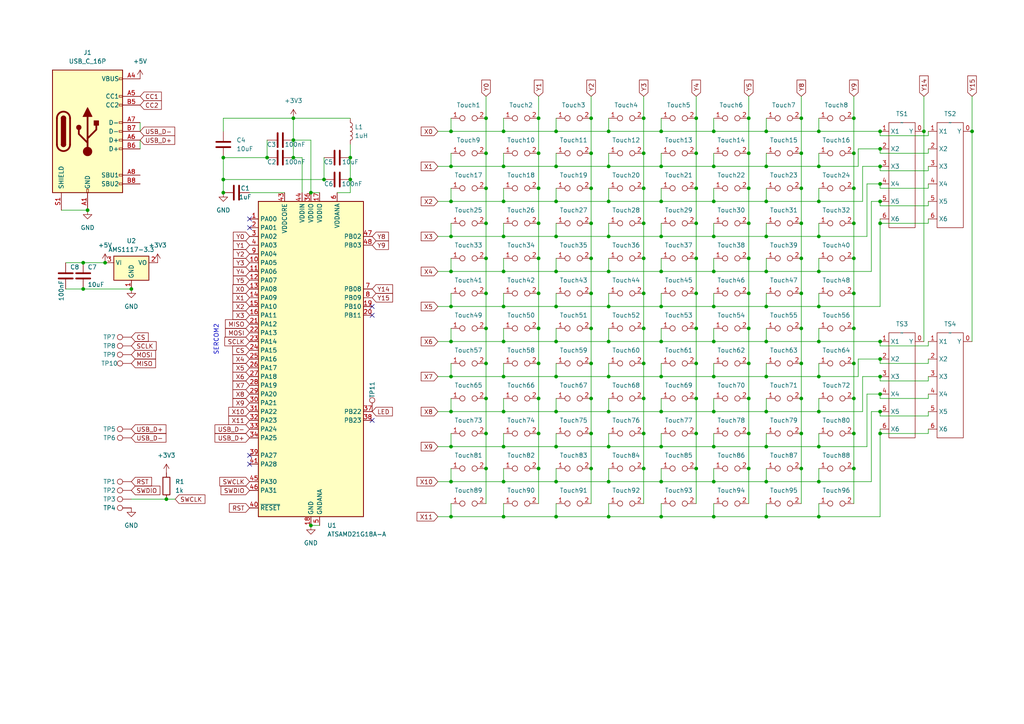
<source format=kicad_sch>
(kicad_sch (version 20230121) (generator eeschema)
  (paper "A4")
  (junction (at 130.81 99.06))
  (junction (at 146.05 48.26))
  (junction (at 191.77 139.7))
  (junction (at 237.49 58.42))
  (junction (at 186.69 44.45))
  (junction (at 237.49 78.74))
  (junction (at 247.65 64.77))
  (junction (at 146.05 99.06))
  (junction (at 207.01 78.74))
  (junction (at 255.27 43.18))
  (junction (at 161.29 149.86))
  (junction (at 232.41 34.29))
  (junction (at 222.25 149.86))
  (junction (at 237.49 119.38))
  (junction (at 255.27 64.77))
  (junction (at 140.97 74.93))
  (junction (at 176.53 78.74))
  (junction (at 156.21 105.41))
  (junction (at 232.41 115.57))
  (junction (at 161.29 48.26))
  (junction (at 201.93 44.45))
  (junction (at 64.77 45.72))
  (junction (at 232.41 95.25))
  (junction (at 130.81 78.74))
  (junction (at 186.69 135.89))
  (junction (at 130.81 38.1))
  (junction (at 191.77 119.38))
  (junction (at 140.97 125.73))
  (junction (at 156.21 34.29))
  (junction (at 325.12 452.12))
  (junction (at 156.21 85.09))
  (junction (at 247.65 115.57))
  (junction (at 171.45 135.89))
  (junction (at 176.53 99.06))
  (junction (at 176.53 68.58))
  (junction (at 232.41 125.73))
  (junction (at 146.05 88.9))
  (junction (at 161.29 139.7))
  (junction (at 85.09 45.72))
  (junction (at 353.06 401.32))
  (junction (at 201.93 64.77))
  (junction (at 161.29 119.38))
  (junction (at 255.27 109.22))
  (junction (at 232.41 135.89))
  (junction (at 156.21 135.89))
  (junction (at 222.25 109.22))
  (junction (at 353.06 452.12))
  (junction (at 207.01 38.1))
  (junction (at 146.05 38.1))
  (junction (at 140.97 115.57))
  (junction (at 201.93 125.73))
  (junction (at 90.17 55.88))
  (junction (at 191.77 99.06))
  (junction (at 325.12 528.32))
  (junction (at 217.17 74.93))
  (junction (at 130.81 139.7))
  (junction (at 255.27 125.73))
  (junction (at 176.53 58.42))
  (junction (at 93.98 52.07))
  (junction (at 217.17 54.61))
  (junction (at 191.77 129.54))
  (junction (at 217.17 125.73))
  (junction (at 237.49 99.06))
  (junction (at 207.01 58.42))
  (junction (at 171.45 125.73))
  (junction (at 207.01 109.22))
  (junction (at 353.06 502.92))
  (junction (at 255.27 104.14))
  (junction (at 255.27 58.42))
  (junction (at 171.45 85.09))
  (junction (at 237.49 88.9))
  (junction (at 38.1 83.82))
  (junction (at 176.53 119.38))
  (junction (at 191.77 109.22))
  (junction (at 217.17 95.25))
  (junction (at 186.69 64.77))
  (junction (at 146.05 109.22))
  (junction (at 255.27 48.26))
  (junction (at 146.05 129.54))
  (junction (at 186.69 85.09))
  (junction (at 191.77 68.58))
  (junction (at 217.17 85.09))
  (junction (at 161.29 99.06))
  (junction (at 191.77 58.42))
  (junction (at 255.27 99.06))
  (junction (at 176.53 139.7))
  (junction (at 30.48 76.2))
  (junction (at 207.01 88.9))
  (junction (at 186.69 105.41))
  (junction (at 85.09 40.64))
  (junction (at 130.81 58.42))
  (junction (at 201.93 105.41))
  (junction (at 146.05 139.7))
  (junction (at 146.05 119.38))
  (junction (at 171.45 105.41))
  (junction (at 130.81 109.22))
  (junction (at 255.27 119.38))
  (junction (at 130.81 129.54))
  (junction (at 171.45 54.61))
  (junction (at 222.25 38.1))
  (junction (at 140.97 85.09))
  (junction (at 140.97 54.61))
  (junction (at 237.49 38.1))
  (junction (at 201.93 54.61))
  (junction (at 255.27 114.3))
  (junction (at 171.45 64.77))
  (junction (at 353.06 426.72))
  (junction (at 140.97 95.25))
  (junction (at 207.01 139.7))
  (junction (at 90.17 152.4))
  (junction (at 176.53 129.54))
  (junction (at 146.05 149.86))
  (junction (at 161.29 38.1))
  (junction (at 237.49 139.7))
  (junction (at 201.93 34.29))
  (junction (at 255.27 38.1))
  (junction (at 222.25 78.74))
  (junction (at 247.65 125.73))
  (junction (at 156.21 74.93))
  (junction (at 222.25 139.7))
  (junction (at 237.49 68.58))
  (junction (at 222.25 129.54))
  (junction (at 64.77 55.88))
  (junction (at 171.45 95.25))
  (junction (at 156.21 44.45))
  (junction (at 325.12 401.32))
  (junction (at 176.53 48.26))
  (junction (at 232.41 105.41))
  (junction (at 186.69 125.73))
  (junction (at 161.29 58.42))
  (junction (at 325.12 375.92))
  (junction (at 353.06 528.32))
  (junction (at 222.25 119.38))
  (junction (at 232.41 74.93))
  (junction (at 237.49 129.54))
  (junction (at 222.25 88.9))
  (junction (at 140.97 34.29))
  (junction (at 207.01 129.54))
  (junction (at 267.97 38.1))
  (junction (at 353.06 375.92))
  (junction (at 171.45 44.45))
  (junction (at 247.65 135.89))
  (junction (at 201.93 115.57))
  (junction (at 191.77 149.86))
  (junction (at 156.21 125.73))
  (junction (at 201.93 95.25))
  (junction (at 161.29 88.9))
  (junction (at 217.17 135.89))
  (junction (at 24.13 76.2))
  (junction (at 146.05 68.58))
  (junction (at 191.77 78.74))
  (junction (at 85.09 34.29))
  (junction (at 48.26 144.78))
  (junction (at 217.17 34.29))
  (junction (at 140.97 135.89))
  (junction (at 161.29 129.54))
  (junction (at 232.41 54.61))
  (junction (at 101.6 45.72))
  (junction (at 130.81 119.38))
  (junction (at 130.81 149.86))
  (junction (at 207.01 99.06))
  (junction (at 207.01 119.38))
  (junction (at 325.12 426.72))
  (junction (at 201.93 74.93))
  (junction (at 140.97 44.45))
  (junction (at 140.97 105.41))
  (junction (at 24.13 83.82))
  (junction (at 247.65 34.29))
  (junction (at 247.65 54.61))
  (junction (at 222.25 48.26))
  (junction (at 146.05 78.74))
  (junction (at 207.01 149.86))
  (junction (at 217.17 64.77))
  (junction (at 176.53 88.9))
  (junction (at 232.41 64.77))
  (junction (at 186.69 95.25))
  (junction (at 186.69 54.61))
  (junction (at 201.93 85.09))
  (junction (at 156.21 95.25))
  (junction (at 353.06 477.52))
  (junction (at 130.81 48.26))
  (junction (at 130.81 88.9))
  (junction (at 186.69 74.93))
  (junction (at 161.29 78.74))
  (junction (at 222.25 58.42))
  (junction (at 237.49 109.22))
  (junction (at 237.49 149.86))
  (junction (at 232.41 85.09))
  (junction (at 130.81 68.58))
  (junction (at 176.53 109.22))
  (junction (at 207.01 68.58))
  (junction (at 281.94 38.1))
  (junction (at 156.21 64.77))
  (junction (at 101.6 52.07))
  (junction (at 222.25 99.06))
  (junction (at 247.65 85.09))
  (junction (at 232.41 44.45))
  (junction (at 325.12 477.52))
  (junction (at 171.45 74.93))
  (junction (at 191.77 48.26))
  (junction (at 247.65 95.25))
  (junction (at 247.65 105.41))
  (junction (at 247.65 44.45))
  (junction (at 217.17 115.57))
  (junction (at 186.69 34.29))
  (junction (at 77.47 45.72))
  (junction (at 25.4 60.96))
  (junction (at 191.77 88.9))
  (junction (at 161.29 109.22))
  (junction (at 64.77 52.07))
  (junction (at 140.97 64.77))
  (junction (at 171.45 115.57))
  (junction (at 255.27 53.34))
  (junction (at 156.21 115.57))
  (junction (at 207.01 48.26))
  (junction (at 222.25 68.58))
  (junction (at 217.17 44.45))
  (junction (at 156.21 54.61))
  (junction (at 247.65 74.93))
  (junction (at 217.17 105.41))
  (junction (at 146.05 58.42))
  (junction (at 201.93 135.89))
  (junction (at 191.77 38.1))
  (junction (at 176.53 38.1))
  (junction (at 237.49 48.26))
  (junction (at 186.69 115.57))
  (junction (at 176.53 149.86))
  (junction (at 325.12 502.92))
  (junction (at 161.29 68.58))
  (junction (at 171.45 34.29))
  (no_connect (at 107.95 91.44))
  (no_connect (at 107.95 121.92))
  (no_connect (at 107.95 88.9))
  (no_connect (at 72.39 134.62))
  (no_connect (at 72.39 63.5))
  (no_connect (at 72.39 66.04))
  (no_connect (at 72.39 132.08))
  (wire (pts (xy 191.77 149.86) (xy 191.77 146.05)))
  (wire (pts (xy 500.38 342.9) (xy 513.08 342.9)))
  (wire (pts (xy 87.63 45.72) (xy 85.09 45.72)))
  (wire (pts (xy 255.27 54.61) (xy 269.24 54.61)))
  (wire (pts (xy 191.77 68.58) (xy 191.77 64.77)))
  (wire (pts (xy 472.44 317.5) (xy 485.14 317.5)))
  (wire (pts (xy 222.25 58.42) (xy 237.49 58.42)))
  (wire (pts (xy 127 88.9) (xy 130.81 88.9)))
  (wire (pts (xy 528.32 469.9) (xy 528.32 481.33)))
  (wire (pts (xy 267.97 38.1) (xy 267.97 27.94)))
  (wire (pts (xy 360.68 12.7) (xy 373.38 12.7)))
  (wire (pts (xy 388.62 495.3) (xy 401.32 495.3)))
  (wire (pts (xy 528.32 430.53) (xy 317.5 430.53)))
  (wire (pts (xy 360.68 393.7) (xy 373.38 393.7)))
  (wire (pts (xy 360.68 292.1) (xy 373.38 292.1)))
  (wire (pts (xy 130.81 109.22) (xy 146.05 109.22)))
  (wire (pts (xy 140.97 54.61) (xy 140.97 64.77)))
  (wire (pts (xy 332.74 114.3) (xy 345.44 114.3)))
  (wire (pts (xy 217.17 64.77) (xy 217.17 74.93)))
  (wire (pts (xy 360.68 165.1) (xy 373.38 165.1)))
  (wire (pts (xy 251.46 53.34) (xy 255.27 53.34)))
  (wire (pts (xy 176.53 78.74) (xy 191.77 78.74)))
  (wire (pts (xy 140.97 115.57) (xy 140.97 125.73)))
  (wire (pts (xy 317.5 125.73) (xy 317.5 139.7)))
  (wire (pts (xy 17.78 60.96) (xy 25.4 60.96)))
  (wire (pts (xy 93.98 45.72) (xy 93.98 52.07)))
  (wire (pts (xy 161.29 78.74) (xy 176.53 78.74)))
  (wire (pts (xy 317.5 455.93) (xy 317.5 469.9)))
  (wire (pts (xy 255.27 88.9) (xy 255.27 64.77)))
  (wire (pts (xy 222.25 99.06) (xy 222.25 95.25)))
  (wire (pts (xy 317.5 176.53) (xy 317.5 190.5)))
  (wire (pts (xy 388.62 266.7) (xy 401.32 266.7)))
  (wire (pts (xy 146.05 129.54) (xy 161.29 129.54)))
  (wire (pts (xy 237.49 129.54) (xy 237.49 125.73)))
  (wire (pts (xy 171.45 105.41) (xy 171.45 115.57)))
  (wire (pts (xy 171.45 135.89) (xy 171.45 146.05)))
  (wire (pts (xy 130.81 68.58) (xy 130.81 64.77)))
  (wire (pts (xy 201.93 95.25) (xy 201.93 105.41)))
  (wire (pts (xy 161.29 139.7) (xy 161.29 135.89)))
  (wire (pts (xy 360.68 190.5) (xy 373.38 190.5)))
  (wire (pts (xy 388.62 241.3) (xy 401.32 241.3)))
  (wire (pts (xy 416.56 393.7) (xy 429.26 393.7)))
  (wire (pts (xy 472.44 368.3) (xy 485.14 368.3)))
  (wire (pts (xy 255.27 115.57) (xy 269.24 115.57)))
  (wire (pts (xy 388.62 469.9) (xy 401.32 469.9)))
  (wire (pts (xy 237.49 68.58) (xy 251.46 68.58)))
  (wire (pts (xy 255.27 125.73) (xy 269.24 125.73)))
  (wire (pts (xy 332.74 165.1) (xy 345.44 165.1)))
  (wire (pts (xy 191.77 38.1) (xy 207.01 38.1)))
  (wire (pts (xy 500.38 190.5) (xy 513.08 190.5)))
  (wire (pts (xy 161.29 68.58) (xy 161.29 64.77)))
  (wire (pts (xy 500.38 317.5) (xy 513.08 317.5)))
  (wire (pts (xy 176.53 68.58) (xy 176.53 64.77)))
  (wire (pts (xy 130.81 58.42) (xy 146.05 58.42)))
  (wire (pts (xy 217.17 115.57) (xy 217.17 125.73)))
  (wire (pts (xy 332.74 139.7) (xy 345.44 139.7)))
  (wire (pts (xy 82.55 55.88) (xy 72.39 55.88)))
  (wire (pts (xy 332.74 444.5) (xy 345.44 444.5)))
  (wire (pts (xy 171.45 34.29) (xy 171.45 44.45)))
  (wire (pts (xy 146.05 88.9) (xy 161.29 88.9)))
  (wire (pts (xy 528.32 38.1) (xy 528.32 49.53)))
  (wire (pts (xy 156.21 74.93) (xy 156.21 85.09)))
  (wire (pts (xy 332.74 190.5) (xy 345.44 190.5)))
  (wire (pts (xy 472.44 38.1) (xy 485.14 38.1)))
  (wire (pts (xy 130.81 88.9) (xy 146.05 88.9)))
  (wire (pts (xy 64.77 52.07) (xy 93.98 52.07)))
  (wire (pts (xy 237.49 119.38) (xy 250.19 119.38)))
  (wire (pts (xy 528.32 278.13) (xy 317.5 278.13)))
  (wire (pts (xy 528.32 405.13) (xy 317.5 405.13)))
  (wire (pts (xy 156.21 85.09) (xy 156.21 95.25)))
  (wire (pts (xy 146.05 109.22) (xy 161.29 109.22)))
  (wire (pts (xy 130.81 139.7) (xy 130.81 135.89)))
  (wire (pts (xy 127 58.42) (xy 130.81 58.42)))
  (wire (pts (xy 146.05 68.58) (xy 146.05 64.77)))
  (wire (pts (xy 360.68 520.7) (xy 373.38 520.7)))
  (wire (pts (xy 191.77 99.06) (xy 207.01 99.06)))
  (wire (pts (xy 171.45 44.45) (xy 171.45 54.61)))
  (wire (pts (xy 360.68 266.7) (xy 373.38 266.7)))
  (wire (pts (xy 146.05 38.1) (xy 146.05 34.29)))
  (wire (pts (xy 50.8 144.78) (xy 48.26 144.78)))
  (wire (pts (xy 176.53 88.9) (xy 191.77 88.9)))
  (wire (pts (xy 24.13 83.82) (xy 38.1 83.82)))
  (wire (pts (xy 500.38 88.9) (xy 513.08 88.9)))
  (wire (pts (xy 161.29 38.1) (xy 161.29 34.29)))
  (wire (pts (xy 191.77 139.7) (xy 207.01 139.7)))
  (wire (pts (xy 146.05 78.74) (xy 146.05 74.93)))
  (wire (pts (xy 161.29 129.54) (xy 161.29 125.73)))
  (wire (pts (xy 40.64 40.64) (xy 40.64 43.18)))
  (wire (pts (xy 222.25 68.58) (xy 222.25 64.77)))
  (wire (pts (xy 85.09 40.64) (xy 85.09 45.72)))
  (wire (pts (xy 146.05 139.7) (xy 161.29 139.7)))
  (wire (pts (xy 161.29 58.42) (xy 161.29 54.61)))
  (wire (pts (xy 269.24 44.45) (xy 269.24 43.18)))
  (wire (pts (xy 247.65 105.41) (xy 247.65 115.57)))
  (wire (pts (xy 186.69 125.73) (xy 186.69 135.89)))
  (wire (pts (xy 156.21 64.77) (xy 156.21 74.93)))
  (wire (pts (xy 444.5 342.9) (xy 457.2 342.9)))
  (wire (pts (xy 201.93 135.89) (xy 201.93 146.05)))
  (wire (pts (xy 161.29 99.06) (xy 176.53 99.06)))
  (wire (pts (xy 247.65 85.09) (xy 247.65 95.25)))
  (wire (pts (xy 472.44 419.1) (xy 485.14 419.1)))
  (wire (pts (xy 500.38 495.3) (xy 513.08 495.3)))
  (wire (pts (xy 500.38 63.5) (xy 513.08 63.5)))
  (wire (pts (xy 237.49 48.26) (xy 248.92 48.26)))
  (wire (pts (xy 146.05 78.74) (xy 161.29 78.74)))
  (wire (pts (xy 317.5 430.53) (xy 317.5 444.5)))
  (wire (pts (xy 140.97 95.25) (xy 140.97 105.41)))
  (wire (pts (xy 317.5 278.13) (xy 317.5 292.1)))
  (wire (pts (xy 255.27 100.33) (xy 269.24 100.33)))
  (wire (pts (xy 317.5 201.93) (xy 317.5 215.9)))
  (wire (pts (xy 232.41 27.94) (xy 232.41 34.29)))
  (wire (pts (xy 186.69 115.57) (xy 186.69 125.73)))
  (wire (pts (xy 176.53 99.06) (xy 176.53 95.25)))
  (wire (pts (xy 176.53 109.22) (xy 191.77 109.22)))
  (wire (pts (xy 191.77 48.26) (xy 207.01 48.26)))
  (wire (pts (xy 388.62 444.5) (xy 401.32 444.5)))
  (wire (pts (xy 332.74 88.9) (xy 345.44 88.9)))
  (wire (pts (xy 207.01 48.26) (xy 207.01 44.45)))
  (wire (pts (xy 207.01 119.38) (xy 222.25 119.38)))
  (wire (pts (xy 247.65 115.57) (xy 247.65 125.73)))
  (wire (pts (xy 161.29 139.7) (xy 176.53 139.7)))
  (wire (pts (xy 40.64 35.56) (xy 40.64 38.1)))
  (wire (pts (xy 237.49 58.42) (xy 237.49 54.61)))
  (wire (pts (xy 255.27 114.3) (xy 255.27 115.57)))
  (wire (pts (xy 191.77 129.54) (xy 207.01 129.54)))
  (wire (pts (xy 528.32 317.5) (xy 528.32 328.93)))
  (wire (pts (xy 500.38 266.7) (xy 513.08 266.7)))
  (wire (pts (xy 248.92 109.22) (xy 248.92 104.14)))
  (wire (pts (xy 528.32 354.33) (xy 317.5 354.33)))
  (wire (pts (xy 251.46 129.54) (xy 251.46 114.3)))
  (wire (pts (xy 444.5 393.7) (xy 457.2 393.7)))
  (wire (pts (xy 176.53 149.86) (xy 191.77 149.86)))
  (wire (pts (xy 416.56 88.9) (xy 429.26 88.9)))
  (wire (pts (xy 317.5 379.73) (xy 317.5 393.7)))
  (wire (pts (xy 176.53 109.22) (xy 176.53 105.41)))
  (wire (pts (xy 269.24 49.53) (xy 269.24 48.26)))
  (wire (pts (xy 101.6 52.07) (xy 101.6 55.88)))
  (wire (pts (xy 222.25 129.54) (xy 237.49 129.54)))
  (wire (pts (xy 161.29 129.54) (xy 176.53 129.54)))
  (wire (pts (xy 38.1 144.78) (xy 48.26 144.78)))
  (wire (pts (xy 388.62 38.1) (xy 401.32 38.1)))
  (wire (pts (xy 269.24 64.77) (xy 269.24 63.5)))
  (wire (pts (xy 186.69 105.41) (xy 186.69 115.57)))
  (wire (pts (xy 222.25 139.7) (xy 237.49 139.7)))
  (wire (pts (xy 176.53 58.42) (xy 191.77 58.42)))
  (wire (pts (xy 255.27 99.06) (xy 255.27 100.33)))
  (wire (pts (xy 130.81 48.26) (xy 130.81 44.45)))
  (wire (pts (xy 176.53 119.38) (xy 191.77 119.38)))
  (wire (pts (xy 127 119.38) (xy 130.81 119.38)))
  (wire (pts (xy 171.45 54.61) (xy 171.45 64.77)))
  (wire (pts (xy 360.68 495.3) (xy 373.38 495.3)))
  (wire (pts (xy 388.62 139.7) (xy 401.32 139.7)))
  (wire (pts (xy 255.27 63.5) (xy 255.27 64.77)))
  (wire (pts (xy 500.38 368.3) (xy 513.08 368.3)))
  (wire (pts (xy 191.77 119.38) (xy 191.77 115.57)))
  (wire (pts (xy 232.41 105.41) (xy 232.41 115.57)))
  (wire (pts (xy 255.27 105.41) (xy 269.24 105.41)))
  (wire (pts (xy 332.74 266.7) (xy 345.44 266.7)))
  (wire (pts (xy 130.81 139.7) (xy 146.05 139.7)))
  (wire (pts (xy 161.29 119.38) (xy 161.29 115.57)))
  (wire (pts (xy 360.68 469.9) (xy 373.38 469.9)))
  (wire (pts (xy 255.27 59.69) (xy 269.24 59.69)))
  (wire (pts (xy 528.32 495.3) (xy 528.32 506.73)))
  (wire (pts (xy 127 78.74) (xy 130.81 78.74)))
  (wire (pts (xy 176.53 139.7) (xy 191.77 139.7)))
  (wire (pts (xy 332.74 317.5) (xy 345.44 317.5)))
  (wire (pts (xy 255.27 104.14) (xy 255.27 105.41)))
  (wire (pts (xy 269.24 110.49) (xy 269.24 109.22)))
  (wire (pts (xy 207.01 78.74) (xy 207.01 74.93)))
  (wire (pts (xy 332.74 241.3) (xy 345.44 241.3)))
  (wire (pts (xy 255.27 48.26) (xy 255.27 49.53)))
  (wire (pts (xy 416.56 368.3) (xy 429.26 368.3)))
  (wire (pts (xy 317.5 252.73) (xy 317.5 266.7)))
  (wire (pts (xy 528.32 125.73) (xy 317.5 125.73)))
  (wire (pts (xy 528.32 241.3) (xy 528.32 252.73)))
  (wire (pts (xy 191.77 88.9) (xy 191.77 85.09)))
  (wire (pts (xy 171.45 64.77) (xy 171.45 74.93)))
  (wire (pts (xy 171.45 74.93) (xy 171.45 85.09)))
  (wire (pts (xy 255.27 44.45) (xy 269.24 44.45)))
  (wire (pts (xy 201.93 27.94) (xy 201.93 34.29)))
  (wire (pts (xy 222.25 119.38) (xy 222.25 115.57)))
  (wire (pts (xy 171.45 95.25) (xy 171.45 105.41)))
  (wire (pts (xy 472.44 215.9) (xy 485.14 215.9)))
  (wire (pts (xy 317.5 354.33) (xy 317.5 368.3)))
  (wire (pts (xy 207.01 119.38) (xy 207.01 115.57)))
  (wire (pts (xy 317.5 506.73) (xy 317.5 520.7)))
  (wire (pts (xy 201.93 64.77) (xy 201.93 74.93)))
  (wire (pts (xy 186.69 54.61) (xy 186.69 64.77)))
  (wire (pts (xy 472.44 139.7) (xy 485.14 139.7)))
  (wire (pts (xy 472.44 292.1) (xy 485.14 292.1)))
  (wire (pts (xy 444.5 266.7) (xy 457.2 266.7)))
  (wire (pts (xy 252.73 78.74) (xy 252.73 58.42)))
  (wire (pts (xy 161.29 68.58) (xy 176.53 68.58)))
  (wire (pts (xy 528.32 368.3) (xy 528.32 379.73)))
  (wire (pts (xy 444.5 317.5) (xy 457.2 317.5)))
  (wire (pts (xy 237.49 109.22) (xy 248.92 109.22)))
  (wire (pts (xy 416.56 495.3) (xy 429.26 495.3)))
  (wire (pts (xy 444.5 165.1) (xy 457.2 165.1)))
  (wire (pts (xy 528.32 139.7) (xy 528.32 151.13)))
  (wire (pts (xy 416.56 139.7) (xy 429.26 139.7)))
  (wire (pts (xy 191.77 78.74) (xy 207.01 78.74)))
  (wire (pts (xy 472.44 114.3) (xy 485.14 114.3)))
  (wire (pts (xy 127 68.58) (xy 130.81 68.58)))
  (wire (pts (xy 156.21 54.61) (xy 156.21 64.77)))
  (wire (pts (xy 207.01 38.1) (xy 222.25 38.1)))
  (wire (pts (xy 140.97 64.77) (xy 140.97 74.93)))
  (wire (pts (xy 360.68 38.1) (xy 373.38 38.1)))
  (wire (pts (xy 176.53 48.26) (xy 176.53 44.45)))
  (wire (pts (xy 146.05 119.38) (xy 161.29 119.38)))
  (wire (pts (xy 130.81 58.42) (xy 130.81 54.61)))
  (wire (pts (xy 388.62 317.5) (xy 401.32 317.5)))
  (wire (pts (xy 472.44 495.3) (xy 485.14 495.3)))
  (wire (pts (xy 171.45 85.09) (xy 171.45 95.25)))
  (wire (pts (xy 186.69 34.29) (xy 186.69 44.45)))
  (wire (pts (xy 156.21 135.89) (xy 156.21 146.05)))
  (wire (pts (xy 237.49 38.1) (xy 255.27 38.1)))
  (wire (pts (xy 161.29 58.42) (xy 176.53 58.42)))
  (wire (pts (xy 140.97 44.45) (xy 140.97 54.61)))
  (wire (pts (xy 237.49 78.74) (xy 252.73 78.74)))
  (wire (pts (xy 176.53 129.54) (xy 176.53 125.73)))
  (wire (pts (xy 191.77 149.86) (xy 207.01 149.86)))
  (wire (pts (xy 237.49 99.06) (xy 255.27 99.06)))
  (wire (pts (xy 222.25 119.38) (xy 237.49 119.38)))
  (wire (pts (xy 207.01 149.86) (xy 207.01 146.05)))
  (wire (pts (xy 237.49 109.22) (xy 237.49 105.41)))
  (wire (pts (xy 146.05 119.38) (xy 146.05 115.57)))
  (wire (pts (xy 146.05 149.86) (xy 146.05 146.05)))
  (wire (pts (xy 444.5 444.5) (xy 457.2 444.5)))
  (wire (pts (xy 360.68 444.5) (xy 373.38 444.5)))
  (wire (pts (xy 528.32 455.93) (xy 317.5 455.93)))
  (wire (pts (xy 232.41 34.29) (xy 232.41 44.45)))
  (wire (pts (xy 472.44 63.5) (xy 485.14 63.5)))
  (wire (pts (xy 130.81 78.74) (xy 130.81 74.93)))
  (wire (pts (xy 161.29 88.9) (xy 176.53 88.9)))
  (wire (pts (xy 207.01 88.9) (xy 207.01 85.09)))
  (wire (pts (xy 528.32 215.9) (xy 528.32 227.33)))
  (wire (pts (xy 388.62 12.7) (xy 401.32 12.7)))
  (wire (pts (xy 528.32 114.3) (xy 528.32 125.73)))
  (wire (pts (xy 247.65 27.94) (xy 247.65 34.29)))
  (wire (pts (xy 472.44 165.1) (xy 485.14 165.1)))
  (wire (pts (xy 252.73 119.38) (xy 255.27 119.38)))
  (wire (pts (xy 207.01 99.06) (xy 222.25 99.06)))
  (wire (pts (xy 222.25 139.7) (xy 222.25 135.89)))
  (wire (pts (xy 176.53 149.86) (xy 176.53 146.05)))
  (wire (pts (xy 64.77 38.1) (xy 64.77 34.29)))
  (wire (pts (xy 207.01 129.54) (xy 207.01 125.73)))
  (wire (pts (xy 222.25 78.74) (xy 222.25 74.93)))
  (wire (pts (xy 156.21 125.73) (xy 156.21 135.89)))
  (wire (pts (xy 317.5 481.33) (xy 317.5 495.3)))
  (wire (pts (xy 528.32 100.33) (xy 317.5 100.33)))
  (wire (pts (xy 186.69 64.77) (xy 186.69 74.93)))
  (wire (pts (xy 255.27 49.53) (xy 269.24 49.53)))
  (wire (pts (xy 528.32 379.73) (xy 317.5 379.73)))
  (wire (pts (xy 171.45 115.57) (xy 171.45 125.73)))
  (wire (pts (xy 161.29 149.86) (xy 176.53 149.86)))
  (wire (pts (xy 237.49 119.38) (xy 237.49 115.57)))
  (wire (pts (xy 416.56 266.7) (xy 429.26 266.7)))
  (wire (pts (xy 19.05 83.82) (xy 24.13 83.82)))
  (wire (pts (xy 201.93 44.45) (xy 201.93 54.61)))
  (wire (pts (xy 237.49 58.42) (xy 250.19 58.42)))
  (wire (pts (xy 146.05 99.06) (xy 161.29 99.06)))
  (wire (pts (xy 232.41 54.61) (xy 232.41 64.77)))
  (wire (pts (xy 252.73 119.38) (xy 252.73 139.7)))
  (wire (pts (xy 90.17 55.88) (xy 92.71 55.88)))
  (wire (pts (xy 156.21 105.41) (xy 156.21 115.57)))
  (wire (pts (xy 416.56 63.5) (xy 429.26 63.5)))
  (wire (pts (xy 146.05 139.7) (xy 146.05 135.89)))
  (wire (pts (xy 191.77 109.22) (xy 191.77 105.41)))
  (wire (pts (xy 156.21 27.94) (xy 156.21 34.29)))
  (wire (pts (xy 255.27 124.46) (xy 255.27 125.73)))
  (wire (pts (xy 528.32 88.9) (xy 528.32 100.33)))
  (wire (pts (xy 247.65 44.45) (xy 247.65 54.61)))
  (wire (pts (xy 472.44 393.7) (xy 485.14 393.7)))
  (wire (pts (xy 269.24 39.37) (xy 269.24 38.1)))
  (wire (pts (xy 416.56 317.5) (xy 429.26 317.5)))
  (wire (pts (xy 140.97 74.93) (xy 140.97 85.09)))
  (wire (pts (xy 247.65 34.29) (xy 247.65 44.45)))
  (wire (pts (xy 191.77 109.22) (xy 207.01 109.22)))
  (wire (pts (xy 388.62 520.7) (xy 401.32 520.7)))
  (wire (pts (xy 77.47 40.64) (xy 77.47 45.72)))
  (wire (pts (xy 130.81 119.38) (xy 130.81 115.57)))
  (wire (pts (xy 222.25 109.22) (xy 237.49 109.22)))
  (wire (pts (xy 222.25 88.9) (xy 237.49 88.9)))
  (wire (pts (xy 127 38.1) (xy 130.81 38.1)))
  (wire (pts (xy 528.32 74.93) (xy 317.5 74.93)))
  (wire (pts (xy 191.77 129.54) (xy 191.77 125.73)))
  (wire (pts (xy 500.38 12.7) (xy 513.08 12.7)))
  (wire (pts (xy 472.44 88.9) (xy 485.14 88.9)))
  (wire (pts (xy 332.74 393.7) (xy 345.44 393.7)))
  (wire (pts (xy 156.21 34.29) (xy 156.21 44.45)))
  (wire (pts (xy 176.53 38.1) (xy 191.77 38.1)))
  (wire (pts (xy 247.65 125.73) (xy 247.65 135.89)))
  (wire (pts (xy 360.68 342.9) (xy 373.38 342.9)))
  (wire (pts (xy 332.74 38.1) (xy 345.44 38.1)))
  (wire (pts (xy 186.69 74.93) (xy 186.69 85.09)))
  (wire (pts (xy 528.32 24.13) (xy 317.5 24.13)))
  (wire (pts (xy 444.5 12.7) (xy 457.2 12.7)))
  (wire (pts (xy 222.25 88.9) (xy 222.25 85.09)))
  (wire (pts (xy 416.56 241.3) (xy 429.26 241.3)))
  (wire (pts (xy 528.32 419.1) (xy 528.32 430.53)))
  (wire (pts (xy 360.68 317.5) (xy 373.38 317.5)))
  (wire (pts (xy 176.53 38.1) (xy 176.53 34.29)))
  (wire (pts (xy 317.5 24.13) (xy 317.5 38.1)))
  (wire (pts (xy 251.46 114.3) (xy 255.27 114.3)))
  (wire (pts (xy 146.05 109.22) (xy 146.05 105.41)))
  (wire (pts (xy 472.44 241.3) (xy 485.14 241.3)))
  (wire (pts (xy 207.01 78.74) (xy 222.25 78.74)))
  (wire (pts (xy 332.74 520.7) (xy 345.44 520.7)))
  (wire (pts (xy 140.97 34.29) (xy 140.97 44.45)))
  (wire (pts (xy 140.97 105.41) (xy 140.97 115.57)))
  (wire (pts (xy 528.32 328.93) (xy 317.5 328.93)))
  (wire (pts (xy 207.01 58.42) (xy 222.25 58.42)))
  (wire (pts (xy 232.41 95.25) (xy 232.41 105.41)))
  (wire (pts (xy 232.41 115.57) (xy 232.41 125.73)))
  (wire (pts (xy 472.44 12.7) (xy 485.14 12.7)))
  (wire (pts (xy 222.25 78.74) (xy 237.49 78.74)))
  (wire (pts (xy 388.62 342.9) (xy 401.32 342.9)))
  (wire (pts (xy 332.74 63.5) (xy 345.44 63.5)))
  (wire (pts (xy 237.49 99.06) (xy 237.49 95.25)))
  (wire (pts (xy 217.17 74.93) (xy 217.17 85.09)))
  (wire (pts (xy 251.46 68.58) (xy 251.46 53.34)))
  (wire (pts (xy 19.05 76.2) (xy 24.13 76.2)))
  (wire (pts (xy 269.24 59.69) (xy 269.24 58.42)))
  (wire (pts (xy 528.32 12.7) (xy 528.32 24.13)))
  (wire (pts (xy 472.44 190.5) (xy 485.14 190.5)))
  (wire (pts (xy 317.5 405.13) (xy 317.5 419.1)))
  (wire (pts (xy 388.62 88.9) (xy 401.32 88.9)))
  (wire (pts (xy 237.49 88.9) (xy 237.49 85.09)))
  (wire (pts (xy 360.68 241.3) (xy 373.38 241.3)))
  (wire (pts (xy 64.77 45.72) (xy 77.47 45.72)))
  (wire (pts (xy 146.05 48.26) (xy 161.29 48.26)))
  (wire (pts (xy 472.44 266.7) (xy 485.14 266.7)))
  (wire (pts (xy 222.25 48.26) (xy 237.49 48.26)))
  (wire (pts (xy 444.5 139.7) (xy 457.2 139.7)))
  (wire (pts (xy 388.62 190.5) (xy 401.32 190.5)))
  (wire (pts (xy 332.74 342.9) (xy 345.44 342.9)))
  (wire (pts (xy 444.5 88.9) (xy 457.2 88.9)))
  (wire (pts (xy 222.25 129.54) (xy 222.25 125.73)))
  (wire (pts (xy 207.01 139.7) (xy 222.25 139.7)))
  (wire (pts (xy 528.32 444.5) (xy 528.32 455.93)))
  (wire (pts (xy 528.32 49.53) (xy 317.5 49.53)))
  (wire (pts (xy 360.68 215.9) (xy 373.38 215.9)))
  (wire (pts (xy 161.29 109.22) (xy 161.29 105.41)))
  (wire (pts (xy 161.29 109.22) (xy 176.53 109.22)))
  (wire (pts (xy 360.68 63.5) (xy 373.38 63.5)))
  (wire (pts (xy 317.5 328.93) (xy 317.5 342.9)))
  (wire (pts (xy 388.62 393.7) (xy 401.32 393.7)))
  (wire (pts (xy 186.69 27.94) (xy 186.69 34.29)))
  (wire (pts (xy 528.32 201.93) (xy 317.5 201.93)))
  (wire (pts (xy 232.41 64.77) (xy 232.41 74.93)))
  (wire (pts (xy 247.65 95.25) (xy 247.65 105.41)))
  (wire (pts (xy 191.77 99.06) (xy 191.77 95.25)))
  (wire (pts (xy 217.17 95.25) (xy 217.17 105.41)))
  (wire (pts (xy 255.27 58.42) (xy 255.27 59.69)))
  (wire (pts (xy 176.53 68.58) (xy 191.77 68.58)))
  (wire (pts (xy 444.5 368.3) (xy 457.2 368.3)))
  (wire (pts (xy 130.81 129.54) (xy 146.05 129.54)))
  (wire (pts (xy 528.32 252.73) (xy 317.5 252.73)))
  (wire (pts (xy 416.56 38.1) (xy 429.26 38.1)))
  (wire (pts (xy 191.77 68.58) (xy 207.01 68.58)))
  (wire (pts (xy 171.45 125.73) (xy 171.45 135.89)))
  (wire (pts (xy 247.65 74.93) (xy 247.65 85.09)))
  (wire (pts (xy 255.27 64.77) (xy 269.24 64.77)))
  (wire (pts (xy 332.74 495.3) (xy 345.44 495.3)))
  (wire (pts (xy 250.19 48.26) (xy 255.27 48.26)))
  (wire (pts (xy 528.32 506.73) (xy 317.5 506.73)))
  (wire (pts (xy 191.77 119.38) (xy 207.01 119.38)))
  (wire (pts (xy 207.01 129.54) (xy 222.25 129.54)))
  (wire (pts (xy 207.01 109.22) (xy 222.25 109.22)))
  (wire (pts (xy 528.32 176.53) (xy 317.5 176.53)))
  (wire (pts (xy 101.6 45.72) (xy 101.6 52.07)))
  (wire (pts (xy 186.69 44.45) (xy 186.69 54.61)))
  (wire (pts (xy 281.94 38.1) (xy 281.94 99.06)))
  (wire (pts (xy 416.56 419.1) (xy 429.26 419.1)))
  (wire (pts (xy 500.38 444.5) (xy 513.08 444.5)))
  (wire (pts (xy 176.53 78.74) (xy 176.53 74.93)))
  (wire (pts (xy 130.81 149.86) (xy 146.05 149.86)))
  (wire (pts (xy 255.27 120.65) (xy 269.24 120.65)))
  (wire (pts (xy 444.5 292.1) (xy 457.2 292.1)))
  (wire (pts (xy 269.24 100.33) (xy 269.24 99.06)))
  (wire (pts (xy 237.49 139.7) (xy 252.73 139.7)))
  (wire (pts (xy 252.73 58.42) (xy 255.27 58.42)))
  (wire (pts (xy 176.53 119.38) (xy 176.53 115.57)))
  (wire (pts (xy 250.19 119.38) (xy 250.19 109.22)))
  (wire (pts (xy 237.49 68.58) (xy 237.49 64.77)))
  (wire (pts (xy 207.01 68.58) (xy 222.25 68.58)))
  (wire (pts (xy 146.05 88.9) (xy 146.05 85.09)))
  (wire (pts (xy 64.77 52.07) (xy 64.77 45.72)))
  (wire (pts (xy 500.38 38.1) (xy 513.08 38.1)))
  (wire (pts (xy 222.25 68.58) (xy 237.49 68.58)))
  (wire (pts (xy 24.13 76.2) (xy 30.48 76.2)))
  (wire (pts (xy 146.05 58.42) (xy 146.05 54.61)))
  (wire (pts (xy 269.24 54.61) (xy 269.24 53.34)))
  (wire (pts (xy 146.05 58.42) (xy 161.29 58.42)))
  (wire (pts (xy 201.93 105.41) (xy 201.93 115.57)))
  (wire (pts (xy 161.29 99.06) (xy 161.29 95.25)))
  (wire (pts (xy 207.01 58.42) (xy 207.01 54.61)))
  (wire (pts (xy 388.62 63.5) (xy 401.32 63.5)))
  (wire (pts (xy 130.81 149.86) (xy 130.81 146.05)))
  (wire (pts (xy 207.01 139.7) (xy 207.01 135.89)))
  (wire (pts (xy 201.93 34.29) (xy 201.93 44.45)))
  (wire (pts (xy 360.68 114.3) (xy 373.38 114.3)))
  (wire (pts (xy 161.29 119.38) (xy 176.53 119.38)))
  (wire (pts (xy 281.94 27.94) (xy 281.94 38.1)))
  (wire (pts (xy 444.5 63.5) (xy 457.2 63.5)))
  (wire (pts (xy 317.5 74.93) (xy 317.5 88.9)))
  (wire (pts (xy 130.81 48.26) (xy 146.05 48.26)))
  (wire (pts (xy 156.21 95.25) (xy 156.21 105.41)))
  (wire (pts (xy 332.74 419.1) (xy 345.44 419.1)))
  (wire (pts (xy 146.05 48.26) (xy 146.05 44.45)))
  (wire (pts (xy 500.38 241.3) (xy 513.08 241.3)))
  (wire (pts (xy 250.19 109.22) (xy 255.27 109.22)))
  (wire (pts (xy 232.41 44.45) (xy 232.41 54.61)))
  (wire (pts (xy 64.77 34.29) (xy 85.09 34.29)))
  (wire (pts (xy 217.17 54.61) (xy 217.17 64.77)))
  (wire (pts (xy 255.27 53.34) (xy 255.27 54.61)))
  (wire (pts (xy 140.97 27.94) (xy 140.97 34.29)))
  (wire (pts (xy 130.81 88.9) (xy 130.81 85.09)))
  (wire (pts (xy 317.5 303.53) (xy 317.5 317.5)))
  (wire (pts (xy 237.49 149.86) (xy 237.49 146.05)))
  (wire (pts (xy 176.53 48.26) (xy 191.77 48.26)))
  (wire (pts (xy 140.97 125.73) (xy 140.97 135.89)))
  (wire (pts (xy 444.5 190.5) (xy 457.2 190.5)))
  (wire (pts (xy 232.41 74.93) (xy 232.41 85.09)))
  (wire (pts (xy 269.24 120.65) (xy 269.24 119.38)))
  (wire (pts (xy 500.38 165.1) (xy 513.08 165.1)))
  (wire (pts (xy 191.77 58.42) (xy 207.01 58.42)))
  (wire (pts (xy 332.74 215.9) (xy 345.44 215.9)))
  (wire (pts (xy 332.74 368.3) (xy 345.44 368.3)))
  (wire (pts (xy 101.6 55.88) (xy 97.79 55.88)))
  (wire (pts (xy 176.53 139.7) (xy 176.53 135.89)))
  (wire (pts (xy 130.81 129.54) (xy 130.81 125.73)))
  (wire (pts (xy 247.65 135.89) (xy 247.65 146.05)))
  (wire (pts (xy 90.17 152.4) (xy 92.71 152.4)))
  (wire (pts (xy 232.41 135.89) (xy 232.41 146.05)))
  (wire (pts (xy 237.49 139.7) (xy 237.49 135.89)))
  (wire (pts (xy 250.19 58.42) (xy 250.19 48.26)))
  (wire (pts (xy 191.77 58.42) (xy 191.77 54.61)))
  (wire (pts (xy 248.92 104.14) (xy 255.27 104.14)))
  (wire (pts (xy 127 99.06) (xy 130.81 99.06)))
  (wire (pts (xy 146.05 149.86) (xy 161.29 149.86)))
  (wire (pts (xy 416.56 12.7) (xy 429.26 12.7)))
  (wire (pts (xy 222.25 58.42) (xy 222.25 54.61)))
  (wire (pts (xy 222.25 38.1) (xy 222.25 34.29)))
  (wire (pts (xy 101.6 41.91) (xy 101.6 45.72)))
  (wire (pts (xy 416.56 215.9) (xy 429.26 215.9)))
  (wire (pts (xy 146.05 129.54) (xy 146.05 125.73)))
  (wire (pts (xy 255.27 109.22) (xy 255.27 110.49)))
  (wire (pts (xy 146.05 99.06) (xy 146.05 95.25)))
  (wire (pts (xy 156.21 115.57) (xy 156.21 125.73)))
  (wire (pts (xy 269.24 105.41) (xy 269.24 104.14)))
  (wire (pts (xy 528.32 481.33) (xy 317.5 481.33)))
  (wire (pts (xy 269.24 125.73) (xy 269.24 124.46)))
  (wire (pts (xy 130.81 99.06) (xy 130.81 95.25)))
  (wire (pts (xy 207.01 99.06) (xy 207.01 95.25)))
  (wire (pts (xy 360.68 419.1) (xy 373.38 419.1)))
  (wire (pts (xy 127 139.7) (xy 130.81 139.7)))
  (wire (pts (xy 127 149.86) (xy 130.81 149.86)))
  (wire (pts (xy 191.77 48.26) (xy 191.77 44.45)))
  (wire (pts (xy 255.27 125.73) (xy 255.27 149.86)))
  (wire (pts (xy 360.68 88.9) (xy 373.38 88.9)))
  (wire (pts (xy 191.77 139.7) (xy 191.77 135.89)))
  (wire (pts (xy 317.5 151.13) (xy 317.5 165.1)))
  (wire (pts (xy 201.93 115.57) (xy 201.93 125.73)))
  (wire (pts (xy 472.44 469.9) (xy 485.14 469.9)))
  (wire (pts (xy 217.17 85.09) (xy 217.17 95.25)))
  (wire (pts (xy 237.49 129.54) (xy 251.46 129.54)))
  (wire (pts (xy 500.38 215.9) (xy 513.08 215.9)))
  (wire (pts (xy 444.5 469.9) (xy 457.2 469.9)))
  (wire (pts (xy 247.65 54.61) (xy 247.65 64.77)))
  (wire (pts (xy 237.49 149.86) (xy 255.27 149.86)))
  (wire (pts (xy 237.49 38.1) (xy 237.49 34.29)))
  (wire (pts (xy 255.27 43.18) (xy 255.27 44.45)))
  (wire (pts (xy 360.68 139.7) (xy 373.38 139.7)))
  (wire (pts (xy 130.81 109.22) (xy 130.81 105.41)))
  (wire (pts (xy 217.17 135.89) (xy 217.17 146.05)))
  (wire (pts (xy 140.97 85.09) (xy 140.97 95.25)))
  (wire (pts (xy 255.27 39.37) (xy 269.24 39.37)))
  (wire (pts (xy 444.5 495.3) (xy 457.2 495.3)))
  (wire (pts (xy 416.56 444.5) (xy 429.26 444.5)))
  (wire (pts (xy 207.01 109.22) (xy 207.01 105.41)))
  (wire (pts (xy 191.77 88.9) (xy 207.01 88.9)))
  (wire (pts (xy 217.17 105.41) (xy 217.17 115.57)))
  (wire (pts (xy 127 48.26) (xy 130.81 48.26)))
  (wire (pts (xy 416.56 292.1) (xy 429.26 292.1)))
  (wire (pts (xy 201.93 125.73) (xy 201.93 135.89)))
  (wire (pts (xy 217.17 44.45) (xy 217.17 54.61)))
  (wire (pts (xy 528.32 393.7) (xy 528.32 405.13)))
  (wire (pts (xy 317.5 100.33) (xy 317.5 114.3)))
  (wire (pts (xy 444.5 114.3) (xy 457.2 114.3)))
  (wire (pts (xy 201.93 54.61) (xy 201.93 64.77)))
  (wire (pts (xy 248.92 43.18) (xy 248.92 48.26)))
  (wire (pts (xy 388.62 165.1) (xy 401.32 165.1)))
  (wire (pts (xy 232.41 125.73) (xy 232.41 135.89)))
  (wire (pts (xy 130.81 68.58) (xy 146.05 68.58)))
  (wire (pts (xy 171.45 27.94) (xy 171.45 34.29)))
  (wire (pts (xy 416.56 165.1) (xy 429.26 165.1)))
  (wire (pts (xy 161.29 48.26) (xy 176.53 48.26)))
  (wire (pts (xy 500.38 139.7) (xy 513.08 139.7)))
  (wire (pts (xy 360.68 368.3) (xy 373.38 368.3)))
  (wire (pts (xy 332.74 292.1) (xy 345.44 292.1)))
  (wire (pts (xy 388.62 292.1) (xy 401.32 292.1)))
  (wire (pts (xy 140.97 135.89) (xy 140.97 146.05)))
  (wire (pts (xy 444.5 215.9) (xy 457.2 215.9)))
  (wire (pts (xy 207.01 38.1) (xy 207.01 34.29)))
  (wire (pts (xy 222.25 149.86) (xy 222.25 146.05)))
  (wire (pts (xy 85.09 34.29) (xy 85.09 40.64)))
  (wire (pts (xy 416.56 469.9) (xy 429.26 469.9)))
  (wire (pts (xy 130.81 119.38) (xy 146.05 119.38)))
  (wire (pts (xy 232.41 85.09) (xy 232.41 95.25)))
  (wire (pts (xy 528.32 151.13) (xy 317.5 151.13)))
  (wire (pts (xy 500.38 469.9) (xy 513.08 469.9)))
  (wire (pts (xy 528.32 63.5) (xy 528.32 74.93)))
  (wire (pts (xy 161.29 38.1) (xy 176.53 38.1)))
  (wire (pts (xy 156.21 44.45) (xy 156.21 54.61)))
  (wire (pts (xy 222.25 48.26) (xy 222.25 44.45)))
  (wire (pts (xy 85.09 34.29) (xy 101.6 34.29)))
  (wire (pts (xy 207.01 149.86) (xy 222.25 149.86)))
  (wire (pts (xy 255.27 38.1) (xy 255.27 39.37)))
  (wire (pts (xy 472.44 444.5) (xy 485.14 444.5)))
  (wire (pts (xy 317.5 227.33) (xy 317.5 241.3)))
  (wire (pts (xy 217.17 125.73) (xy 217.17 135.89)))
  (wire (pts (xy 528.32 227.33) (xy 317.5 227.33)))
  (wire (pts (xy 255.27 43.18) (xy 248.92 43.18)))
  (wire (pts (xy 388.62 215.9) (xy 401.32 215.9)))
  (wire (pts (xy 269.24 115.57) (xy 269.24 114.3)))
  (wire (pts (xy 130.81 38.1) (xy 130.81 34.29)))
  (wire (pts (xy 161.29 48.26) (xy 161.29 44.45)))
  (wire (pts (xy 528.32 303.53) (xy 317.5 303.53)))
  (wire (pts (xy 222.25 38.1) (xy 237.49 38.1)))
  (wire (pts (xy 161.29 88.9) (xy 161.29 85.09)))
  (wire (pts (xy 500.38 393.7) (xy 513.08 393.7)))
  (wire (pts (xy 255.27 119.38) (xy 255.27 120.65)))
  (wire (pts (xy 191.77 78.74) (xy 191.77 74.93)))
  (wire (pts (xy 176.53 58.42) (xy 176.53 54.61)))
  (wire (pts (xy 85.09 40.64) (xy 90.17 40.64)))
  (wire (pts (xy 528.32 190.5) (xy 528.32 201.93)))
  (wire (pts (xy 237.49 78.74) (xy 237.49 74.93)))
  (wire (pts (xy 472.44 342.9) (xy 485.14 342.9)))
  (wire (pts (xy 247.65 64.77) (xy 247.65 74.93)))
  (wire (pts (xy 444.5 241.3) (xy 457.2 241.3)))
  (wire (pts (xy 127 129.54) (xy 130.81 129.54)))
  (wire (pts (xy 161.29 78.74) (xy 161.29 74.93)))
  (wire (pts (xy 332.74 12.7) (xy 345.44 12.7)))
  (wire (pts (xy 388.62 368.3) (xy 401.32 368.3)))
  (wire (pts (xy 388.62 114.3) (xy 401.32 114.3)))
  (wire (pts (xy 222.25 99.06) (xy 237.49 99.06)))
  (wire (pts (xy 500.38 419.1) (xy 513.08 419.1)))
  (wire (pts (xy 201.93 74.93) (xy 201.93 85.09)))
  (wire (pts (xy 444.5 38.1) (xy 457.2 38.1)))
  (wire (pts (xy 222.25 149.86) (xy 237.49 149.86)))
  (wire (pts (xy 207.01 68.58) (xy 207.01 64.77)))
  (wire (pts (xy 388.62 419.1) (xy 401.32 419.1)))
  (wire (pts (xy 416.56 342.9) (xy 429.26 342.9)))
  (wire (pts (xy 416.56 520.7) (xy 429.26 520.7)))
  (wire (pts (xy 416.56 190.5) (xy 429.26 190.5)))
  (wire (pts (xy 500.38 292.1) (xy 513.08 292.1)))
  (wire (pts (xy 176.53 88.9) (xy 176.53 85.09)))
  (wire (pts (xy 267.97 38.1) (xy 267.97 99.06)))
  (wire (pts (xy 217.17 27.94) (xy 217.17 34.29)))
  (wire (pts (xy 176.53 99.06) (xy 191.77 99.06)))
  (wire (pts (xy 191.77 38.1) (xy 191.77 34.29)))
  (wire (pts (xy 127 109.22) (xy 130.81 109.22)))
  (wire (pts (xy 186.69 85.09) (xy 186.69 95.25)))
  (wire (pts (xy 201.93 85.09) (xy 201.93 95.25)))
  (wire (pts (xy 186.69 135.89) (xy 186.69 146.05)))
  (wire (pts (xy 237.49 48.26) (xy 237.49 44.45)))
  (wire (pts (xy 317.5 49.53) (xy 317.5 63.5)))
  (wire (pts (xy 64.77 55.88) (xy 64.77 52.07)))
  (wire (pts (xy 176.53 129.54) (xy 191.77 129.54)))
  (wire (pts (xy 217.17 34.29) (xy 217.17 44.45)))
  (wire (pts (xy 222.25 109.22) (xy 222.25 105.41)))
  (wire (pts (xy 528.32 342.9) (xy 528.32 354.33)))
  (wire (pts (xy 528.32 292.1) (xy 528.32 303.53)))
  (wire (pts (xy 130.81 38.1) (xy 146.05 38.1)))
  (wire (pts (xy 161.29 149.86) (xy 161.29 146.05)))
  (wire (pts (xy 90.17 40.64) (xy 90.17 55.88)))
  (wire (pts (xy 237.49 88.9) (xy 255.27 88.9)))
  (wire (pts (xy 207.01 48.26) (xy 222.25 48.26)))
  (wire (pts (xy 146.05 38.1) (xy 161.29 38.1)))
  (wire (pts (xy 500.38 114.3) (xy 513.08 114.3)))
  (wire (pts (xy 416.56 114.3) (xy 429.26 114.3)))
  (wire (pts (xy 528.32 266.7) (xy 528.32 278.13)))
  (wire (pts (xy 186.69 95.25) (xy 186.69 105.41)))
  (wire (pts (xy 332.74 469.9) (xy 345.44 469.9)))
  (wire (pts (xy 130.81 78.74) (xy 146.05 78.74)))
  (wire (pts (xy 87.63 55.88) (xy 87.63 45.72)))
  (wire (pts (xy 146.05 68.58) (xy 161.29 68.58)))
  (wire (pts (xy 444.5 419.1) (xy 457.2 419.1)))
  (wire (pts (xy 207.01 88.9) (xy 222.25 88.9)))
  (wire (pts (xy 255.27 110.49) (xy 269.24 110.49)))
  (wire (pts (xy 130.81 99.06) (xy 146.05 99.06)))
  (wire (pts (xy 528.32 165.1) (xy 528.32 176.53)))
  (text "SERCOM2" (at 63.5 93.98 90) (effects (font (size 1.27 1.27)) (justify right bottom)))
  (global_label "X5" (shape input) (at 72.39 106.68 180) (property "Intersheetrefs" "${INTERSHEET_REFS}" (effects hide)))
  (global_label "Y8" (shape input) (at 107.95 68.58 0) (property "Intersheetrefs" "${INTERSHEET_REFS}" (effects hide)))
  (global_label "CS" (shape input) (at 38.1 97.79 0) (property "Intersheetrefs" "${INTERSHEET_REFS}" (effects hide)))
  (global_label "Y4" (shape input) (at 72.39 78.74 180) (property "Intersheetrefs" "${INTERSHEET_REFS}" (effects hide)))
  (global_label "Y15" (shape input) (at 107.95 86.36 0) (property "Intersheetrefs" "${INTERSHEET_REFS}" (effects hide)))
  (global_label "X2" (shape input) (at 127 58.42 180) (property "Intersheetrefs" "${INTERSHEET_REFS}" (effects hide)))
  (global_label "SWCLK" (shape input) (at 72.39 139.7 180) (property "Intersheetrefs" "${INTERSHEET_REFS}" (effects hide)))
  (global_label "MOSI" (shape input) (at 72.39 96.52 180) (property "Intersheetrefs" "${INTERSHEET_REFS}" (effects hide)))
  (global_label "Y2" (shape input) (at 171.45 27.94 90) (property "Intersheetrefs" "${INTERSHEET_REFS}" (effects hide)))
  (global_label "X2" (shape input) (at 72.39 88.9 180) (property "Intersheetrefs" "${INTERSHEET_REFS}" (effects hide)))
  (global_label "Y9" (shape input) (at 247.65 27.94 90) (property "Intersheetrefs" "${INTERSHEET_REFS}" (effects hide)))
  (global_label "X9" (shape input) (at 72.39 116.84 180) (property "Intersheetrefs" "${INTERSHEET_REFS}" (effects hide)))
  (global_label "SCLK" (shape input) (at 72.39 99.06 180) (property "Intersheetrefs" "${INTERSHEET_REFS}" (effects hide)))
  (global_label "X11" (shape input) (at 127 149.86 180) (property "Intersheetrefs" "${INTERSHEET_REFS}" (effects hide)))
  (global_label "MOSI" (shape input) (at 38.1 102.87 0) (property "Intersheetrefs" "${INTERSHEET_REFS}" (effects hide)))
  (global_label "SWCLK" (shape input) (at 50.8 144.78 0) (property "Intersheetrefs" "${INTERSHEET_REFS}" (effects hide)))
  (global_label "X9" (shape input) (at 127 129.54 180) (property "Intersheetrefs" "${INTERSHEET_REFS}" (effects hide)))
  (global_label "X10" (shape input) (at 127 139.7 180) (property "Intersheetrefs" "${INTERSHEET_REFS}" (effects hide)))
  (global_label "Y5" (shape input) (at 72.39 81.28 180) (property "Intersheetrefs" "${INTERSHEET_REFS}" (effects hide)))
  (global_label "Y14" (shape input) (at 267.97 27.94 90) (property "Intersheetrefs" "${INTERSHEET_REFS}" (effects hide)))
  (global_label "USB_D+" (shape input) (at 38.1 124.46 0) (property "Intersheetrefs" "${INTERSHEET_REFS}" (effects hide)))
  (global_label "X8" (shape input) (at 127 119.38 180) (property "Intersheetrefs" "${INTERSHEET_REFS}" (effects hide)))
  (global_label "Y2" (shape input) (at 72.39 73.66 180) (property "Intersheetrefs" "${INTERSHEET_REFS}" (effects hide)))
  (global_label "X1" (shape input) (at 127 48.26 180) (property "Intersheetrefs" "${INTERSHEET_REFS}" (effects hide)))
  (global_label "Y5" (shape input) (at 217.17 27.94 90) (property "Intersheetrefs" "${INTERSHEET_REFS}" (effects hide)))
  (global_label "CC1" (shape input) (at 40.64 27.94 0) (property "Intersheetrefs" "${INTERSHEET_REFS}" (effects hide)))
  (global_label "USB_D-" (shape input) (at 40.64 38.1 0) (property "Intersheetrefs" "${INTERSHEET_REFS}" (effects hide)))
  (global_label "USB_D-" (shape input) (at 72.39 124.46 180) (property "Intersheetrefs" "${INTERSHEET_REFS}" (effects hide)))
  (global_label "USB_D+" (shape input) (at 72.39 127 180) (property "Intersheetrefs" "${INTERSHEET_REFS}" (effects hide)))
  (global_label "X6" (shape input) (at 72.39 109.22 180) (property "Intersheetrefs" "${INTERSHEET_REFS}" (effects hide)))
  (global_label "LED" (shape input) (at 107.95 119.38 0) (property "Intersheetrefs" "${INTERSHEET_REFS}" (effects hide)))
  (global_label "X6" (shape input) (at 127 99.06 180) (property "Intersheetrefs" "${INTERSHEET_REFS}" (effects hide)))
  (global_label "X0" (shape input) (at 72.39 83.82 180) (property "Intersheetrefs" "${INTERSHEET_REFS}" (effects hide)))
  (global_label "RST" (shape input) (at 38.1 139.7 0) (property "Intersheetrefs" "${INTERSHEET_REFS}" (effects hide)))
  (global_label "LED" (shape input) (at 317.5 12.7 180) (property "Intersheetrefs" "${INTERSHEET_REFS}" (effects hide)))
  (global_label "CC2" (shape input) (at 40.64 30.48 0) (property "Intersheetrefs" "${INTERSHEET_REFS}" (effects hide)))
  (global_label "X0" (shape input) (at 127 38.1 180) (property "Intersheetrefs" "${INTERSHEET_REFS}" (effects hide)))
  (global_label "X4" (shape input) (at 72.39 104.14 180) (property "Intersheetrefs" "${INTERSHEET_REFS}" (effects hide)))
  (global_label "X5" (shape input) (at 127 88.9 180) (property "Intersheetrefs" "${INTERSHEET_REFS}" (effects hide)))
  (global_label "X4" (shape input) (at 127 78.74 180) (property "Intersheetrefs" "${INTERSHEET_REFS}" (effects hide)))
  (global_label "X7" (shape input) (at 127 109.22 180) (property "Intersheetrefs" "${INTERSHEET_REFS}" (effects hide)))
  (global_label "SWDIO" (shape input) (at 72.39 142.24 180) (property "Intersheetrefs" "${INTERSHEET_REFS}" (effects hide)))
  (global_label "Y14" (shape input) (at 107.95 83.82 0) (property "Intersheetrefs" "${INTERSHEET_REFS}" (effects hide)))
  (global_label "X3" (shape input) (at 127 68.58 180) (property "Intersheetrefs" "${INTERSHEET_REFS}" (effects hide)))
  (global_label "Y0" (shape input) (at 140.97 27.94 90) (property "Intersheetrefs" "${INTERSHEET_REFS}" (effects hide)))
  (global_label "CS" (shape input) (at 72.39 101.6 180) (property "Intersheetrefs" "${INTERSHEET_REFS}" (effects hide)))
  (global_label "USB_D+" (shape input) (at 40.64 40.64 0) (property "Intersheetrefs" "${INTERSHEET_REFS}" (effects hide)))
  (global_label "X3" (shape input) (at 72.39 91.44 180) (property "Intersheetrefs" "${INTERSHEET_REFS}" (effects hide)))
  (global_label "Y3" (shape input) (at 186.69 27.94 90) (property "Intersheetrefs" "${INTERSHEET_REFS}" (effects hide)))
  (global_label "Y0" (shape input) (at 72.39 68.58 180) (property "Intersheetrefs" "${INTERSHEET_REFS}" (effects hide)))
  (global_label "MISO" (shape input) (at 72.39 93.98 180) (property "Intersheetrefs" "${INTERSHEET_REFS}" (effects hide)))
  (global_label "X1" (shape input) (at 72.39 86.36 180) (property "Intersheetrefs" "${INTERSHEET_REFS}" (effects hide)))
  (global_label "Y3" (shape input) (at 72.39 76.2 180) (property "Intersheetrefs" "${INTERSHEET_REFS}" (effects hide)))
  (global_label "X8" (shape input) (at 72.39 114.3 180) (property "Intersheetrefs" "${INTERSHEET_REFS}" (effects hide)))
  (global_label "Y1" (shape input) (at 72.39 71.12 180) (property "Intersheetrefs" "${INTERSHEET_REFS}" (effects hide)))
  (global_label "SWDIO" (shape input) (at 38.1 142.24 0) (property "Intersheetrefs" "${INTERSHEET_REFS}" (effects hide)))
  (global_label "Y15" (shape input) (at 281.94 27.94 90) (property "Intersheetrefs" "${INTERSHEET_REFS}" (effects hide)))
  (global_label "X10" (shape input) (at 72.39 119.38 180) (property "Intersheetrefs" "${INTERSHEET_REFS}" (effects hide)))
  (global_label "SCLK" (shape input) (at 38.1 100.33 0) (property "Intersheetrefs" "${INTERSHEET_REFS}" (effects hide)))
  (global_label "Y8" (shape input) (at 232.41 27.94 90) (property "Intersheetrefs" "${INTERSHEET_REFS}" (effects hide)))
  (global_label "X7" (shape input) (at 72.39 111.76 180) (property "Intersheetrefs" "${INTERSHEET_REFS}" (effects hide)))
  (global_label "X11" (shape input) (at 72.39 121.92 180) (property "Intersheetrefs" "${INTERSHEET_REFS}" (effects hide)))
  (global_label "Y1" (shape input) (at 156.21 27.94 90) (property "Intersheetrefs" "${INTERSHEET_REFS}" (effects hide)))
  (global_label "MISO" (shape input) (at 38.1 105.41 0) (property "Intersheetrefs" "${INTERSHEET_REFS}" (effects hide)))
  (global_label "Y4" (shape input) (at 201.93 27.94 90) (property "Intersheetrefs" "${INTERSHEET_REFS}" (effects hide)))
  (global_label "Y9" (shape input) (at 107.95 71.12 0) (property "Intersheetrefs" "${INTERSHEET_REFS}" (effects hide)))
  (global_label "RST" (shape input) (at 72.39 147.32 180) (property "Intersheetrefs" "${INTERSHEET_REFS}" (effects hide)))
  (global_label "USB_D-" (shape input) (at 38.1 127 0) (property "Intersheetrefs" "${INTERSHEET_REFS}" (effects hide)))
  (symbol (lib_id "LED:SK6812MINI") (at 408.94 63.5 0) (unit 1)
    (property "Reference" "D20" (at 421.64 59.8521 0))
    (property "Value" "SK6812MINI" (at 421.64 62.3921 0))
    (property "Footprint" "Library:LED_SK6812MINI_PLCC4_3.5x3.5mm_P1.75mm" (effects hide))
    (property "Datasheet" "https://cdn-shop.adafruit.com/product-files/2686/SK6812MINI_REV.01-1-2.pdf" (effects hide))
  )
  (symbol (lib_id "power:+5V") (at 464.82 309.88 0) (unit 1)
    (property "Reference" "#PWR0243" (effects hide))
    (property "Value" "+5V" (at 464.82 304.8 0))
  )
  (symbol (lib_id "Connector:TestPoint_2Pole") (at 166.37 54.61 0) (unit 1)
    (property "Reference" "Touch19" (at 166.37 50.8 0))
    (property "Value" "TestPoint_2Pole" (effects hide))
    (property "Footprint" "Library:TouchButton" (effects hide))
  )
  (symbol (lib_id "LED:SK6812MINI") (at 325.12 495.3 0) (unit 1)
    (property "Reference" "D153" (at 337.82 491.6521 0))
    (property "Value" "SK6812MINI" (at 337.82 494.1921 0))
    (property "Footprint" "Library:LED_SK6812MINI_PLCC4_3.5x3.5mm_P1.75mm" (effects hide))
    (property "Datasheet" "https://cdn-shop.adafruit.com/product-files/2686/SK6812MINI_REV.01-1-2.pdf" (effects hide))
  )
  (symbol (lib_id "LED:SK6812MINI") (at 492.76 342.9 0) (unit 1)
    (property "Reference" "D111" (at 505.46 339.2521 0))
    (property "Value" "SK6812MINI" (at 505.46 341.7921 0))
    (property "Footprint" "Library:LED_SK6812MINI_PLCC4_3.5x3.5mm_P1.75mm" (effects hide))
    (property "Datasheet" "https://cdn-shop.adafruit.com/product-files/2686/SK6812MINI_REV.01-1-2.pdf" (effects hide))
  )
  (symbol (lib_id "power:+5V") (at 381 487.68 0) (unit 1)
    (property "Reference" "#PWR0331" (effects hide))
    (property "Value" "+5V" (at 381 482.6 0))
  )
  (symbol (lib_id "power:GND") (at 325.12 528.32 0) (unit 1)
    (property "Reference" "#PWR0344" (effects hide))
    (property "Value" "GND" (effects hide))
  )
  (symbol (lib_id "power:+5V") (at 436.88 5.08 0) (unit 1)
    (property "Reference" "#PWR0105" (effects hide))
    (property "Value" "+5V" (at 436.88 0 0))
  )
  (symbol (lib_id "LED:SK6812MINI") (at 492.76 165.1 0) (unit 1)
    (property "Reference" "D55" (at 505.46 161.4521 0))
    (property "Value" "SK6812MINI" (at 505.46 163.9921 0))
    (property "Footprint" "Library:LED_SK6812MINI_PLCC4_3.5x3.5mm_P1.75mm" (effects hide))
    (property "Datasheet" "https://cdn-shop.adafruit.com/product-files/2686/SK6812MINI_REV.01-1-2.pdf" (effects hide))
  )
  (symbol (lib_id "power:GND") (at 436.88 96.52 0) (unit 1)
    (property "Reference" "#PWR0142" (effects hide))
    (property "Value" "GND" (effects hide))
  )
  (symbol (lib_id "Device:L") (at 101.6 38.1 0) (unit 1)
    (property "Reference" "L1" (at 102.87 36.83 0) (effects (justify left)))
    (property "Value" "1uH" (at 102.87 39.37 0) (effects (justify left)))
    (property "Footprint" "Inductor_SMD:L_0805_2012Metric_Pad1.15x1.40mm_HandSolder" (effects hide))
  )
  (symbol (lib_id "power:GND") (at 436.88 502.92 0) (unit 1)
    (property "Reference" "#PWR0336" (effects hide))
    (property "Value" "GND" (effects hide))
  )
  (symbol (lib_id "Device:C") (at 19.05 80.01 0) (unit 1)
    (property "Reference" "C8" (at 20.32 77.47 0) (effects (justify left)))
    (property "Value" "100nF" (at 17.78 81.28 90) (effects (justify right)))
    (property "Footprint" "Capacitor_SMD:C_0805_2012Metric_Pad1.18x1.45mm_HandSolder" (effects hide))
  )
  (symbol (lib_id "power:GND") (at 408.94 172.72 0) (unit 1)
    (property "Reference" "#PWR0176" (effects hide))
    (property "Value" "GND" (effects hide))
  )
  (symbol (lib_id "power:GND") (at 436.88 477.52 0) (unit 1)
    (property "Reference" "#PWR0310" (effects hide))
    (property "Value" "GND" (effects hide))
  )
  (symbol (lib_id "Connector:TestPoint_2Pole") (at 212.09 95.25 0) (unit 1)
    (property "Reference" "Touch54" (at 212.09 91.44 0))
    (property "Value" "TestPoint_2Pole" (effects hide))
    (property "Footprint" "Library:TouchButton" (effects hide))
  )
  (symbol (lib_id "power:GND") (at 464.82 375.92 0) (unit 1)
    (property "Reference" "#PWR0278" (effects hide))
    (property "Value" "GND" (effects hide))
  )
  (symbol (lib_id "power:GND") (at 381 452.12 0) (unit 1)
    (property "Reference" "#PWR0296" (effects hide))
    (property "Value" "GND" (effects hide))
  )
  (symbol (lib_id "power:GND") (at 353.06 325.12 0) (unit 1)
    (property "Reference" "#PWR062" (effects hide))
    (property "Value" "GND" (effects hide))
  )
  (symbol (lib_id "LED:SK6812MINI") (at 436.88 444.5 0) (unit 1)
    (property "Reference" "D141" (at 449.58 440.8521 0))
    (property "Value" "SK6812MINI" (at 449.58 443.3921 0))
    (property "Footprint" "Library:LED_SK6812MINI_PLCC4_3.5x3.5mm_P1.75mm" (effects hide))
    (property "Datasheet" "https://cdn-shop.adafruit.com/product-files/2686/SK6812MINI_REV.01-1-2.pdf" (effects hide))
  )
  (symbol (lib_id "power:GND") (at 353.06 477.52 0) (unit 1)
    (property "Reference" "#PWR094" (effects hide))
    (property "Value" "GND" (effects hide))
  )
  (symbol (lib_id "power:+5V") (at 408.94 411.48 0) (unit 1)
    (property "Reference" "#PWR0299" (effects hide))
    (property "Value" "+5V" (at 408.94 406.4 0))
  )
  (symbol (lib_id "Connector:TestPoint_2Pole") (at 135.89 115.57 0) (unit 1)
    (property "Reference" "Touch65" (at 135.89 111.76 0))
    (property "Value" "TestPoint_2Pole" (effects hide))
    (property "Footprint" "Library:TouchButton" (effects hide))
  )
  (symbol (lib_id "power:GND") (at 492.76 274.32 0) (unit 1)
    (property "Reference" "#PWR0246" (effects hide))
    (property "Value" "GND" (effects hide))
  )
  (symbol (lib_id "Connector:TestPoint_2Pole") (at 212.09 34.29 0) (unit 1)
    (property "Reference" "Touch6" (at 212.09 30.48 0))
    (property "Value" "TestPoint_2Pole" (effects hide))
    (property "Footprint" "Library:TouchButton" (effects hide))
  )
  (symbol (lib_id "LED:SK6812MINI") (at 353.06 317.5 0) (unit 1)
    (property "Reference" "D98" (at 365.76 313.8521 0))
    (property "Value" "SK6812MINI" (at 365.76 316.3921 0))
    (property "Footprint" "Library:LED_SK6812MINI_PLCC4_3.5x3.5mm_P1.75mm" (effects hide))
    (property "Datasheet" "https://cdn-shop.adafruit.com/product-files/2686/SK6812MINI_REV.01-1-2.pdf" (effects hide))
  )
  (symbol (lib_id "LED:SK6812MINI") (at 520.7 38.1 0) (unit 1)
    (property "Reference" "D16" (at 533.4 34.4521 0))
    (property "Value" "SK6812MINI" (at 533.4 36.9921 0))
    (property "Footprint" "Library:LED_SK6812MINI_PLCC4_3.5x3.5mm_P1.75mm" (effects hide))
    (property "Datasheet" "https://cdn-shop.adafruit.com/product-files/2686/SK6812MINI_REV.01-1-2.pdf" (effects hide))
  )
  (symbol (lib_id "LED:SK6812MINI") (at 325.12 444.5 0) (unit 1)
    (property "Reference" "D137" (at 337.82 440.8521 0))
    (property "Value" "SK6812MINI" (at 337.82 443.3921 0))
    (property "Footprint" "Library:LED_SK6812MINI_PLCC4_3.5x3.5mm_P1.75mm" (effects hide))
    (property "Datasheet" "https://cdn-shop.adafruit.com/product-files/2686/SK6812MINI_REV.01-1-2.pdf" (effects hide))
  )
  (symbol (lib_id "power:+5V") (at 408.94 233.68 0) (unit 1)
    (property "Reference" "#PWR0195" (effects hide))
    (property "Value" "+5V" (at 408.94 228.6 0))
  )
  (symbol (lib_id "Connector:TestPoint_2Pole") (at 135.89 95.25 0) (unit 1)
    (property "Reference" "Touch49" (at 135.89 91.44 0))
    (property "Value" "TestPoint_2Pole" (effects hide))
    (property "Footprint" "Library:TouchButton" (effects hide))
  )
  (symbol (lib_id "power:+5V") (at 520.7 411.48 0) (unit 1)
    (property "Reference" "#PWR0323" (effects hide))
    (property "Value" "+5V" (at 520.7 406.4 0))
  )
  (symbol (lib_id "LED:SK6812MINI") (at 353.06 114.3 0) (unit 1)
    (property "Reference" "D34" (at 365.76 110.6521 0))
    (property "Value" "SK6812MINI" (at 365.76 113.1921 0))
    (property "Footprint" "Library:LED_SK6812MINI_PLCC4_3.5x3.5mm_P1.75mm" (effects hide))
    (property "Datasheet" "https://cdn-shop.adafruit.com/product-files/2686/SK6812MINI_REV.01-1-2.pdf" (effects hide))
  )
  (symbol (lib_id "LED:SK6812MINI") (at 408.94 165.1 0) (unit 1)
    (property "Reference" "D52" (at 421.64 161.4521 0))
    (property "Value" "SK6812MINI" (at 421.64 163.9921 0))
    (property "Footprint" "Library:LED_SK6812MINI_PLCC4_3.5x3.5mm_P1.75mm" (effects hide))
    (property "Datasheet" "https://cdn-shop.adafruit.com/product-files/2686/SK6812MINI_REV.01-1-2.pdf" (effects hide))
  )
  (symbol (lib_id "LED:SK6812MINI") (at 492.76 139.7 0) (unit 1)
    (property "Reference" "D47" (at 505.46 136.0521 0))
    (property "Value" "SK6812MINI" (at 505.46 138.5921 0))
    (property "Footprint" "Library:LED_SK6812MINI_PLCC4_3.5x3.5mm_P1.75mm" (effects hide))
    (property "Datasheet" "https://cdn-shop.adafruit.com/product-files/2686/SK6812MINI_REV.01-1-2.pdf" (effects hide))
  )
  (symbol (lib_id "power:+5V") (at 353.06 157.48 0) (unit 1)
    (property "Reference" "#PWR037" (effects hide))
    (property "Value" "+5V" (at 353.06 152.4 0))
  )
  (symbol (lib_id "power:+5V") (at 520.7 360.68 0) (unit 1)
    (property "Reference" "#PWR0289" (effects hide))
    (property "Value" "+5V" (at 520.7 355.6 0))
  )
  (symbol (lib_id "power:GND") (at 353.06 198.12 0) (unit 1)
    (property "Reference" "#PWR042" (effects hide))
    (property "Value" "GND" (effects hide))
  )
  (symbol (lib_id "power:GND") (at 381 248.92 0) (unit 1)
    (property "Reference" "#PWR0190" (effects hide))
    (property "Value" "GND" (effects hide))
  )
  (symbol (lib_id "Connector:TestPoint_2Pole") (at 166.37 44.45 0) (unit 1)
    (property "Reference" "Touch11" (at 166.37 40.64 0))
    (property "Value" "TestPoint_2Pole" (effects hide))
    (property "Footprint" "Library:TouchButton" (effects hide))
  )
  (symbol (lib_id "power:+5V") (at 520.7 208.28 0) (unit 1)
    (property "Reference" "#PWR0217" (effects hide))
    (property "Value" "+5V" (at 520.7 203.2 0))
  )
  (symbol (lib_id "power:+5V") (at 520.7 5.08 0) (unit 1)
    (property "Reference" "#PWR0111" (effects hide))
    (property "Value" "+5V" (at 520.7 0 0))
  )
  (symbol (lib_id "power:GND") (at 325.12 20.32 0) (unit 1)
    (property "Reference" "#PWR012" (effects hide))
    (property "Value" "GND" (effects hide))
  )
  (symbol (lib_id "Connector:TestPoint_2Pole") (at 242.57 135.89 0) (unit 1)
    (property "Reference" "Touch88" (at 242.57 132.08 0))
    (property "Value" "TestPoint_2Pole" (effects hide))
    (property "Footprint" "Library:TouchButton" (effects hide))
  )
  (symbol (lib_id "power:GND") (at 408.94 45.72 0) (unit 1)
    (property "Reference" "#PWR0116" (effects hide))
    (property "Value" "GND" (effects hide))
  )
  (symbol (lib_id "LED:SK6812MINI") (at 325.12 419.1 0) (unit 1)
    (property "Reference" "D129" (at 337.82 415.4521 0))
    (property "Value" "SK6812MINI" (at 337.82 417.9921 0))
    (property "Footprint" "Library:LED_SK6812MINI_PLCC4_3.5x3.5mm_P1.75mm" (effects hide))
    (property "Datasheet" "https://cdn-shop.adafruit.com/product-files/2686/SK6812MINI_REV.01-1-2.pdf" (effects hide))
  )
  (symbol (lib_id "Device:R") (at 48.26 140.97 180) (unit 1)
    (property "Reference" "R1" (at 50.8 139.7 0) (effects (justify right)))
    (property "Value" "1k" (at 50.8 142.24 0) (effects (justify right)))
    (property "Footprint" "Resistor_SMD:R_0805_2012Metric_Pad1.20x1.40mm_HandSolder" (effects hide))
  )
  (symbol (lib_id "power:GND") (at 408.94 452.12 0) (unit 1)
    (property "Reference" "#PWR0302" (effects hide))
    (property "Value" "GND" (effects hide))
  )
  (symbol (lib_id "power:GND") (at 408.94 121.92 0) (unit 1)
    (property "Reference" "#PWR0152" (effects hide))
    (property "Value" "GND" (effects hide))
  )
  (symbol (lib_id "power:GND") (at 353.06 375.92 0) (unit 1)
    (property "Reference" "#PWR070" (effects hide))
    (property "Value" "GND" (effects hide))
  )
  (symbol (lib_id "power:+5V") (at 464.82 386.08 0) (unit 1)
    (property "Reference" "#PWR0279" (effects hide))
    (property "Value" "+5V" (at 464.82 381 0))
  )
  (symbol (lib_id "LED:SK6812MINI") (at 408.94 38.1 0) (unit 1)
    (property "Reference" "D12" (at 421.64 34.4521 0))
    (property "Value" "SK6812MINI" (at 421.64 36.9921 0))
    (property "Footprint" "Library:LED_SK6812MINI_PLCC4_3.5x3.5mm_P1.75mm" (effects hide))
    (property "Datasheet" "https://cdn-shop.adafruit.com/product-files/2686/SK6812MINI_REV.01-1-2.pdf" (effects hide))
  )
  (symbol (lib_id "power:+5V") (at 408.94 182.88 0) (unit 1)
    (property "Reference" "#PWR0191" (effects hide))
    (property "Value" "+5V" (at 408.94 177.8 0))
  )
  (symbol (lib_id "Connector:TestPoint_2Pole") (at 151.13 125.73 0) (unit 1)
    (property "Reference" "Touch74" (at 151.13 121.92 0))
    (property "Value" "TestPoint_2Pole" (effects hide))
    (property "Footprint" "Library:TouchButton" (effects hide))
  )
  (symbol (lib_id "Connector:TestPoint_2Pole") (at 212.09 74.93 0) (unit 1)
    (property "Reference" "Touch38" (at 212.09 71.12 0))
    (property "Value" "TestPoint_2Pole" (effects hide))
    (property "Footprint" "Library:TouchButton" (effects hide))
  )
  (symbol (lib_id "LED:SK6812MINI") (at 408.94 266.7 0) (unit 1)
    (property "Reference" "D84" (at 421.64 263.0521 0))
    (property "Value" "SK6812MINI" (at 421.64 265.5921 0))
    (property "Footprint" "Library:LED_SK6812MINI_PLCC4_3.5x3.5mm_P1.75mm" (effects hide))
    (property "Datasheet" "https://cdn-shop.adafruit.com/product-files/2686/SK6812MINI_REV.01-1-2.pdf" (effects hide))
  )
  (symbol (lib_id "power:GND") (at 492.76 325.12 0) (unit 1)
    (property "Reference" "#PWR0250" (effects hide))
    (property "Value" "GND" (effects hide))
  )
  (symbol (lib_id "LED:SK6812MINI") (at 464.82 88.9 0) (unit 1)
    (property "Reference" "D30" (at 477.52 85.2521 0))
    (property "Value" "SK6812MINI" (at 477.52 87.7921 0))
    (property "Footprint" "Library:LED_SK6812MINI_PLCC4_3.5x3.5mm_P1.75mm" (effects hide))
    (property "Datasheet" "https://cdn-shop.adafruit.com/product-files/2686/SK6812MINI_REV.01-1-2.pdf" (effects hide))
  )
  (symbol (lib_id "Connector:TestPoint_2Pole") (at 135.89 54.61 0) (unit 1)
    (property "Reference" "Touch17" (at 135.89 50.8 0))
    (property "Value" "TestPoint_2Pole" (effects hide))
    (property "Footprint" "Library:TouchButton" (effects hide))
  )
  (symbol (lib_id "LED:SK6812MINI") (at 436.88 368.3 0) (unit 1)
    (property "Reference" "D117" (at 449.58 364.6521 0))
    (property "Value" "SK6812MINI" (at 449.58 367.1921 0))
    (property "Footprint" "Library:LED_SK6812MINI_PLCC4_3.5x3.5mm_P1.75mm" (effects hide))
    (property "Datasheet" "https://cdn-shop.adafruit.com/product-files/2686/SK6812MINI_REV.01-1-2.pdf" (effects hide))
  )
  (symbol (lib_id "power:+5V") (at 436.88 157.48 0) (unit 1)
    (property "Reference" "#PWR0177" (effects hide))
    (property "Value" "+5V" (at 436.88 152.4 0))
  )
  (symbol (lib_id "power:+5V") (at 381 411.48 0) (unit 1)
    (property "Reference" "#PWR0293" (effects hide))
    (property "Value" "+5V" (at 381 406.4 0))
  )
  (symbol (lib_id "power:+5V") (at 408.94 513.08 0) (unit 1)
    (property "Reference" "#PWR0351" (effects hide))
    (property "Value" "+5V" (at 408.94 508 0))
  )
  (symbol (lib_id "power:GND") (at 436.88 325.12 0) (unit 1)
    (property "Reference" "#PWR0238" (effects hide))
    (property "Value" "GND" (effects hide))
  )
  (symbol (lib_id "power:+5V") (at 492.76 5.08 0) (unit 1)
    (property "Reference" "#PWR0109" (effects hide))
    (property "Value" "+5V" (at 492.76 0 0))
  )
  (symbol (lib_id "power:GND") (at 353.06 452.12 0) (unit 1)
    (property "Reference" "#PWR088" (effects hide))
    (property "Value" "GND" (effects hide))
  )
  (symbol (lib_id "Connector:TestPoint") (at 38.1 142.24 90) (unit 1)
    (property "Reference" "TP2" (at 31.75 142.24 90))
    (property "Value" "SWDIO" (effects hide))
    (property "Footprint" "TestPoint:TestPoint_Pad_D1.5mm" (effects hide))
  )
  (symbol (lib_id "LED:SK6812MINI") (at 325.12 241.3 0) (unit 1)
    (property "Reference" "D73" (at 337.82 237.6521 0))
    (property "Value" "SK6812MINI" (at 337.82 240.1921 0))
    (property "Footprint" "Library:LED_SK6812MINI_PLCC4_3.5x3.5mm_P1.75mm" (effects hide))
    (property "Datasheet" "https://cdn-shop.adafruit.com/product-files/2686/SK6812MINI_REV.01-1-2.pdf" (effects hide))
  )
  (symbol (lib_id "power:+5V") (at 325.12 106.68 0) (unit 1)
    (property "Reference" "#PWR027" (effects hide))
    (property "Value" "+5V" (at 325.12 101.6 0))
  )
  (symbol (lib_id "power:GND") (at 520.7 20.32 0) (unit 1)
    (property "Reference" "#PWR0112" (effects hide))
    (property "Value" "GND" (effects hide))
  )
  (symbol (lib_id "power:+5V") (at 325.12 487.68 0) (unit 1)
    (property "Reference" "#PWR096" (effects hide))
    (property "Value" "+5V" (at 325.12 482.6 0))
  )
  (symbol (lib_id "Connector:TestPoint_2Pole") (at 181.61 54.61 0) (unit 1)
    (property "Reference" "Touch20" (at 181.61 50.8 0))
    (property "Value" "TestPoint_2Pole" (effects hide))
    (property "Footprint" "Library:TouchButton" (effects hide))
  )
  (symbol (lib_id "Connector:TestPoint_2Pole") (at 196.85 146.05 0) (unit 1)
    (property "Reference" "Touch93" (at 196.85 142.24 0))
    (property "Value" "TestPoint_2Pole" (effects hide))
    (property "Footprint" "Library:TouchButton" (effects hide))
  )
  (symbol (lib_id "power:GND") (at 381 71.12 0) (unit 1)
    (property "Reference" "#PWR0126" (effects hide))
    (property "Value" "GND" (effects hide))
  )
  (symbol (lib_id "power:+5V") (at 436.88 487.68 0) (unit 1)
    (property "Reference" "#PWR0335" (effects hide))
    (property "Value" "+5V" (at 436.88 482.6 0))
  )
  (symbol (lib_id "power:GND") (at 408.94 325.12 0) (unit 1)
    (property "Reference" "#PWR0232" (effects hide))
    (property "Value" "GND" (effects hide))
  )
  (symbol (lib_id "LED:SK6812MINI") (at 520.7 444.5 0) (unit 1)
    (property "Reference" "D144" (at 533.4 440.8521 0))
    (property "Value" "SK6812MINI" (at 533.4 443.3921 0))
    (property "Footprint" "Library:LED_SK6812MINI_PLCC4_3.5x3.5mm_P1.75mm" (effects hide))
    (property "Datasheet" "https://cdn-shop.adafruit.com/product-files/2686/SK6812MINI_REV.01-1-2.pdf" (effects hide))
  )
  (symbol (lib_id "power:+5V") (at 408.94 208.28 0) (unit 1)
    (property "Reference" "#PWR0193" (effects hide))
    (property "Value" "+5V" (at 408.94 203.2 0))
  )
  (symbol (lib_id "power:+5V") (at 436.88 30.48 0) (unit 1)
    (property "Reference" "#PWR0117" (effects hide))
    (property "Value" "+5V" (at 436.88 25.4 0))
  )
  (symbol (lib_id "LED:SK6812MINI") (at 436.88 317.5 0) (unit 1)
    (property "Reference" "D101" (at 449.58 313.8521 0))
    (property "Value" "SK6812MINI" (at 449.58 316.3921 0))
    (property "Footprint" "Library:LED_SK6812MINI_PLCC4_3.5x3.5mm_P1.75mm" (effects hide))
    (property "Datasheet" "https://cdn-shop.adafruit.com/product-files/2686/SK6812MINI_REV.01-1-2.pdf" (effects hide))
  )
  (symbol (lib_id "power:+5V") (at 381 208.28 0) (unit 1)
    (property "Reference" "#PWR0187" (effects hide))
    (property "Value" "+5V" (at 381 203.2 0))
  )
  (symbol (lib_id "power:GND") (at 464.82 71.12 0) (unit 1)
    (property "Reference" "#PWR0132" (effects hide))
    (property "Value" "GND" (effects hide))
  )
  (symbol (lib_id "LED:SK6812MINI") (at 436.88 88.9 0) (unit 1)
    (property "Reference" "D29" (at 449.58 85.2521 0))
    (property "Value" "SK6812MINI" (at 449.58 87.7921 0))
    (property "Footprint" "Library:LED_SK6812MINI_PLCC4_3.5x3.5mm_P1.75mm" (effects hide))
    (property "Datasheet" "https://cdn-shop.adafruit.com/product-files/2686/SK6812MINI_REV.01-1-2.pdf" (effects hide))
  )
  (symbol (lib_id "Connector:TestPoint_2Pole") (at 166.37 64.77 0) (unit 1)
    (property "Reference" "Touch27" (at 166.37 60.96 0))
    (property "Value" "TestPoint_2Pole" (effects hide))
    (property "Footprint" "Library:TouchButton" (effects hide))
  )
  (symbol (lib_id "power:+5V") (at 353.06 462.28 0) (unit 1)
    (property "Reference" "#PWR093" (effects hide))
    (property "Value" "+5V" (at 353.06 457.2 0))
  )
  (symbol (lib_id "LED:SK6812MINI") (at 381 165.1 0) (unit 1)
    (property "Reference" "D51" (at 393.7 161.4521 0))
    (property "Value" "SK6812MINI" (at 393.7 163.9921 0))
    (property "Footprint" "Library:LED_SK6812MINI_PLCC4_3.5x3.5mm_P1.75mm" (effects hide))
    (property "Datasheet" "https://cdn-shop.adafruit.com/product-files/2686/SK6812MINI_REV.01-1-2.pdf" (effects hide))
  )
  (symbol (lib_id "power:+5V") (at 353.06 487.68 0) (unit 1)
    (property "Reference" "#PWR0100" (effects hide))
    (property "Value" "+5V" (at 353.06 482.6 0))
  )
  (symbol (lib_id "LED:SK6812MINI") (at 325.12 292.1 0) (unit 1)
    (property "Reference" "D89" (at 337.82 288.4521 0))
    (property "Value" "SK6812MINI" (at 337.82 290.9921 0))
    (property "Footprint" "Library:LED_SK6812MINI_PLCC4_3.5x3.5mm_P1.75mm" (effects hide))
    (property "Datasheet" "https://cdn-shop.adafruit.com/product-files/2686/SK6812MINI_REV.01-1-2.pdf" (effects hide))
  )
  (symbol (lib_id "power:GND") (at 325.12 375.92 0) (unit 1)
    (property "Reference" "#PWR068" (effects hide))
    (property "Value" "GND" (effects hide))
  )
  (symbol (lib_id "power:GND") (at 464.82 96.52 0) (unit 1)
    (property "Reference" "#PWR0144" (effects hide))
    (property "Value" "GND" (effects hide))
  )
  (symbol (lib_id "LED:SK6812MINI") (at 464.82 495.3 0) (unit 1)
    (property "Reference" "D158" (at 477.52 491.6521 0))
    (property "Value" "SK6812MINI" (at 477.52 494.1921 0))
    (property "Footprint" "Library:LED_SK6812MINI_PLCC4_3.5x3.5mm_P1.75mm" (effects hide))
    (property "Datasheet" "https://cdn-shop.adafruit.com/product-files/2686/SK6812MINI_REV.01-1-2.pdf" (effects hide))
  )
  (symbol (lib_id "power:GND") (at 325.12 502.92 0) (unit 1)
    (property "Reference" "#PWR097" (effects hide))
    (property "Value" "GND" (effects hide))
  )
  (symbol (lib_id "power:GND") (at 492.76 198.12 0) (unit 1)
    (property "Reference" "#PWR0210" (effects hide))
    (property "Value" "GND" (effects hide))
  )
  (symbol (lib_id "LED:SK6812MINI") (at 436.88 292.1 0) (unit 1)
    (property "Reference" "D93" (at 449.58 288.4521 0))
    (property "Value" "SK6812MINI" (at 449.58 290.9921 0))
    (property "Footprint" "Library:LED_SK6812MINI_PLCC4_3.5x3.5mm_P1.75mm" (effects hide))
    (property "Datasheet" "https://cdn-shop.adafruit.com/product-files/2686/SK6812MINI_REV.01-1-2.pdf" (effects hide))
  )
  (symbol (lib_id "power:GND") (at 464.82 325.12 0) (unit 1)
    (property "Reference" "#PWR0244" (effects hide))
    (property "Value" "GND" (effects hide))
  )
  (symbol (lib_id "power:GND") (at 464.82 477.52 0) (unit 1)
    (property "Reference" "#PWR0316" (effects hide))
    (property "Value" "GND" (effects hide))
  )
  (symbol (lib_id "power:GND") (at 464.82 223.52 0) (unit 1)
    (property "Reference" "#PWR0206" (effects hide))
    (property "Value" "GND" (effects hide))
  )
  (symbol (lib_id "LED:SK6812MINI") (at 520.7 190.5 0) (unit 1)
    (property "Reference" "D64" (at 533.4 186.8521 0))
    (property "Value" "SK6812MINI" (at 533.4 189.3921 0))
    (property "Footprint" "Library:LED_SK6812MINI_PLCC4_3.5x3.5mm_P1.75mm" (effects hide))
    (property "Datasheet" "https://cdn-shop.adafruit.com/product-files/2686/SK6812MINI_REV.01-1-2.pdf" (effects hide))
  )
  (symbol (lib_id "power:GND") (at 520.7 325.12 0) (unit 1)
    (property "Reference" "#PWR0256" (effects hide))
    (property "Value" "GND" (effects hide))
  )
  (symbol (lib_id "LED:SK6812MINI") (at 436.88 165.1 0) (unit 1)
    (property "Reference" "D53" (at 449.58 161.4521 0))
    (property "Value" "SK6812MINI" (at 449.58 163.9921 0))
    (property "Footprint" "Library:LED_SK6812MINI_PLCC4_3.5x3.5mm_P1.75mm" (effects hide))
    (property "Datasheet" "https://cdn-shop.adafruit.com/product-files/2686/SK6812MINI_REV.01-1-2.pdf" (effects hide))
  )
  (symbol (lib_id "Connector:TestPoint_2Pole") (at 166.37 95.25 0) (unit 1)
    (property "Reference" "Touch51" (at 166.37 91.44 0))
    (property "Value" "TestPoint_2Pole" (effects hide))
    (property "Footprint" "Library:TouchButton" (effects hide))
  )
  (symbol (lib_id "Connector:TestPoint") (at 38.1 139.7 90) (unit 1)
    (property "Reference" "TP1" (at 31.75 139.7 90))
    (property "Value" "RST" (effects hide))
    (property "Footprint" "TestPoint:TestPoint_Pad_D1.5mm" (effects hide))
  )
  (symbol (lib_id "power:GND") (at 492.76 248.92 0) (unit 1)
    (property "Reference" "#PWR0214" (effects hide))
    (property "Value" "GND" (effects hide))
  )
  (symbol (lib_id "power:GND") (at 492.76 172.72 0) (unit 1)
    (property "Reference" "#PWR0182" (effects hide))
    (property "Value" "GND" (effects hide))
  )
  (symbol (lib_id "power:+5V") (at 353.06 233.68 0) (unit 1)
    (property "Reference" "#PWR049" (effects hide))
    (property "Value" "+5V" (at 353.06 228.6 0))
  )
  (symbol (lib_id "power:+5V") (at 325.12 5.08 0) (unit 1)
    (property "Reference" "#PWR011" (effects hide))
    (property "Value" "+5V" (at 325.12 0 0))
  )
  (symbol (lib_id "LED:SK6812MINI") (at 464.82 139.7 0) (unit 1)
    (property "Reference" "D46" (at 477.52 136.0521 0))
    (property "Value" "SK6812MINI" (at 477.52 138.5921 0))
    (property "Footprint" "Library:LED_SK6812MINI_PLCC4_3.5x3.5mm_P1.75mm" (effects hide))
    (property "Datasheet" "https://cdn-shop.adafruit.com/product-files/2686/SK6812MINI_REV.01-1-2.pdf" (effects hide))
  )
  (symbol (lib_id "power:+5V") (at 464.82 284.48 0) (unit 1)
    (property "Reference" "#PWR0241" (effects hide))
    (property "Value" "+5V" (at 464.82 279.4 0))
  )
  (symbol (lib_id "LED:SK6812MINI") (at 436.88 266.7 0) (unit 1)
    (property "Reference" "D85" (at 449.58 263.0521 0))
    (property "Value" "SK6812MINI" (at 449.58 265.5921 0))
    (property "Footprint" "Library:LED_SK6812MINI_PLCC4_3.5x3.5mm_P1.75mm" (effects hide))
    (property "Datasheet" "https://cdn-shop.adafruit.com/product-files/2686/SK6812MINI_REV.01-1-2.pdf" (effects hide))
  )
  (symbol (lib_id "power:GND") (at 325.12 477.52 0) (unit 1)
    (property "Reference" "#PWR095" (effects hide))
    (property "Value" "GND" (effects hide))
  )
  (symbol (lib_id "power:+5V") (at 520.7 30.48 0) (unit 1)
    (property "Reference" "#PWR0123" (effects hide))
    (property "Value" "+5V" (at 520.7 25.4 0))
  )
  (symbol (lib_id "power:GND") (at 25.4 60.96 0) (unit 1)
    (property "Reference" "#PWR02" (effects hide))
    (property "Value" "GND" (at 25.4 66.04 0))
  )
  (symbol (lib_id "power:+5V") (at 492.76 309.88 0) (unit 1)
    (property "Reference" "#PWR0249" (effects hide))
    (property "Value" "+5V" (at 492.76 304.8 0))
  )
  (symbol (lib_id "power:GND") (at 464.82 350.52 0) (unit 1)
    (property "Reference" "#PWR0276" (effects hide))
    (property "Value" "GND" (effects hide))
  )
  (symbol (lib_id "power:GND") (at 381 502.92 0) (unit 1)
    (property "Reference" "#PWR0332" (effects hide))
    (property "Value" "GND" (effects hide))
  )
  (symbol (lib_id "power:GND") (at 520.7 274.32 0) (unit 1)
    (property "Reference" "#PWR0252" (effects hide))
    (property "Value" "GND" (effects hide))
  )
  (symbol (lib_id "power:GND") (at 381 375.92 0) (unit 1)
    (property "Reference" "#PWR0260" (effects hide))
    (property "Value" "GND" (effects hide))
  )
  (symbol (lib_id "power:GND") (at 436.88 248.92 0) (unit 1)
    (property "Reference" "#PWR0202" (effects hide))
    (property "Value" "GND" (effects hide))
  )
  (symbol (lib_id "LED:SK6812MINI") (at 464.82 342.9 0) (unit 1)
    (property "Reference" "D110" (at 477.52 339.2521 0))
    (property "Value" "SK6812MINI" (at 477.52 341.7921 0))
    (property "Footprint" "Library:LED_SK6812MINI_PLCC4_3.5x3.5mm_P1.75mm" (effects hide))
    (property "Datasheet" "https://cdn-shop.adafruit.com/product-files/2686/SK6812MINI_REV.01-1-2.pdf" (effects hide))
  )
  (symbol (lib_id "LED:SK6812MINI") (at 325.12 317.5 0) (unit 1)
    (property "Reference" "D97" (at 337.82 313.8521 0))
    (property "Value" "SK6812MINI" (at 337.82 316.3921 0))
    (property "Footprint" "Library:LED_SK6812MINI_PLCC4_3.5x3.5mm_P1.75mm" (effects hide))
    (property "Datasheet" "https://cdn-shop.adafruit.com/product-files/2686/SK6812MINI_REV.01-1-2.pdf" (effects hide))
  )
  (symbol (lib_id "power:+5V") (at 408.94 106.68 0) (unit 1)
    (property "Reference" "#PWR0151" (effects hide))
    (property "Value" "+5V" (at 408.94 101.6 0))
  )
  (symbol (lib_id "power:GND") (at 353.06 426.72 0) (unit 1)
    (property "Reference" "#PWR082" (effects hide))
    (property "Value" "GND" (effects hide))
  )
  (symbol (lib_id "power:+5V") (at 464.82 436.88 0) (unit 1)
    (property "Reference" "#PWR0313" (effects hide))
    (property "Value" "+5V" (at 464.82 431.8 0))
  )
  (symbol (lib_id "power:GND") (at 325.12 350.52 0) (unit 1)
    (property "Reference" "#PWR064" (effects hide))
    (property "Value" "GND" (effects hide))
  )
  (symbol (lib_id "power:+5V") (at 353.06 182.88 0) (unit 1)
    (property "Reference" "#PWR041" (effects hide))
    (property "Value" "+5V" (at 353.06 177.8 0))
  )
  (symbol (lib_id "Connector:TestPoint_2Pole") (at 151.13 95.25 0) (unit 1)
    (property "Reference" "Touch50" (at 151.13 91.44 0))
    (property "Value" "TestPoint_2Pole" (effects hide))
    (property "Footprint" "Library:TouchButton" (effects hide))
  )
  (symbol (lib_id "power:GND") (at 520.7 198.12 0) (unit 1)
    (property "Reference" "#PWR0216" (effects hide))
    (property "Value" "GND" (effects hide))
  )
  (symbol (lib_id "Connector:TestPoint_2Pole") (at 181.61 95.25 0) (unit 1)
    (property "Reference" "Touch52" (at 181.61 91.44 0))
    (property "Value" "TestPoint_2Pole" (effects hide))
    (property "Footprint" "Library:TouchButton" (effects hide))
  )
  (symbol (lib_id "power:+5V") (at 520.7 386.08 0) (unit 1)
    (property "Reference" "#PWR0291" (effects hide))
    (property "Value" "+5V" (at 520.7 381 0))
  )
  (symbol (lib_id "LED:SK6812MINI") (at 492.76 419.1 0) (unit 1)
    (property "Reference" "D135" (at 505.46 415.4521 0))
    (property "Value" "SK6812MINI" (at 505.46 417.9921 0))
    (property "Footprint" "Library:LED_SK6812MINI_PLCC4_3.5x3.5mm_P1.75mm" (effects hide))
    (property "Datasheet" "https://cdn-shop.adafruit.com/product-files/2686/SK6812MINI_REV.01-1-2.pdf" (effects hide))
  )
  (symbol (lib_id "power:GND") (at 492.76 502.92 0) (unit 1)
    (property "Reference" "#PWR0340" (effects hide))
    (property "Value" "GND" (effects hide))
  )
  (symbol (lib_id "power:GND") (at 436.88 223.52 0) (unit 1)
    (property "Reference" "#PWR0200" (effects hide))
    (property "Value" "GND" (effects hide))
  )
  (symbol (lib_id "LED:SK6812MINI") (at 381 12.7 0) (unit 1)
    (property "Reference" "D3" (at 393.7 9.0521 0))
    (property "Value" "SK6812MINI" (at 393.7 11.5921 0))
    (property "Footprint" "Library:LED_SK6812MINI_PLCC4_3.5x3.5mm_P1.75mm" (effects hide))
    (property "Datasheet" "https://cdn-shop.adafruit.com/product-files/2686/SK6812MINI_REV.01-1-2.pdf" (effects hide))
  )
  (symbol (lib_id "LED:SK6812MINI") (at 325.12 520.7 0) (unit 1)
    (property "Reference" "D161" (at 337.82 517.0521 0))
    (property "Value" "SK6812MINI" (at 337.82 519.5921 0))
    (property "Footprint" "Library:LED_SK6812MINI_PLCC4_3.5x3.5mm_P1.75mm" (effects hide))
    (property "Datasheet" "https://cdn-shop.adafruit.com/product-files/2686/SK6812MINI_REV.01-1-2.pdf" (effects hide))
  )
  (symbol (lib_id "power:+5V") (at 381 233.68 0) (unit 1)
    (property "Reference" "#PWR0189" (effects hide))
    (property "Value" "+5V" (at 381 228.6 0))
  )
  (symbol (lib_id "LED:SK6812MINI") (at 492.76 88.9 0) (unit 1)
    (property "Reference" "D31" (at 505.46 85.2521 0))
    (property "Value" "SK6812MINI" (at 505.46 87.7921 0))
    (property "Footprint" "Library:LED_SK6812MINI_PLCC4_3.5x3.5mm_P1.75mm" (effects hide))
    (property "Datasheet" "https://cdn-shop.adafruit.com/product-files/2686/SK6812MINI_REV.01-1-2.pdf" (effects hide))
  )
  (symbol (lib_id "LED:SK6812MINI") (at 408.94 215.9 0) (unit 1)
    (property "Reference" "D68" (at 421.64 212.2521 0))
    (property "Value" "SK6812MINI" (at 421.64 214.7921 0))
    (property "Footprint" "Library:LED_SK6812MINI_PLCC4_3.5x3.5mm_P1.75mm" (effects hide))
    (property "Datasheet" "https://cdn-shop.adafruit.com/product-files/2686/SK6812MINI_REV.01-1-2.pdf" (effects hide))
  )
  (symbol (lib_id "Connector:TestPoint_2Pole") (at 166.37 74.93 0) (unit 1)
    (property "Reference" "Touch35" (at 166.37 71.12 0))
    (property "Value" "TestPoint_2Pole" (effects hide))
    (property "Footprint" "Library:TouchButton" (effects hide))
  )
  (symbol (lib_id "Connector:TestPoint_2Pole") (at 151.13 44.45 0) (unit 1)
    (property "Reference" "Touch10" (at 151.13 40.64 0))
    (property "Value" "TestPoint_2Pole" (effects hide))
    (property "Footprint" "Library:TouchButton" (effects hide))
  )
  (symbol (lib_id "Connector:TestPoint_2Pole") (at 151.13 105.41 0) (unit 1)
    (property "Reference" "Touch58" (at 151.13 101.6 0))
    (property "Value" "TestPoint_2Pole" (effects hide))
    (property "Footprint" "Library:TouchButton" (effects hide))
  )
  (symbol (lib_id "LED:SK6812MINI") (at 408.94 444.5 0) (unit 1)
    (property "Reference" "D140" (at 421.64 440.8521 0))
    (property "Value" "SK6812MINI" (at 421.64 443.3921 0))
    (property "Footprint" "Library:LED_SK6812MINI_PLCC4_3.5x3.5mm_P1.75mm" (effects hide))
    (property "Datasheet" "https://cdn-shop.adafruit.com/product-files/2686/SK6812MINI_REV.01-1-2.pdf" (effects hide))
  )
  (symbol (lib_id "power:+5V") (at 464.82 81.28 0) (unit 1)
    (property "Reference" "#PWR0143" (effects hide))
    (property "Value" "+5V" (at 464.82 76.2 0))
  )
  (symbol (lib_id "power:+5V") (at 325.12 436.88 0) (unit 1)
    (property "Reference" "#PWR084" (effects hide))
    (property "Value" "+5V" (at 325.12 431.8 0))
  )
  (symbol (lib_id "LED:SK6812MINI") (at 381 444.5 0) (unit 1)
    (property "Reference" "D139" (at 393.7 440.8521 0))
    (property "Value" "SK6812MINI" (at 393.7 443.3921 0))
    (property "Footprint" "Library:LED_SK6812MINI_PLCC4_3.5x3.5mm_P1.75mm" (effects hide))
    (property "Datasheet" "https://cdn-shop.adafruit.com/product-files/2686/SK6812MINI_REV.01-1-2.pdf" (effects hide))
  )
  (symbol (lib_id "power:+5V") (at 325.12 259.08 0) (unit 1)
    (property "Reference" "#PWR051" (effects hide))
    (property "Value" "+5V" (at 325.12 254 0))
  )
  (symbol (lib_id "LED:SK6812MINI") (at 381 393.7 0) (unit 1)
    (property "Reference" "D123" (at 393.7 390.0521 0))
    (property "Value" "SK6812MINI" (at 393.7 392.5921 0))
    (property "Footprint" "Library:LED_SK6812MINI_PLCC4_3.5x3.5mm_P1.75mm" (effects hide))
    (property "Datasheet" "https://cdn-shop.adafruit.com/product-files/2686/SK6812MINI_REV.01-1-2.pdf" (effects hide))
  )
  (symbol (lib_id "LED:SK6812MINI") (at 381 266.7 0) (unit 1)
    (property "Reference" "D83" (at 393.7 263.0521 0))
    (property "Value" "SK6812MINI" (at 393.7 265.5921 0))
    (property "Footprint" "Library:LED_SK6812MINI_PLCC4_3.5x3.5mm_P1.75mm" (effects hide))
    (property "Datasheet" "https://cdn-shop.adafruit.com/product-files/2686/SK6812MINI_REV.01-1-2.pdf" (effects hide))
  )
  (symbol (lib_id "Connector:TestPoint_2Pole") (at 151.13 146.05 0) (unit 1)
    (property "Reference" "Touch90" (at 151.13 142.24 0))
    (property "Value" "TestPoint_2Pole" (effects hide))
    (property "Footprint" "Library:TouchButton" (effects hide))
  )
  (symbol (lib_id "Connector:TestPoint_2Pole") (at 212.09 44.45 0) (unit 1)
    (property "Reference" "Touch14" (at 212.09 40.64 0))
    (property "Value" "TestPoint_2Pole" (effects hide))
    (property "Footprint" "Library:TouchButton" (effects hide))
  )
  (symbol (lib_id "power:GND") (at 353.06 401.32 0) (unit 1)
    (property "Reference" "#PWR080" (effects hide))
    (property "Value" "GND" (effects hide))
  )
  (symbol (lib_id "Connector:TestPoint_2Pole") (at 227.33 74.93 0) (unit 1)
    (property "Reference" "Touch39" (at 227.33 71.12 0))
    (property "Value" "TestPoint_2Pole" (effects hide))
    (property "Footprint" "Library:TouchButton" (effects hide))
  )
  (symbol (lib_id "power:+5V") (at 492.76 182.88 0) (unit 1)
    (property "Reference" "#PWR0209" (effects hide))
    (property "Value" "+5V" (at 492.76 177.8 0))
  )
  (symbol (lib_id "power:+5V") (at 492.76 487.68 0) (unit 1)
    (property "Reference" "#PWR0339" (effects hide))
    (property "Value" "+5V" (at 492.76 482.6 0))
  )
  (symbol (lib_id "power:+5V") (at 492.76 462.28 0) (unit 1)
    (property "Reference" "#PWR0321" (effects hide))
    (property "Value" "+5V" (at 492.76 457.2 0))
  )
  (symbol (lib_id "power:GND") (at 408.94 248.92 0) (unit 1)
    (property "Reference" "#PWR0196" (effects hide))
    (property "Value" "GND" (effects hide))
  )
  (symbol (lib_id "power:GND") (at 325.12 426.72 0) (unit 1)
    (property "Reference" "#PWR083" (effects hide))
    (property "Value" "GND" (effects hide))
  )
  (symbol (lib_id "power:+5V") (at 408.94 55.88 0) (unit 1)
    (property "Reference" "#PWR0127" (effects hide))
    (property "Value" "+5V" (at 408.94 50.8 0))
  )
  (symbol (lib_id "LED:SK6812MINI") (at 436.88 419.1 0) (unit 1)
    (property "Reference" "D133" (at 449.58 415.4521 0))
    (property "Value" "SK6812MINI" (at 449.58 417.9921 0))
    (property "Footprint" "Library:LED_SK6812MINI_PLCC4_3.5x3.5mm_P1.75mm" (effects hide))
    (property "Datasheet" "https://cdn-shop.adafruit.com/product-files/2686/SK6812MINI_REV.01-1-2.pdf" (effects hide))
  )
  (symbol (lib_id "power:+5V") (at 492.76 208.28 0) (unit 1)
    (property "Reference" "#PWR0211" (effects hide))
    (property "Value" "+5V" (at 492.76 203.2 0))
  )
  (symbol (lib_id "Connector:TestPoint_2Pole") (at 135.89 146.05 0) (unit 1)
    (property "Reference" "Touch89" (at 135.89 142.24 0))
    (property "Value" "TestPoint_2Pole" (effects hide))
    (property "Footprint" "Library:TouchButton" (effects hide))
  )
  (symbol (lib_id "power:GND") (at 381 325.12 0) (unit 1)
    (property "Reference" "#PWR0226" (effects hide))
    (property "Value" "GND" (effects hide))
  )
  (symbol (lib_id "Connector:TestPoint_2Pole") (at 181.61 115.57 0) (unit 1)
    (property "Reference" "Touch68" (at 181.61 111.76 0))
    (property "Value" "TestPoint_2Pole" (effects hide))
    (property "Footprint" "Library:TouchButton" (effects hide))
  )
  (symbol (lib_id "power:GND") (at 353.06 223.52 0) (unit 1)
    (property "Reference" "#PWR046" (effects hide))
    (property "Value" "GND" (effects hide))
  )
  (symbol (lib_id "power:+5V") (at 325.12 55.88 0) (unit 1)
    (property "Reference" "#PWR019" (effects hide))
    (property "Value" "+5V" (at 325.12 50.8 0))
  )
  (symbol (lib_id "power:GND") (at 520.7 96.52 0) (unit 1)
    (property "Reference" "#PWR0148" (effects hide))
    (property "Value" "GND" (effects hide))
  )
  (symbol (lib_id "Library:TouchSlider") (at 275.59 35.56 0) (unit 1)
    (property "Reference" "TS2" (at 275.59 33.02 0))
    (property "Value" "~" (at 275.59 35.56 0))
    (property "Footprint" "Library:TouchSlider" (effects hide))
  )
  (symbol (lib_id "LED:SK6812MINI") (at 381 317.5 0) (unit 1)
    (property "Reference" "D99" (at 393.7 313.8521 0))
    (property "Value" "SK6812MINI" (at 393.7 316.3921 0))
    (property "Footprint" "Library:LED_SK6812MINI_PLCC4_3.5x3.5mm_P1.75mm" (effects hide))
    (property "Datasheet" "https://cdn-shop.adafruit.com/product-files/2686/SK6812MINI_REV.01-1-2.pdf" (effects hide))
  )
  (symbol (lib_id "power:GND") (at 436.88 426.72 0) (unit 1)
    (property "Reference" "#PWR0306" (effects hide))
    (property "Value" "GND" (effects hide))
  )
  (symbol (lib_id "Connector:TestPoint_2Pole") (at 242.57 105.41 0) (unit 1)
    (property "Reference" "Touch64" (at 242.57 101.6 0))
    (property "Value" "TestPoint_2Pole" (effects hide))
    (property "Footprint" "Library:TouchButton" (effects hide))
  )
  (symbol (lib_id "power:GND") (at 436.88 375.92 0) (unit 1)
    (property "Reference" "#PWR0272" (effects hide))
    (property "Value" "GND" (effects hide))
  )
  (symbol (lib_id "LED:SK6812MINI") (at 436.88 215.9 0) (unit 1)
    (property "Reference" "D69" (at 449.58 212.2521 0))
    (property "Value" "SK6812MINI" (at 449.58 214.7921 0))
    (property "Footprint" "Library:LED_SK6812MINI_PLCC4_3.5x3.5mm_P1.75mm" (effects hide))
    (property "Datasheet" "https://cdn-shop.adafruit.com/product-files/2686/SK6812MINI_REV.01-1-2.pdf" (effects hide))
  )
  (symbol (lib_id "LED:SK6812MINI") (at 353.06 520.7 0) (unit 1)
    (property "Reference" "D162" (at 365.76 517.0521 0))
    (property "Value" "SK6812MINI" (at 365.76 519.5921 0))
    (property "Footprint" "Library:LED_SK6812MINI_PLCC4_3.5x3.5mm_P1.75mm" (effects hide))
    (property "Datasheet" "https://cdn-shop.adafruit.com/product-files/2686/SK6812MINI_REV.01-1-2.pdf" (effects hide))
  )
  (symbol (lib_id "Connector:TestPoint_2Pole") (at 135.89 64.77 0) (unit 1)
    (property "Reference" "Touch25" (at 135.89 60.96 0))
    (property "Value" "TestPoint_2Pole" (effects hide))
    (property "Footprint" "Library:TouchButton" (effects hide))
  )
  (symbol (lib_id "Connector:TestPoint_2Pole") (at 181.61 105.41 0) (unit 1)
    (property "Reference" "Touch60" (at 181.61 101.6 0))
    (property "Value" "TestPoint_2Pole" (effects hide))
    (property "Footprint" "Library:TouchButton" (effects hide))
  )
  (symbol (lib_id "power:GND") (at 520.7 121.92 0) (unit 1)
    (property "Reference" "#PWR0160" (effects hide))
    (property "Value" "GND" (effects hide))
  )
  (symbol (lib_id "LED:SK6812MINI") (at 325.12 215.9 0) (unit 1)
    (property "Reference" "D65" (at 337.82 212.2521 0))
    (property "Value" "SK6812MINI" (at 337.82 214.7921 0))
    (property "Footprint" "Library:LED_SK6812MINI_PLCC4_3.5x3.5mm_P1.75mm" (effects hide))
    (property "Datasheet" "https://cdn-shop.adafruit.com/product-files/2686/SK6812MINI_REV.01-1-2.pdf" (effects hide))
  )
  (symbol (lib_id "LED:SK6812MINI") (at 492.76 190.5 0) (unit 1)
    (property "Reference" "D63" (at 505.46 186.8521 0))
    (property "Value" "SK6812MINI" (at 505.46 189.3921 0))
    (property "Footprint" "Library:LED_SK6812MINI_PLCC4_3.5x3.5mm_P1.75mm" (effects hide))
    (property "Datasheet" "https://cdn-shop.adafruit.com/product-files/2686/SK6812MINI_REV.01-1-2.pdf" (effects hide))
  )
  (symbol (lib_id "power:GND") (at 381 147.32 0) (unit 1)
    (property "Reference" "#PWR0162" (effects hide))
    (property "Value" "GND" (effects hide))
  )
  (symbol (lib_id "power:GND") (at 353.06 274.32 0) (unit 1)
    (property "Reference" "#PWR054" (effects hide))
    (property "Value" "GND" (effects hide))
  )
  (symbol (lib_id "LED:SK6812MINI") (at 408.94 139.7 0) (unit 1)
    (property "Reference" "D44" (at 421.64 136.0521 0))
    (property "Value" "SK6812MINI" (at 421.64 138.5921 0))
    (property "Footprint" "Library:LED_SK6812MINI_PLCC4_3.5x3.5mm_P1.75mm" (effects hide))
    (property "Datasheet" "https://cdn-shop.adafruit.com/product-files/2686/SK6812MINI_REV.01-1-2.pdf" (effects hide))
  )
  (symbol (lib_id "Connector:TestPoint_2Pole") (at 227.33 44.45 0) (unit 1)
    (property "Reference" "Touch15" (at 227.33 40.64 0))
    (property "Value" "TestPoint_2Pole" (effects hide))
    (property "Footprint" "Library:TouchButton" (effects hide))
  )
  (symbol (lib_id "LED:SK6812MINI") (at 492.76 393.7 0) (unit 1)
    (property "Reference" "D127" (at 505.46 390.0521 0))
    (property "Value" "SK6812MINI" (at 505.46 392.5921 0))
    (property "Footprint" "Library:LED_SK6812MINI_PLCC4_3.5x3.5mm_P1.75mm" (effects hide))
    (property "Datasheet" "https://cdn-shop.adafruit.com/product-files/2686/SK6812MINI_REV.01-1-2.pdf" (effects hide))
  )
  (symbol (lib_id "LED:SK6812MINI") (at 381 139.7 0) (unit 1)
    (property "Reference" "D43" (at 393.7 136.0521 0))
    (property "Value" "SK6812MINI" (at 393.7 138.5921 0))
    (property "Footprint" "Library:LED_SK6812MINI_PLCC4_3.5x3.5mm_P1.75mm" (effects hide))
    (property "Datasheet" "https://cdn-shop.adafruit.com/product-files/2686/SK6812MINI_REV.01-1-2.pdf" (effects hide))
  )
  (symbol (lib_id "power:+5V") (at 408.94 462.28 0) (unit 1)
    (property "Reference" "#PWR0303" (effects hide))
    (property "Value" "+5V" (at 408.94 457.2 0))
  )
  (symbol (lib_id "power:+5V") (at 464.82 157.48 0) (unit 1)
    (property "Reference" "#PWR0179" (effects hide))
    (property "Value" "+5V" (at 464.82 152.4 0))
  )
  (symbol (lib_id "power:+5V") (at 408.94 259.08 0) (unit 1)
    (property "Reference" "#PWR0227" (effects hide))
    (property "Value" "+5V" (at 408.94 254 0))
  )
  (symbol (lib_id "Connector:TestPoint_2Pole") (at 212.09 64.77 0) (unit 1)
    (property "Reference" "Touch30" (at 212.09 60.96 0))
    (property "Value" "TestPoint_2Pole" (effects hide))
    (property "Footprint" "Library:TouchButton" (effects hide))
  )
  (symbol (lib_id "LED:SK6812MINI") (at 464.82 292.1 0) (unit 1)
    (property "Reference" "D94" (at 477.52 288.4521 0))
    (property "Value" "SK6812MINI" (at 477.52 290.9921 0))
    (property "Footprint" "Library:LED_SK6812MINI_PLCC4_3.5x3.5mm_P1.75mm" (effects hide))
    (property "Datasheet" "https://cdn-shop.adafruit.com/product-files/2686/SK6812MINI_REV.01-1-2.pdf" (effects hide))
  )
  (symbol (lib_id "power:GND") (at 464.82 147.32 0) (unit 1)
    (property "Reference" "#PWR0168" (effects hide))
    (property "Value" "GND" (effects hide))
  )
  (symbol (lib_id "power:GND") (at 353.06 528.32 0) (unit 1)
    (property "Reference" "#PWR0347" (effects hide))
    (property "Value" "GND" (effects hide))
  )
  (symbol (lib_id "LED:SK6812MINI") (at 381 190.5 0) (unit 1)
    (property "Reference" "D59" (at 393.7 186.8521 0))
    (property "Value" "SK6812MINI" (at 393.7 189.3921 0))
    (property "Footprint" "Library:LED_SK6812MINI_PLCC4_3.5x3.5mm_P1.75mm" (effects hide))
    (property "Datasheet" "https://cdn-shop.adafruit.com/product-files/2686/SK6812MINI_REV.01-1-2.pdf" (effects hide))
  )
  (symbol (lib_id "power:+5V") (at 520.7 132.08 0) (unit 1)
    (property "Reference" "#PWR0171" (effects hide))
    (property "Value" "+5V" (at 520.7 127 0))
  )
  (symbol (lib_id "power:+5V") (at 353.06 208.28 0) (unit 1)
    (property "Reference" "#PWR045" (effects hide))
    (property "Value" "+5V" (at 353.06 203.2 0))
  )
  (symbol (lib_id "Connector:TestPoint_2Pole") (at 242.57 85.09 0) (unit 1)
    (property "Reference" "Touch48" (at 242.57 81.28 0))
    (property "Value" "TestPoint_2Pole" (effects hide))
    (property "Footprint" "Library:TouchButton" (effects hide))
  )
  (symbol (lib_id "LED:SK6812MINI") (at 464.82 190.5 0) (unit 1)
    (property "Reference" "D62" (at 477.52 186.8521 0))
    (property "Value" "SK6812MINI" (at 477.52 189.3921 0))
    (property "Footprint" "Library:LED_SK6812MINI_PLCC4_3.5x3.5mm_P1.75mm" (effects hide))
    (property "Datasheet" "https://cdn-shop.adafruit.com/product-files/2686/SK6812MINI_REV.01-1-2.pdf" (effects hide))
  )
  (symbol (lib_id "Connector:TestPoint_2Pole") (at 181.61 74.93 0) (unit 1)
    (property "Reference" "Touch36" (at 181.61 71.12 0))
    (property "Value" "TestPoint_2Pole" (effects hide))
    (property "Footprint" "Library:TouchButton" (effects hide))
  )
  (symbol (lib_id "LED:SK6812MINI") (at 381 63.5 0) (unit 1)
    (property "Reference" "D19" (at 393.7 59.8521 0))
    (property "Value" "SK6812MINI" (at 393.7 62.3921 0))
    (property "Footprint" "Library:LED_SK6812MINI_PLCC4_3.5x3.5mm_P1.75mm" (effects hide))
    (property "Datasheet" "https://cdn-shop.adafruit.com/product-files/2686/SK6812MINI_REV.01-1-2.pdf" (effects hide))
  )
  (symbol (lib_id "power:+5V") (at 408.94 309.88 0) (unit 1)
    (property "Reference" "#PWR0231" (effects hide))
    (property "Value" "+5V" (at 408.94 304.8 0))
  )
  (symbol (lib_id "Connector:TestPoint_2Pole") (at 181.61 64.77 0) (unit 1)
    (property "Reference" "Touch28" (at 181.61 60.96 0))
    (property "Value" "TestPoint_2Pole" (effects hide))
    (property "Footprint" "Library:TouchButton" (effects hide))
  )
  (symbol (lib_id "LED:SK6812MINI") (at 436.88 63.5 0) (unit 1)
    (property "Reference" "D21" (at 449.58 59.8521 0))
    (property "Value" "SK6812MINI" (at 449.58 62.3921 0))
    (property "Footprint" "Library:LED_SK6812MINI_PLCC4_3.5x3.5mm_P1.75mm" (effects hide))
    (property "Datasheet" "https://cdn-shop.adafruit.com/product-files/2686/SK6812MINI_REV.01-1-2.pdf" (effects hide))
  )
  (symbol (lib_id "Connector:TestPoint") (at 38.1 105.41 90) (unit 1)
    (property "Reference" "TP10" (at 31.75 105.41 90))
    (property "Value" "MISO" (effects hide))
    (property "Footprint" "TestPoint:TestPoint_Pad_D1.5mm" (effects hide))
  )
  (symbol (lib_id "Connector:TestPoint_2Pole") (at 166.37 146.05 0) (unit 1)
    (property "Reference" "Touch91" (at 166.37 142.24 0))
    (property "Value" "TestPoint_2Pole" (effects hide))
    (property "Footprint" "Library:TouchButton" (effects hide))
  )
  (symbol (lib_id "Connector:TestPoint") (at 38.1 147.32 90) (unit 1)
    (property "Reference" "TP4" (at 31.75 147.32 90))
    (property "Value" "GND" (effects hide))
    (property "Footprint" "TestPoint:TestPoint_Pad_D1.5mm" (effects hide))
  )
  (symbol (lib_id "power:GND") (at 492.76 45.72 0) (unit 1)
    (property "Reference" "#PWR0122" (effects hide))
    (property "Value" "GND" (effects hide))
  )
  (symbol (lib_id "power:GND") (at 408.94 401.32 0) (unit 1)
    (property "Reference" "#PWR0268" (effects hide))
    (property "Value" "GND" (effects hide))
  )
  (symbol (lib_id "power:GND") (at 325.12 198.12 0) (unit 1)
    (property "Reference" "#PWR040" (effects hide))
    (property "Value" "GND" (effects hide))
  )
  (symbol (lib_id "power:+5V") (at 408.94 386.08 0) (unit 1)
    (property "Reference" "#PWR0267" (effects hide))
    (property "Value" "+5V" (at 408.94 381 0))
  )
  (symbol (lib_id "power:GND") (at 381 20.32 0) (unit 1)
    (property "Reference" "#PWR0102" (effects hide))
    (property "Value" "GND" (effects hide))
  )
  (symbol (lib_id "LED:SK6812MINI") (at 353.06 368.3 0) (unit 1)
    (property "Reference" "D114" (at 365.76 364.6521 0))
    (property "Value" "SK6812MINI" (at 365.76 367.1921 0))
    (property "Footprint" "Library:LED_SK6812MINI_PLCC4_3.5x3.5mm_P1.75mm" (effects hide))
    (property "Datasheet" "https://cdn-shop.adafruit.com/product-files/2686/SK6812MINI_REV.01-1-2.pdf" (effects hide))
  )
  (symbol (lib_id "power:GND") (at 353.06 502.92 0) (unit 1)
    (property "Reference" "#PWR0329" (effects hide))
    (property "Value" "GND" (effects hide))
  )
  (symbol (lib_id "LED:SK6812MINI") (at 520.7 63.5 0) (unit 1)
    (property "Reference" "D24" (at 533.4 59.8521 0))
    (property "Value" "SK6812MINI" (at 533.4 62.3921 0))
    (property "Footprint" "Library:LED_SK6812MINI_PLCC4_3.5x3.5mm_P1.75mm" (effects hide))
    (property "Datasheet" "https://cdn-shop.adafruit.com/product-files/2686/SK6812MINI_REV.01-1-2.pdf" (effects hide))
  )
  (symbol (lib_id "LED:SK6812MINI") (at 381 215.9 0) (unit 1)
    (property "Reference" "D67" (at 393.7 212.2521 0))
    (property "Value" "SK6812MINI" (at 393.7 214.7921 0))
    (property "Footprint" "Library:LED_SK6812MINI_PLCC4_3.5x3.5mm_P1.75mm" (effects hide))
    (property "Datasheet" "https://cdn-shop.adafruit.com/product-files/2686/SK6812MINI_REV.01-1-2.pdf" (effects hide))
  )
  (symbol (lib_id "Connector:TestPoint_2Pole") (at 196.85 85.09 0) (unit 1)
    (property "Reference" "Touch45" (at 196.85 81.28 0))
    (property "Value" "TestPoint_2Pole" (effects hide))
    (property "Footprint" "Library:TouchButton" (effects hide))
  )
  (symbol (lib_id "LED:SK6812MINI") (at 408.94 342.9 0) (unit 1)
    (property "Reference" "D108" (at 421.64 339.2521 0))
    (property "Value" "SK6812MINI" (at 421.64 341.7921 0))
    (property "Footprint" "Library:LED_SK6812MINI_PLCC4_3.5x3.5mm_P1.75mm" (effects hide))
    (property "Datasheet" "https://cdn-shop.adafruit.com/product-files/2686/SK6812MINI_REV.01-1-2.pdf" (effects hide))
  )
  (symbol (lib_id "power:GND") (at 353.06 299.72 0) (unit 1)
    (property "Reference" "#PWR058" (effects hide))
    (property "Value" "GND" (effects hide))
  )
  (symbol (lib_id "LED:SK6812MINI") (at 408.94 241.3 0) (unit 1)
    (property "Reference" "D76" (at 421.64 237.6521 0))
    (property "Value" "SK6812MINI" (at 421.64 240.1921 0))
    (property "Footprint" "Library:LED_SK6812MINI_PLCC4_3.5x3.5mm_P1.75mm" (effects hide))
    (property "Datasheet" "https://cdn-shop.adafruit.com/product-files/2686/SK6812MINI_REV.01-1-2.pdf" (effects hide))
  )
  (symbol (lib_id "power:GND") (at 492.76 20.32 0) (unit 1)
    (property "Reference" "#PWR0110" (effects hide))
    (property "Value" "GND" (effects hide))
  )
  (symbol (lib_id "power:+5V") (at 520.7 259.08 0) (unit 1)
    (property "Reference" "#PWR0251" (effects hide))
    (property "Value" "+5V" (at 520.7 254 0))
  )
  (symbol (lib_id "power:GND") (at 38.1 147.32 0) (unit 1)
    (property "Reference" "#PWR06" (effects hide))
    (property "Value" "GND" (at 38.1 152.4 0))
  )
  (symbol (lib_id "power:GND") (at 353.06 477.52 0) (unit 1)
    (property "Reference" "#PWR098" (effects hide))
    (property "Value" "GND" (effects hide))
  )
  (symbol (lib_id "power:GND") (at 520.7 401.32 0) (unit 1)
    (property "Reference" "#PWR0292" (effects hide))
    (property "Value" "GND" (effects hide))
  )
  (symbol (lib_id "power:+5V") (at 492.76 411.48 0) (unit 1)
    (property "Reference" "#PWR0317" (effects hide))
    (property "Value" "+5V" (at 492.76 406.4 0))
  )
  (symbol (lib_id "power:GND") (at 436.88 299.72 0) (unit 1)
    (property "Reference" "#PWR0236" (effects hide))
    (property "Value" "GND" (effects hide))
  )
  (symbol (lib_id "Connector:TestPoint_2Pole") (at 181.61 34.29 0) (unit 1)
    (property "Reference" "Touch4" (at 181.61 30.48 0))
    (property "Value" "TestPoint_2Pole" (effects hide))
    (property "Footprint" "Library:TouchButton" (effects hide))
  )
  (symbol (lib_id "LED:SK6812MINI") (at 381 469.9 0) (unit 1)
    (property "Reference" "D147" (at 393.7 466.2521 0))
    (property "Value" "SK6812MINI" (at 393.7 468.7921 0))
    (property "Footprint" "Library:LED_SK6812MINI_PLCC4_3.5x3.5mm_P1.75mm" (effects hide))
    (property "Datasheet" "https://cdn-shop.adafruit.com/product-files/2686/SK6812MINI_REV.01-1-2.pdf" (effects hide))
  )
  (symbol (lib_id "power:GND") (at 353.06 172.72 0) (unit 1)
    (property "Reference" "#PWR038" (effects hide))
    (property "Value" "GND" (effects hide))
  )
  (symbol (lib_id "power:GND") (at 325.12 325.12 0) (unit 1)
    (property "Reference" "#PWR060" (effects hide))
    (property "Value" "GND" (effects hide))
  )
  (symbol (lib_id "Device:C") (at 97.79 45.72 270) (unit 1)
    (property "Reference" "C5" (at 95.25 46.99 90))
    (property "Value" "10uF" (at 101.6 46.99 90))
    (property "Footprint" "Capacitor_SMD:C_0805_2012Metric_Pad1.18x1.45mm_HandSolder" (effects hide))
  )
  (symbol (lib_id "power:+5V") (at 520.7 106.68 0) (unit 1)
    (property "Reference" "#PWR0159" (effects hide))
    (property "Value" "+5V" (at 520.7 101.6 0))
  )
  (symbol (lib_id "LED:SK6812MINI") (at 492.76 469.9 0) (unit 1)
    (property "Reference" "D151" (at 505.46 466.2521 0))
    (property "Value" "SK6812MINI" (at 505.46 468.7921 0))
    (property "Footprint" "Library:LED_SK6812MINI_PLCC4_3.5x3.5mm_P1.75mm" (effects hide))
    (property "Datasheet" "https://cdn-shop.adafruit.com/product-files/2686/SK6812MINI_REV.01-1-2.pdf" (effects hide))
  )
  (symbol (lib_id "power:+3V3") (at 85.09 34.29 0) (unit 1)
    (property "Reference" "#PWR04" (effects hide))
    (property "Value" "+3V3" (at 85.09 29.21 0))
  )
  (symbol (lib_id "LED:SK6812MINI") (at 520.7 469.9 0) (unit 1)
    (property "Reference" "D152" (at 533.4 466.2521 0))
    (property "Value" "SK6812MINI" (at 533.4 468.7921 0))
    (property "Footprint" "Library:LED_SK6812MINI_PLCC4_3.5x3.5mm_P1.75mm" (effects hide))
    (property "Datasheet" "https://cdn-shop.adafruit.com/product-files/2686/SK6812MINI_REV.01-1-2.pdf" (effects hide))
  )
  (symbol (lib_id "power:+5V") (at 492.76 30.48 0) (unit 1)
    (property "Reference" "#PWR0121" (effects hide))
    (property "Value" "+5V" (at 492.76 25.4 0))
  )
  (symbol (lib_id "Connector:TestPoint_2Pole") (at 242.57 74.93 0) (unit 1)
    (property "Reference" "Touch40" (at 242.57 71.12 0))
    (property "Value" "TestPoint_2Pole" (effects hide))
    (property "Footprint" "Library:TouchButton" (effects hide))
  )
  (symbol (lib_id "power:GND") (at 408.94 528.32 0) (unit 1)
    (property "Reference" "#PWR0352" (effects hide))
    (property "Value" "GND" (effects hide))
  )
  (symbol (lib_id "LED:SK6812MINI") (at 520.7 368.3 0) (unit 1)
    (property "Reference" "D120" (at 533.4 364.6521 0))
    (property "Value" "SK6812MINI" (at 533.4 367.1921 0))
    (property "Footprint" "Library:LED_SK6812MINI_PLCC4_3.5x3.5mm_P1.75mm" (effects hide))
    (property "Datasheet" "https://cdn-shop.adafruit.com/product-files/2686/SK6812MINI_REV.01-1-2.pdf" (effects hide))
  )
  (symbol (lib_id "power:+5V") (at 353.06 360.68 0) (unit 1)
    (property "Reference" "#PWR069" (effects hide))
    (property "Value" "+5V" (at 353.06 355.6 0))
  )
  (symbol (lib_id "power:+5V") (at 381 284.48 0) (unit 1)
    (property "Reference" "#PWR0223" (effects hide))
    (property "Value" "+5V" (at 381 279.4 0))
  )
  (symbol (lib_id "power:GND") (at 353.06 452.12 0) (unit 1)
    (property "Reference" "#PWR092" (effects hide))
    (property "Value" "GND" (effects hide))
  )
  (symbol (lib_id "power:GND") (at 64.77 55.88 0) (unit 1)
    (property "Reference" "#PWR05" (effects hide))
    (property "Value" "GND" (at 64.77 60.96 0))
  )
  (symbol (lib_id "power:+5V") (at 353.06 284.48 0) (unit 1)
    (property "Reference" "#PWR057" (effects hide))
    (property "Value" "+5V" (at 353.06 279.4 0))
  )
  (symbol (lib_id "Device:C") (at 68.58 55.88 270) (unit 1)
    (property "Reference" "C1" (at 71.12 54.61 90))
    (property "Value" "1uF" (at 71.12 57.15 90))
    (property "Footprint" "Capacitor_SMD:C_0805_2012Metric_Pad1.18x1.45mm_HandSolder" (effects hide))
  )
  (symbol (lib_id "power:GND") (at 464.82 20.32 0) (unit 1)
    (property "Reference" "#PWR0108" (effects hide))
    (property "Value" "GND" (effects hide))
  )
  (symbol (lib_id "power:+5V") (at 464.82 106.68 0) (unit 1)
    (property "Reference" "#PWR0155" (effects hide))
    (property "Value" "+5V" (at 464.82 101.6 0))
  )
  (symbol (lib_id "LED:SK6812MINI") (at 436.88 139.7 0) (unit 1)
    (property "Reference" "D45" (at 449.58 136.0521 0))
    (property "Value" "SK6812MINI" (at 449.58 138.5921 0))
    (property "Footprint" "Library:LED_SK6812MINI_PLCC4_3.5x3.5mm_P1.75mm" (effects hide))
    (property "Datasheet" "https://cdn-shop.adafruit.com/product-files/2686/SK6812MINI_REV.01-1-2.pdf" (effects hide))
  )
  (symbol (lib_id "Regulator_Linear:AMS1117-3.3") (at 38.1 76.2 0) (unit 1)
    (property "Reference" "U2" (at 38.1 69.85 0))
    (property "Value" "AMS1117-3.3" (at 38.1 72.39 0))
    (property "Footprint" "Package_TO_SOT_SMD:SOT-223-3_TabPin2" (effects hide))
    (property "Datasheet" "http://www.advanced-monolithic.com/pdf/ds1117.pdf" (effects hide))
  )
  (symbol (lib_id "LED:SK6812MINI") (at 492.76 63.5 0) (unit 1)
    (property "Reference" "D23" (at 505.46 59.8521 0))
    (property "Value" "SK6812MINI" (at 505.46 62.3921 0))
    (property "Footprint" "Library:LED_SK6812MINI_PLCC4_3.5x3.5mm_P1.75mm" (effects hide))
    (property "Datasheet" "https://cdn-shop.adafruit.com/product-files/2686/SK6812MINI_REV.01-1-2.pdf" (effects hide))
  )
  (symbol (lib_id "Device:C") (at 81.28 45.72 90) (unit 1)
    (property "Reference" "C2" (at 77.47 46.99 90) (effects (justify right)))
    (property "Value" "100nF" (at 82.55 46.99 90) (effects (justify right)))
    (property "Footprint" "Capacitor_SMD:C_0805_2012Metric_Pad1.18x1.45mm_HandSolder" (effects hide))
  )
  (symbol (lib_id "LED:SK6812MINI") (at 353.06 393.7 0) (unit 1)
    (property "Reference" "D122" (at 365.76 390.0521 0))
    (property "Value" "SK6812MINI" (at 365.76 392.5921 0))
    (property "Footprint" "Library:LED_SK6812MINI_PLCC4_3.5x3.5mm_P1.75mm" (effects hide))
    (property "Datasheet" "https://cdn-shop.adafruit.com/product-files/2686/SK6812MINI_REV.01-1-2.pdf" (effects hide))
  )
  (symbol (lib_id "LED:SK6812MINI") (at 408.94 393.7 0) (unit 1)
    (property "Reference" "D124" (at 421.64 390.0521 0))
    (property "Value" "SK6812MINI" (at 421.64 392.5921 0))
    (property "Footprint" "Library:LED_SK6812MINI_PLCC4_3.5x3.5mm_P1.75mm" (effects hide))
    (property "Datasheet" "https://cdn-shop.adafruit.com/product-files/2686/SK6812MINI_REV.01-1-2.pdf" (effects hide))
  )
  (symbol (lib_id "power:+5V") (at 381 513.08 0) (unit 1)
    (property "Reference" "#PWR0349" (effects hide))
    (property "Value" "+5V" (at 381 508 0))
  )
  (symbol (lib_id "power:GND") (at 325.12 426.72 0) (unit 1)
    (property "Reference" "#PWR079" (effects hide))
    (property "Value" "GND" (effects hide))
  )
  (symbol (lib_id "power:GND") (at 492.76 71.12 0) (unit 1)
    (property "Reference" "#PWR0134" (effects hide))
    (property "Value" "GND" (effects hide))
  )
  (symbol (lib_id "power:+5V") (at 520.7 462.28 0) (unit 1)
    (property "Reference" "#PWR0327" (effects hide))
    (property "Value" "+5V" (at 520.7 457.2 0))
  )
  (symbol (lib_id "Connector:TestPoint_2Pole") (at 212.09 85.09 0) (unit 1)
    (property "Reference" "Touch46" (at 212.09 81.28 0))
    (property "Value" "TestPoint_2Pole" (effects hide))
    (property "Footprint" "Library:TouchButton" (effects hide))
  )
  (symbol (lib_id "power:GND") (at 325.12 223.52 0) (unit 1)
    (property "Reference" "#PWR044" (effects hide))
    (property "Value" "GND" (effects hide))
  )
  (symbol (lib_id "power:GND") (at 492.76 147.32 0) (unit 1)
    (property "Reference" "#PWR0170" (effects hide))
    (property "Value" "GND" (effects hide))
  )
  (symbol (lib_id "power:GND") (at 492.76 426.72 0) (unit 1)
    (property "Reference" "#PWR0318" (effects hide))
    (property "Value" "GND" (effects hide))
  )
  (symbol (lib_id "LED:SK6812MINI") (at 520.7 165.1 0) (unit 1)
    (property "Reference" "D56" (at 533.4 161.4521 0))
    (property "Value" "SK6812MINI" (at 533.4 163.9921 0))
    (property "Footprint" "Library:LED_SK6812MINI_PLCC4_3.5x3.5mm_P1.75mm" (effects hide))
    (property "Datasheet" "https://cdn-shop.adafruit.com/product-files/2686/SK6812MINI_REV.01-1-2.pdf" (effects hide))
  )
  (symbol (lib_id "power:+5V") (at 464.82 30.48 0) (unit 1)
    (property "Reference" "#PWR0119" (effects hide))
    (property "Value" "+5V" (at 464.82 25.4 0))
  )
  (symbol (lib_id "LED:SK6812MINI") (at 464.82 114.3 0) (unit 1)
    (property "Reference" "D38" (at 477.52 110.6521 0))
    (property "Value" "SK6812MINI" (at 477.52 113.1921 0))
    (property "Footprint" "Library:LED_SK6812MINI_PLCC4_3.5x3.5mm_P1.75mm" (effects hide))
    (property "Datasheet" "https://cdn-shop.adafruit.com/product-files/2686/SK6812MINI_REV.01-1-2.pdf" (effects hide))
  )
  (symbol (lib_id "power:+5V") (at 464.82 360.68 0) (unit 1)
    (property "Reference" "#PWR0277" (effects hide))
    (property "Value" "+5V" (at 464.82 355.6 0))
  )
  (symbol (lib_id "power:GND") (at 492.76 452.12 0) (unit 1)
    (property "Reference" "#PWR0320" (effects hide))
    (property "Value" "GND" (effects hide))
  )
  (symbol (lib_id "LED:SK6812MINI") (at 492.76 444.5 0) (unit 1)
    (property "Reference" "D143" (at 505.46 440.8521 0))
    (property "Value" "SK6812MINI" (at 505.46 443.3921 0))
    (property "Footprint" "Library:LED_SK6812MINI_PLCC4_3.5x3.5mm_P1.75mm" (effects hide))
    (property "Datasheet" "https://cdn-shop.adafruit.com/product-files/2686/SK6812MINI_REV.01-1-2.pdf" (effects hide))
  )
  (symbol (lib_id "power:+5V") (at 325.12 81.28 0) (unit 1)
    (property "Reference" "#PWR023" (effects hide))
    (property "Value" "+5V" (at 325.12 76.2 0))
  )
  (symbol (lib_id "power:+5V") (at 492.76 335.28 0) (unit 1)
    (property "Reference" "#PWR0281" (effects hide))
    (property "Value" "+5V" (at 492.76 330.2 0))
  )
  (symbol (lib_id "power:GND") (at 381 198.12 0) (unit 1)
    (property "Reference" "#PWR0186" (effects hide))
    (property "Value" "GND" (effects hide))
  )
  (symbol (lib_id "power:+5V") (at 353.06 132.08 0) (unit 1)
    (property "Reference" "#PWR033" (effects hide))
    (property "Value" "+5V" (at 353.06 127 0))
  )
  (symbol (lib_id "LED:SK6812MINI") (at 408.94 419.1 0) (unit 1)
    (property "Reference" "D132" (at 421.64 415.4521 0))
    (property "Value" "SK6812MINI" (at 421.64 417.9921 0))
    (property "Footprint" "Library:LED_SK6812MINI_PLCC4_3.5x3.5mm_P1.75mm" (effects hide))
    (property "Datasheet" "https://cdn-shop.adafruit.com/product-files/2686/SK6812MINI_REV.01-1-2.pdf" (effects hide))
  )
  (symbol (lib_id "LED:SK6812MINI") (at 520.7 419.1 0) (unit 1)
    (property "Reference" "D136" (at 533.4 415.4521 0))
    (property "Value" "SK6812MINI" (at 533.4 417.9921 0))
    (property "Footprint" "Library:LED_SK6812MINI_PLCC4_3.5x3.5mm_P1.75mm" (effects hide))
    (property "Datasheet" "https://cdn-shop.adafruit.com/product-files/2686/SK6812MINI_REV.01-1-2.pdf" (effects hide))
  )
  (symbol (lib_id "LED:SK6812MINI") (at 353.06 419.1 0) (unit 1)
    (property "Reference" "D130" (at 365.76 415.4521 0))
    (property "Value" "SK6812MINI" (at 365.76 417.9921 0))
    (property "Footprint" "Library:LED_SK6812MINI_PLCC4_3.5x3.5mm_P1.75mm" (effects hide))
    (property "Datasheet" "https://cdn-shop.adafruit.com/product-files/2686/SK6812MINI_REV.01-1-2.pdf" (effects hide))
  )
  (symbol (lib_id "Connector:TestPoint_2Pole") (at 196.85 74.93 0) (unit 1)
    (property "Reference" "Touch37" (at 196.85 71.12 0))
    (property "Value" "TestPoint_2Pole" (effects hide))
    (property "Footprint" "Library:TouchButton" (effects hide))
  )
  (symbol (lib_id "LED:SK6812MINI") (at 381 368.3 0) (unit 1)
    (property "Reference" "D115" (at 393.7 364.6521 0))
    (property "Value" "SK6812MINI" (at 393.7 367.1921 0))
    (property "Footprint" "Library:LED_SK6812MINI_PLCC4_3.5x3.5mm_P1.75mm" (effects hide))
    (property "Datasheet" "https://cdn-shop.adafruit.com/product-files/2686/SK6812MINI_REV.01-1-2.pdf" (effects hide))
  )
  (symbol (lib_id "LED:SK6812MINI") (at 353.06 88.9 0) (unit 1)
    (property "Reference" "D26" (at 365.76 85.2521 0))
    (property "Value" "SK6812MINI" (at 365.76 87.7921 0))
    (property "Footprint" "Library:LED_SK6812MINI_PLCC4_3.5x3.5mm_P1.75mm" (effects hide))
    (property "Datasheet" "https://cdn-shop.adafruit.com/product-files/2686/SK6812MINI_REV.01-1-2.pdf" (effects hide))
  )
  (symbol (lib_id "LED:SK6812MINI") (at 353.06 266.7 0) (unit 1)
    (property "Reference" "D82" (at 365.76 263.0521 0))
    (property "Value" "SK6812MINI" (at 365.76 265.5921 0))
    (property "Footprint" "Library:LED_SK6812MINI_PLCC4_3.5x3.5mm_P1.75mm" (effects hide))
    (property "Datasheet" "https://cdn-shop.adafruit.com/product-files/2686/SK6812MINI_REV.01-1-2.pdf" (effects hide))
  )
  (symbol (lib_id "Connector:TestPoint_2Pole") (at 151.13 34.29 0) (unit 1)
    (property "Reference" "Touch2" (at 151.13 30.48 0))
    (property "Value" "TestPoint_2Pole" (effects hide))
    (property "Footprint" "Library:TouchButton" (effects hide))
  )
  (symbol (lib_id "power:+5V") (at 436.88 132.08 0) (unit 1)
    (property "Reference" "#PWR0165" (effects hide))
    (property "Value" "+5V" (at 436.88 127 0))
  )
  (symbol (lib_id "power:+5V") (at 436.88 411.48 0) (unit 1)
    (property "Reference" "#PWR0305" (effects hide))
    (property "Value" "+5V" (at 436.88 406.4 0))
  )
  (symbol (lib_id "Connector:TestPoint_2Pole") (at 135.89 125.73 0) (unit 1)
    (property "Reference" "Touch73" (at 135.89 121.92 0))
    (property "Value" "TestPoint_2Pole" (effects hide))
    (property "Footprint" "Library:TouchButton" (effects hide))
  )
  (symbol (lib_id "power:GND") (at 325.12 401.32 0) (unit 1)
    (property "Reference" "#PWR073" (effects hide))
    (property "Value" "GND" (effects hide))
  )
  (symbol (lib_id "power:+5V") (at 492.76 81.28 0) (unit 1)
    (property "Reference" "#PWR0145" (effects hide))
    (property "Value" "+5V" (at 492.76 76.2 0))
  )
  (symbol (lib_id "power:GND") (at 353.06 248.92 0) (unit 1)
    (property "Reference" "#PWR050" (effects hide))
    (property "Value" "GND" (effects hide))
  )
  (symbol (lib_id "power:+5V") (at 436.88 55.88 0) (unit 1)
    (property "Reference" "#PWR0129" (effects hide))
    (property "Value" "+5V" (at 436.88 50.8 0))
  )
  (symbol (lib_id "power:GND") (at 520.7 147.32 0) (unit 1)
    (property "Reference" "#PWR0172" (effects hide))
    (property "Value" "GND" (effects hide))
  )
  (symbol (lib_id "LED:SK6812MINI") (at 353.06 215.9 0) (unit 1)
    (property "Reference" "D66" (at 365.76 212.2521 0))
    (property "Value" "SK6812MINI" (at 365.76 214.7921 0))
    (property "Footprint" "Library:LED_SK6812MINI_PLCC4_3.5x3.5mm_P1.75mm" (effects hide))
    (property "Datasheet" "https://cdn-shop.adafruit.com/product-files/2686/SK6812MINI_REV.01-1-2.pdf" (effects hide))
  )
  (symbol (lib_id "power:+5V") (at 353.06 309.88 0) (unit 1)
    (property "Reference" "#PWR061" (effects hide))
    (property "Value" "+5V" (at 353.06 304.8 0))
  )
  (symbol (lib_id "Connector:TestPoint") (at 38.1 124.46 90) (unit 1)
    (property "Reference" "TP5" (at 31.75 124.46 90))
    (property "Value" "USB_D+" (effects hide))
    (property "Footprint" "TestPoint:TestPoint_Pad_D1.5mm" (effects hide))
  )
  (symbol (lib_id "power:+3V3") (at 45.72 76.2 0) (unit 1)
    (property "Reference" "#PWR07" (effects hide))
    (property "Value" "+3V3" (at 45.72 71.12 0))
  )
  (symbol (lib_id "power:GND") (at 436.88 452.12 0) (unit 1)
    (property "Reference" "#PWR0308" (effects hide))
    (property "Value" "GND" (effects hide))
  )
  (symbol (lib_id "power:+5V") (at 353.06 30.48 0) (unit 1)
    (property "Reference" "#PWR017" (effects hide))
    (property "Value" "+5V" (at 353.06 25.4 0))
  )
  (symbol (lib_id "Device:C") (at 24.13 80.01 0) (unit 1)
    (property "Reference" "C7" (at 25.4 77.47 0) (effects (justify left)))
    (property "Value" "10uF" (at 25.4 82.55 0) (effects (justify left)))
    (property "Footprint" "Capacitor_SMD:C_0805_2012Metric_Pad1.18x1.45mm_HandSolder" (effects hide))
  )
  (symbol (lib_id "power:+5V") (at 436.88 386.08 0) (unit 1)
    (property "Reference" "#PWR0273" (effects hide))
    (property "Value" "+5V" (at 436.88 381 0))
  )
  (symbol (lib_id "LED:SK6812MINI") (at 436.88 241.3 0) (unit 1)
    (property "Reference" "D77" (at 449.58 237.6521 0))
    (property "Value" "SK6812MINI" (at 449.58 240.1921 0))
    (property "Footprint" "Library:LED_SK6812MINI_PLCC4_3.5x3.5mm_P1.75mm" (effects hide))
    (property "Datasheet" "https://cdn-shop.adafruit.com/product-files/2686/SK6812MINI_REV.01-1-2.pdf" (effects hide))
  )
  (symbol (lib_id "power:+3V3") (at 48.26 137.16 0) (unit 1)
    (property "Reference" "#PWR010" (effects hide))
    (property "Value" "+3V3" (at 48.26 132.08 0))
  )
  (symbol (lib_id "power:+5V") (at 436.88 360.68 0) (unit 1)
    (property "Reference" "#PWR0271" (effects hide))
    (property "Value" "+5V" (at 436.88 355.6 0))
  )
  (symbol (lib_id "power:GND") (at 325.12 172.72 0) (unit 1)
    (property "Reference" "#PWR036" (effects hide))
    (property "Value" "GND" (effects hide))
  )
  (symbol (lib_id "power:+5V") (at 464.82 182.88 0) (unit 1)
    (property "Reference" "#PWR0203" (effects hide))
    (property "Value" "+5V" (at 464.82 177.8 0))
  )
  (symbol (lib_id "power:+5V") (at 353.06 259.08 0) (unit 1)
    (property "Reference" "#PWR053" (effects hide))
    (property "Value" "+5V" (at 353.06 254 0))
  )
  (symbol (lib_id "power:GND") (at 436.88 274.32 0) (unit 1)
    (property "Reference" "#PWR0234" (effects hide))
    (property "Value" "GND" (effects hide))
  )
  (symbol (lib_id "power:GND") (at 492.76 299.72 0) (unit 1)
    (property "Reference" "#PWR0248" (effects hide))
    (property "Value" "GND" (effects hide))
  )
  (symbol (lib_id "LED:SK6812MINI") (at 408.94 368.3 0) (unit 1)
    (property "Reference" "D116" (at 421.64 364.6521 0))
    (property "Value" "SK6812MINI" (at 421.64 367.1921 0))
    (property "Footprint" "Library:LED_SK6812MINI_PLCC4_3.5x3.5mm_P1.75mm" (effects hide))
    (property "Datasheet" "https://cdn-shop.adafruit.com/product-files/2686/SK6812MINI_REV.01-1-2.pdf" (effects hide))
  )
  (symbol (lib_id "LED:SK6812MINI") (at 353.06 495.3 0) (unit 1)
    (property "Reference" "D154" (at 365.76 491.6521 0))
    (property "Value" "SK6812MINI" (at 365.76 494.1921 0))
    (property "Footprint" "Library:LED_SK6812MINI_PLCC4_3.5x3.5mm_P1.75mm" (effects hide))
    (property "Datasheet" "https://cdn-shop.adafruit.com/product-files/2686/SK6812MINI_REV.01-1-2.pdf" (effects hide))
  )
  (symbol (lib_id "power:GND") (at 520.7 172.72 0) (unit 1)
    (property "Reference" "#PWR0184" (effects hide))
    (property "Value" "GND" (effects hide))
  )
  (symbol (lib_id "power:+5V") (at 381 436.88 0) (unit 1)
    (property "Reference" "#PWR0295" (effects hide))
    (property "Value" "+5V" (at 381 431.8 0))
  )
  (symbol (lib_id "power:GND") (at 325.12 452.12 0) (unit 1)
    (property "Reference" "#PWR089" (effects hide))
    (property "Value" "GND" (effects hide))
  )
  (symbol (lib_id "power:GND") (at 325.12 299.72 0) (unit 1)
    (property "Reference" "#PWR056" (effects hide))
    (property "Value" "GND" (effects hide))
  )
  (symbol (lib_id "LED:SK6812MINI") (at 464.82 444.5 0) (unit 1)
    (property "Reference" "D142" (at 477.52 440.8521 0))
    (property "Value" "SK6812MINI" (at 477.52 443.3921 0))
    (property "Footprint" "Library:LED_SK6812MINI_PLCC4_3.5x3.5mm_P1.75mm" (effects hide))
    (property "Datasheet" "https://cdn-shop.adafruit.com/product-files/2686/SK6812MINI_REV.01-1-2.pdf" (effects hide))
  )
  (symbol (lib_id "Connector:TestPoint_2Pole") (at 242.57 44.45 0) (unit 1)
    (property "Reference" "Touch16" (at 242.57 40.64 0))
    (property "Value" "TestPoint_2Pole" (effects hide))
    (property "Footprint" "Library:TouchButton" (effects hide))
  )
  (symbol (lib_id "LED:SK6812MINI") (at 464.82 241.3 0) (unit 1)
    (property "Reference" "D78" (at 477.52 237.6521 0))
    (property "Value" "SK6812MINI" (at 477.52 240.1921 0))
    (property "Footprint" "Library:LED_SK6812MINI_PLCC4_3.5x3.5mm_P1.75mm" (effects hide))
    (property "Datasheet" "https://cdn-shop.adafruit.com/product-files/2686/SK6812MINI_REV.01-1-2.pdf" (effects hide))
  )
  (symbol (lib_id "power:GND") (at 492.76 401.32 0) (unit 1)
    (property "Reference" "#PWR0286" (effects hide))
    (property "Value" "GND" (effects hide))
  )
  (symbol (lib_id "Connector:TestPoint_2Pole") (at 196.85 115.57 0) (unit 1)
    (property "Reference" "Touch69" (at 196.85 111.76 0))
    (property "Value" "TestPoint_2Pole" (effects hide))
    (property "Footprint" "Library:TouchButton" (effects hide))
  )
  (symbol (lib_id "Connector:TestPoint") (at 107.95 119.38 0) (unit 1)
    (property "Reference" "TP11" (at 107.95 113.03 90))
    (property "Value" "LED" (effects hide))
    (property "Footprint" "TestPoint:TestPoint_Pad_D1.5mm" (effects hide))
  )
  (symbol (lib_id "power:+5V") (at 492.76 132.08 0) (unit 1)
    (property "Reference" "#PWR0169" (effects hide))
    (property "Value" "+5V" (at 492.76 127 0))
  )
  (symbol (lib_id "power:GND") (at 353.06 502.92 0) (unit 1)
    (property "Reference" "#PWR0330" (effects hide))
    (property "Value" "GND" (effects hide))
  )
  (symbol (lib_id "Connector:TestPoint_2Pole") (at 151.13 85.09 0) (unit 1)
    (property "Reference" "Touch42" (at 151.13 81.28 0))
    (property "Value" "TestPoint_2Pole" (effects hide))
    (property "Footprint" "Library:TouchButton" (effects hide))
  )
  (symbol (lib_id "LED:SK6812MINI") (at 325.12 114.3 0) (unit 1)
    (property "Reference" "D33" (at 337.82 110.6521 0))
    (property "Value" "SK6812MINI" (at 337.82 113.1921 0))
    (property "Footprint" "Library:LED_SK6812MINI_PLCC4_3.5x3.5mm_P1.75mm" (effects hide))
    (property "Datasheet" "https://cdn-shop.adafruit.com/product-files/2686/SK6812MINI_REV.01-1-2.pdf" (effects hide))
  )
  (symbol (lib_id "LED:SK6812MINI") (at 408.94 317.5 0) (unit 1)
    (property "Reference" "D100" (at 421.64 313.8521 0))
    (property "Value" "SK6812MINI" (at 421.64 316.3921 0))
    (property "Footprint" "Library:LED_SK6812MINI_PLCC4_3.5x3.5mm_P1.75mm" (effects hide))
    (property "Datasheet" "https://cdn-shop.adafruit.com/product-files/2686/SK6812MINI_REV.01-1-2.pdf" (effects hide))
  )
  (symbol (lib_id "LED:SK6812MINI") (at 464.82 215.9 0) (unit 1)
    (property "Reference" "D70" (at 477.52 212.2521 0))
    (property "Value" "SK6812MINI" (at 477.52 214.7921 0))
    (property "Footprint" "Library:LED_SK6812MINI_PLCC4_3.5x3.5mm_P1.75mm" (effects hide))
    (property "Datasheet" "https://cdn-shop.adafruit.com/product-files/2686/SK6812MINI_REV.01-1-2.pdf" (effects hide))
  )
  (symbol (lib_id "Connector:TestPoint_2Pole") (at 196.85 105.41 0) (unit 1)
    (property "Reference" "Touch61" (at 196.85 101.6 0))
    (property "Value" "TestPoint_2Pole" (effects hide))
    (property "Footprint" "Library:TouchButton" (effects hide))
  )
  (symbol (lib_id "power:+5V") (at 520.7 157.48 0) (unit 1)
    (property "Reference" "#PWR0183" (effects hide))
    (property "Value" "+5V" (at 520.7 152.4 0))
  )
  (symbol (lib_id "LED:SK6812MINI") (at 408.94 190.5 0) (unit 1)
    (property "Reference" "D60" (at 421.64 186.8521 0))
    (property "Value" "SK6812MINI" (at 421.64 189.3921 0))
    (property "Footprint" "Library:LED_SK6812MINI_PLCC4_3.5x3.5mm_P1.75mm" (effects hide))
    (property "Datasheet" "https://cdn-shop.adafruit.com/product-files/2686/SK6812MINI_REV.01-1-2.pdf" (effects hide))
  )
  (symbol (lib_id "power:+5V") (at 353.06 335.28 0) (unit 1)
    (property "Reference" "#PWR065" (effects hide))
    (property "Value" "+5V" (at 353.06 330.2 0))
  )
  (symbol (lib_id "power:GND") (at 436.88 71.12 0) (unit 1)
    (property "Reference" "#PWR0130" (effects hide))
    (property "Value" "GND" (effects hide))
  )
  (symbol (lib_id "power:GND") (at 353.06 375.92 0) (unit 1)
    (property "Reference" "#PWR074" (effects hide))
    (property "Value" "GND" (effects hide))
  )
  (symbol (lib_id "power:GND") (at 325.12 248.92 0) (unit 1)
    (property "Reference" "#PWR048" (effects hide))
    (property "Value" "GND" (effects hide))
  )
  (symbol (lib_id "power:GND") (at 520.7 299.72 0) (unit 1)
    (property "Reference" "#PWR0254" (effects hide))
    (property "Value" "GND" (effects hide))
  )
  (symbol (lib_id "power:GND") (at 436.88 198.12 0) (unit 1)
    (property "Reference" "#PWR0198" (effects hide))
    (property "Value" "GND" (effects hide))
  )
  (symbol (lib_id "LED:SK6812MINI") (at 325.12 190.5 0) (unit 1)
    (property "Reference" "D57" (at 337.82 186.8521 0))
    (property "Value" "SK6812MINI" (at 337.82 189.3921 0))
    (property "Footprint" "Library:LED_SK6812MINI_PLCC4_3.5x3.5mm_P1.75mm" (effects hide))
    (property "Datasheet" "https://cdn-shop.adafruit.com/product-files/2686/SK6812MINI_REV.01-1-2.pdf" (effects hide))
  )
  (symbol (lib_id "Connector:TestPoint") (at 38.1 127 90) (unit 1)
    (property "Reference" "TP6" (at 31.75 127 90))
    (property "Value" "USB_D-" (effects hide))
    (property "Footprint" "TestPoint:TestPoint_Pad_D1.5mm" (effects hide))
  )
  (symbol (lib_id "LED:SK6812MINI") (at 408.94 114.3 0) (unit 1)
    (property "Reference" "D36" (at 421.64 110.6521 0))
    (property "Value" "SK6812MINI" (at 421.64 113.1921 0))
    (property "Footprint" "Library:LED_SK6812MINI_PLCC4_3.5x3.5mm_P1.75mm" (effects hide))
    (property "Datasheet" "https://cdn-shop.adafruit.com/product-files/2686/SK6812MINI_REV.01-1-2.pdf" (effects hide))
  )
  (symbol (lib_id "Connector:TestPoint_2Pole") (at 196.85 64.77 0) (unit 1)
    (property "Reference" "Touch29" (at 196.85 60.96 0))
    (property "Value" "TestPoint_2Pole" (effects hide))
    (property "Footprint" "Library:TouchButton" (effects hide))
  )
  (symbol (lib_id "Connector:TestPoint_2Pole") (at 151.13 74.93 0) (unit 1)
    (property "Reference" "Touch34" (at 151.13 71.12 0))
    (property "Value" "TestPoint_2Pole" (effects hide))
    (property "Footprint" "Library:TouchButton" (effects hide))
  )
  (symbol (lib_id "LED:SK6812MINI") (at 520.7 266.7 0) (unit 1)
    (property "Reference" "D88" (at 533.4 263.0521 0))
    (property "Value" "SK6812MINI" (at 533.4 265.5921 0))
    (property "Footprint" "Library:LED_SK6812MINI_PLCC4_3.5x3.5mm_P1.75mm" (effects hide))
    (property "Datasheet" "https://cdn-shop.adafruit.com/product-files/2686/SK6812MINI_REV.01-1-2.pdf" (effects hide))
  )
  (symbol (lib_id "power:+5V") (at 353.06 411.48 0) (unit 1)
    (property "Reference" "#PWR081" (effects hide))
    (property "Value" "+5V" (at 353.06 406.4 0))
  )
  (symbol (lib_id "power:+5V") (at 464.82 259.08 0) (unit 1)
    (property "Reference" "#PWR0239" (effects hide))
    (property "Value" "+5V" (at 464.82 254 0))
  )
  (symbol (lib_id "power:GND") (at 520.7 502.92 0) (unit 1)
    (property "Reference" "#PWR0342" (effects hide))
    (property "Value" "GND" (effects hide))
  )
  (symbol (lib_id "power:+5V") (at 353.06 386.08 0) (unit 1)
    (property "Reference" "#PWR075" (effects hide))
    (property "Value" "+5V" (at 353.06 381 0))
  )
  (symbol (lib_id "LED:SK6812MINI") (at 436.88 38.1 0) (unit 1)
    (property "Reference" "D13" (at 449.58 34.4521 0))
    (property "Value" "SK6812MINI" (at 449.58 36.9921 0))
    (property "Footprint" "Library:LED_SK6812MINI_PLCC4_3.5x3.5mm_P1.75mm" (effects hide))
    (property "Datasheet" "https://cdn-shop.adafruit.com/product-files/2686/SK6812MINI_REV.01-1-2.pdf" (effects hide))
  )
  (symbol (lib_id "power:+5V") (at 492.76 106.68 0) (unit 1)
    (property "Reference" "#PWR0157" (effects hide))
    (property "Value" "+5V" (at 492.76 101.6 0))
  )
  (symbol (lib_id "Connector:USB_C_Receptacle_USB2.0_16P") (at 25.4 38.1 0) (unit 1)
    (property "Reference" "J1" (at 25.4 15.24 0))
    (property "Value" "USB_C_16P" (at 25.4 17.78 0))
    (property "Footprint" "Connector_USB:USB_C_Receptacle_HCTL_HC-TYPE-C-16P-01A" (effects hide))
    (property "Datasheet" "https://www.usb.org/sites/default/files/documents/usb_type-c.zip" (effects hide))
  )
  (symbol (lib_id "Connector:TestPoint_2Pole") (at 227.33 85.09 0) (unit 1)
    (property "Reference" "Touch47" (at 227.33 81.28 0))
    (property "Value" "TestPoint_2Pole" (effects hide))
    (property "Footprint" "Library:TouchButton" (effects hide))
  )
  (symbol (lib_id "Connector:TestPoint_2Pole") (at 212.09 146.05 0) (unit 1)
    (property "Reference" "Touch94" (at 212.09 142.24 0))
    (property "Value" "TestPoint_2Pole" (effects hide))
    (property "Footprint" "Library:TouchButton" (effects hide))
  )
  (symbol (lib_id "LED:SK6812MINI") (at 492.76 266.7 0) (unit 1)
    (property "Reference" "D87" (at 505.46 263.0521 0))
    (property "Value" "SK6812MINI" (at 505.46 265.5921 0))
    (property "Footprint" "Library:LED_SK6812MINI_PLCC4_3.5x3.5mm_P1.75mm" (effects hide))
    (property "Datasheet" "https://cdn-shop.adafruit.com/product-files/2686/SK6812MINI_REV.01-1-2.pdf" (effects hide))
  )
  (symbol (lib_id "power:GND") (at 381 477.52 0) (unit 1)
    (property "Reference" "#PWR0298" (effects hide))
    (property "Value" "GND" (effects hide))
  )
  (symbol (lib_id "LED:SK6812MINI") (at 325.12 368.3 0) (unit 1)
    (property "Reference" "D113" (at 337.82 364.6521 0))
    (property "Value" "SK6812MINI" (at 337.82 367.1921 0))
    (property "Footprint" "Library:LED_SK6812MINI_PLCC4_3.5x3.5mm_P1.75mm" (effects hide))
    (property "Datasheet" "https://cdn-shop.adafruit.com/product-files/2686/SK6812MINI_REV.01-1-2.pdf" (effects hide))
  )
  (symbol (lib_id "power:+5V") (at 30.48 76.2 0) (unit 1)
    (property "Reference" "#PWR08" (effects hide))
    (property "Value" "+5V" (at 30.48 71.12 0))
  )
  (symbol (lib_id "LED:SK6812MINI") (at 492.76 241.3 0) (unit 1)
    (property "Reference" "D79" (at 505.46 237.6521 0))
    (property "Value" "SK6812MINI" (at 505.46 240.1921 0))
    (property "Footprint" "Library:LED_SK6812MINI_PLCC4_3.5x3.5mm_P1.75mm" (effects hide))
    (property "Datasheet" "https://cdn-shop.adafruit.com/product-files/2686/SK6812MINI_REV.01-1-2.pdf" (effects hide))
  )
  (symbol (lib_id "LED:SK6812MINI") (at 520.7 114.3 0) (unit 1)
    (property "Reference" "D40" (at 533.4 110.6521 0))
    (property "Value" "SK6812MINI" (at 533.4 113.1921 0))
    (property "Footprint" "Library:LED_SK6812MINI_PLCC4_3.5x3.5mm_P1.75mm" (effects hide))
    (property "Datasheet" "https://cdn-shop.adafruit.com/product-files/2686/SK6812MINI_REV.01-1-2.pdf" (effects hide))
  )
  (symbol (lib_id "power:GND") (at 353.06 71.12 0) (unit 1)
    (property "Reference" "#PWR022" (effects hide))
    (property "Value" "GND" (effects hide))
  )
  (symbol (lib_id "power:+5V") (at 492.76 55.88 0) (unit 1)
    (property "Reference" "#PWR0133" (effects hide))
    (property "Value" "+5V" (at 492.76 50.8 0))
  )
  (symbol (lib_id "power:+5V") (at 492.76 233.68 0) (unit 1)
    (property "Reference" "#PWR0213" (effects hide))
    (property "Value" "+5V" (at 492.76 228.6 0))
  )
  (symbol (lib_id "LED:SK6812MINI") (at 520.7 342.9 0) (unit 1)
    (property "Reference" "D112" (at 533.4 339.2521 0))
    (property "Value" "SK6812MINI" (at 533.4 341.7921 0))
    (property "Footprint" "Library:LED_SK6812MINI_PLCC4_3.5x3.5mm_P1.75mm" (effects hide))
    (property "Datasheet" "https://cdn-shop.adafruit.com/product-files/2686/SK6812MINI_REV.01-1-2.pdf" (effects hide))
  )
  (symbol (lib_id "power:GND") (at 492.76 121.92 0) (unit 1)
    (property "Reference" "#PWR0158" (effects hide))
    (property "Value" "GND" (effects hide))
  )
  (symbol (lib_id "power:+5V") (at 353.06 5.08 0) (unit 1)
    (property "Reference" "#PWR013" (effects hide))
    (property "Value" "+5V" (at 353.06 0 0))
  )
  (symbol (lib_id "power:GND") (at 436.88 350.52 0) (unit 1)
    (property "Reference" "#PWR0270" (effects hide))
    (property "Value" "GND" (effects hide))
  )
  (symbol (lib_id "power:GND") (at 381 172.72 0) (unit 1)
    (property "Reference" "#PWR0174" (effects hide))
    (property "Value" "GND" (effects hide))
  )
  (symbol (lib_id "power:+5V") (at 464.82 462.28 0) (unit 1)
    (property "Reference" "#PWR0315" (effects hide))
    (property "Value" "+5V" (at 464.82 457.2 0))
  )
  (symbol (lib_id "power:+5V") (at 464.82 132.08 0) (unit 1)
    (property "Reference" "#PWR0167" (effects hide))
    (property "Value" "+5V" (at 464.82 127 0))
  )
  (symbol (lib_id "LED:SK6812MINI") (at 464.82 12.7 0) (unit 1)
    (property "Reference" "D6" (at 477.52 9.0521 0))
    (property "Value" "SK6812MINI" (at 477.52 11.5921 0))
    (property "Footprint" "Library:LED_SK6812MINI_PLCC4_3.5x3.5mm_P1.75mm" (effects hide))
    (property "Datasheet" "https://cdn-shop.adafruit.com/product-files/2686/SK6812MINI_REV.01-1-2.pdf" (effects hide))
  )
  (symbol (lib_id "Connector:TestPoint_2Pole") (at 151.13 135.89 0) (unit 1)
    (property "Reference" "Touch82" (at 151.13 132.08 0))
    (property "Value" "TestPoint_2Pole" (effects hide))
    (property "Footprint" "Library:TouchButton" (effects hide))
  )
  (symbol (lib_id "Connector:TestPoint_2Pole") (at 151.13 115.57 0) (unit 1)
    (property "Reference" "Touch66" (at 151.13 111.76 0))
    (property "Value" "TestPoint_2Pole" (effects hide))
    (property "Footprint" "Library:TouchButton" (effects hide))
  )
  (symbol (lib_id "LED:SK6812MINI") (at 353.06 12.7 0) (unit 1)
    (property "Reference" "D2" (at 365.76 9.0521 0))
    (property "Value" "SK6812MINI" (at 365.76 11.5921 0))
    (property "Footprint" "Library:LED_SK6812MINI_PLCC4_3.5x3.5mm_P1.75mm" (effects hide))
    (property "Datasheet" "https://cdn-shop.adafruit.com/product-files/2686/SK6812MINI_REV.01-1-2.pdf" (effects hide))
  )
  (symbol (lib_id "power:GND") (at 436.88 45.72 0) (unit 1)
    (property "Reference" "#PWR0118" (effects hide))
    (property "Value" "GND" (effects hide))
  )
  (symbol (lib_id "Connector:TestPoint_2Pole") (at 227.33 125.73 0) (unit 1)
    (property "Reference" "Touch79" (at 227.33 121.92 0))
    (property "Value" "TestPoint_2Pole" (effects hide))
    (property "Footprint" "Library:TouchButton" (effects hide))
  )
  (symbol (lib_id "power:GND") (at 436.88 401.32 0) (unit 1)
    (property "Reference" "#PWR0274" (effects hide))
    (property "Value" "GND" (effects hide))
  )
  (symbol (lib_id "LED:SK6812MINI") (at 353.06 444.5 0) (unit 1)
    (property "Reference" "D138" (at 365.76 440.8521 0))
    (property "Value" "SK6812MINI" (at 365.76 443.3921 0))
    (property "Footprint" "Library:LED_SK6812MINI_PLCC4_3.5x3.5mm_P1.75mm" (effects hide))
    (property "Datasheet" "https://cdn-shop.adafruit.com/product-files/2686/SK6812MINI_REV.01-1-2.pdf" (effects hide))
  )
  (symbol (lib_id "LED:SK6812MINI") (at 520.7 317.5 0) (unit 1)
    (property "Reference" "D104" (at 533.4 313.8521 0))
    (property "Value" "SK6812MINI" (at 533.4 316.3921 0))
    (property "Footprint" "Library:LED_SK6812MINI_PLCC4_3.5x3.5mm_P1.75mm" (effects hide))
    (property "Datasheet" "https://cdn-shop.adafruit.com/product-files/2686/SK6812MINI_REV.01-1-2.pdf" (effects hide))
  )
  (symbol (lib_id "power:+5V") (at 520.7 335.28 0) (unit 1)
    (property "Reference" "#PWR0287" (effects hide))
    (property "Value" "+5V" (at 520.7 330.2 0))
  )
  (symbol (lib_id "LED:SK6812MINI") (at 408.94 469.9 0) (unit 1)
    (property "Reference" "D148" (at 421.64 466.2521 0))
    (property "Value" "SK6812MINI" (at 421.64 468.7921 0))
    (property "Footprint" "Library:LED_SK6812MINI_PLCC4_3.5x3.5mm_P1.75mm" (effects hide))
    (property "Datasheet" "https://cdn-shop.adafruit.com/product-files/2686/SK6812MINI_REV.01-1-2.pdf" (effects hide))
  )
  (symbol (lib_id "power:GND") (at 325.12 452.12 0) (unit 1)
    (property "Reference" "#PWR085" (effects hide))
    (property "Value" "GND" (effects hide))
  )
  (symbol (lib_id "Connector:TestPoint_2Pole") (at 242.57 54.61 0) (unit 1)
    (property "Reference" "Touch24" (at 242.57 50.8 0))
    (property "Value" "TestPoint_2Pole" (effects hide))
    (property "Footprint" "Library:TouchButton" (effects hide))
  )
  (symbol (lib_id "power:GND") (at 520.7 71.12 0) (unit 1)
    (property "Reference" "#PWR0136" (effects hide))
    (property "Value" "GND" (effects hide))
  )
  (symbol (lib_id "power:+5V") (at 381 81.28 0) (unit 1)
    (property "Reference" "#PWR0137" (effects hide))
    (property "Value" "+5V" (at 381 76.2 0))
  )
  (symbol (lib_id "LED:SK6812MINI") (at 325.12 12.7 0) (unit 1)
    (property "Reference" "D1" (at 337.82 9.0521 0))
    (property "Value" "SK6812MINI" (at 337.82 11.5921 0))
    (property "Footprint" "Library:LED_SK6812MINI_PLCC4_3.5x3.5mm_P1.75mm" (effects hide))
    (property "Datasheet" "https://cdn-shop.adafruit.com/product-files/2686/SK6812MINI_REV.01-1-2.pdf" (effects hide))
  )
  (symbol (lib_id "power:+5V") (at 492.76 386.08 0) (unit 1)
    (property "Reference" "#PWR0285" (effects hide))
    (property "Value" "+5V" (at 492.76 381 0))
  )
  (symbol (lib_id "power:GND") (at 464.82 452.12 0) (unit 1)
    (property "Reference" "#PWR0314" (effects hide))
    (property "Value" "GND" (effects hide))
  )
  (symbol (lib_id "Connector:TestPoint_2Pole") (at 242.57 34.29 0) (unit 1)
    (property "Reference" "Touch8" (at 242.57 30.48 0))
    (property "Value" "TestPoint_2Pole" (effects hide))
    (property "Footprint" "Library:TouchButton" (effects hide))
  )
  (symbol (lib_id "LED:SK6812MINI") (at 436.88 495.3 0) (unit 1)
    (property "Reference" "D157" (at 449.58 491.6521 0))
    (property "Value" "SK6812MINI" (at 449.58 494.1921 0))
    (property "Footprint" "Library:LED_SK6812MINI_PLCC4_3.5x3.5mm_P1.75mm" (effects hide))
    (property "Datasheet" "https://cdn-shop.adafruit.com/product-files/2686/SK6812MINI_REV.01-1-2.pdf" (effects hide))
  )
  (symbol (lib_id "power:GND") (at 325.12 147.32 0) (unit 1)
    (property "Reference" "#PWR032" (effects hide))
    (property "Value" "GND" (effects hide))
  )
  (symbol (lib_id "power:GND") (at 408.94 147.32 0) (unit 1)
    (property "Reference" "#PWR0164" (effects hide))
    (property "Value" "GND" (effects hide))
  )
  (symbol (lib_id "power:+5V") (at 436.88 259.08 0) (unit 1)
    (property "Reference" "#PWR0233" (effects hide))
    (property "Value" "+5V" (at 436.88 254 0))
  )
  (symbol (lib_id "Connector:TestPoint_2Pole") (at 166.37 115.57 0) (unit 1)
    (property "Reference" "Touch67" (at 166.37 111.76 0))
    (property "Value" "TestPoint_2Pole" (effects hide))
    (property "Footprint" "Library:TouchButton" (effects hide))
  )
  (symbol (lib_id "power:+5V") (at 325.12 157.48 0) (unit 1)
    (property "Reference" "#PWR035" (effects hide))
    (property "Value" "+5V" (at 325.12 152.4 0))
  )
  (symbol (lib_id "LED:SK6812MINI") (at 381 520.7 0) (unit 1)
    (property "Reference" "D163" (at 393.7 517.0521 0))
    (property "Value" "SK6812MINI" (at 393.7 519.5921 0))
    (property "Footprint" "Library:LED_SK6812MINI_PLCC4_3.5x3.5mm_P1.75mm" (effects hide))
    (property "Datasheet" "https://cdn-shop.adafruit.com/product-files/2686/SK6812MINI_REV.01-1-2.pdf" (effects hide))
  )
  (symbol (lib_id "Connector:TestPoint_2Pole") (at 227.33 54.61 0) (unit 1)
    (property "Reference" "Touch23" (at 227.33 50.8 0))
    (property "Value" "TestPoint_2Pole" (effects hide))
    (property "Footprint" "Library:TouchButton" (effects hide))
  )
  (symbol (lib_id "Connector:TestPoint_2Pole") (at 227.33 135.89 0) (unit 1)
    (property "Reference" "Touch87" (at 227.33 132.08 0))
    (property "Value" "TestPoint_2Pole" (effects hide))
    (property "Footprint" "Library:TouchButton" (effects hide))
  )
  (symbol (lib_id "power:GND") (at 492.76 350.52 0) (unit 1)
    (property "Reference" "#PWR0282" (effects hide))
    (property "Value" "GND" (effects hide))
  )
  (symbol (lib_id "LED:SK6812MINI") (at 464.82 38.1 0) (unit 1)
    (property "Reference" "D14" (at 477.52 34.4521 0))
    (property "Value" "SK6812MINI" (at 477.52 36.9921 0))
    (property "Footprint" "Library:LED_SK6812MINI_PLCC4_3.5x3.5mm_P1.75mm" (effects hide))
    (property "Datasheet" "https://cdn-shop.adafruit.com/product-files/2686/SK6812MINI_REV.01-1-2.pdf" (effects hide))
  )
  (symbol (lib_id "power:GND") (at 408.94 274.32 0) (unit 1)
    (property "Reference" "#PWR0228" (effects hide))
    (property "Value" "GND" (effects hide))
  )
  (symbol (lib_id "Connector:TestPoint_2Pole") (at 135.89 85.09 0) (unit 1)
    (property "Reference" "Touch41" (at 135.89 81.28 0))
    (property "Value" "TestPoint_2Pole" (effects hide))
    (property "Footprint" "Library:TouchButton" (effects hide))
  )
  (symbol (lib_id "Library:TouchSlider") (at 261.62 96.52 0) (unit 1)
    (property "Reference" "TS3" (at 261.62 93.98 0))
    (property "Value" "~" (at 261.62 96.52 0))
    (property "Footprint" "Library:TouchSlider" (effects hide))
  )
  (symbol (lib_id "Connector:TestPoint_2Pole") (at 212.09 105.41 0) (unit 1)
    (property "Reference" "Touch62" (at 212.09 101.6 0))
    (property "Value" "TestPoint_2Pole" (effects hide))
    (property "Footprint" "Library:TouchButton" (effects hide))
  )
  (symbol (lib_id "power:GND") (at 464.82 172.72 0) (unit 1)
    (property "Reference" "#PWR0180" (effects hide))
    (property "Value" "GND" (effects hide))
  )
  (symbol (lib_id "Connector:TestPoint_2Pole") (at 166.37 105.41 0) (unit 1)
    (property "Reference" "Touch59" (at 166.37 101.6 0))
    (property "Value" "TestPoint_2Pole" (effects hide))
    (property "Footprint" "Library:TouchButton" (effects hide))
  )
  (symbol (lib_id "Connector:TestPoint_2Pole") (at 181.61 146.05 0) (unit 1)
    (property "Reference" "Touch92" (at 181.61 142.24 0))
    (property "Value" "TestPoint_2Pole" (effects hide))
    (property "Footprint" "Library:TouchButton" (effects hide))
  )
  (symbol (lib_id "power:GND") (at 436.88 172.72 0) (unit 1)
    (property "Reference" "#PWR0178" (effects hide))
    (property "Value" "GND" (effects hide))
  )
  (symbol (lib_id "power:GND") (at 353.06 528.32 0) (unit 1)
    (property "Reference" "#PWR0348" (effects hide))
    (property "Value" "GND" (effects hide))
  )
  (symbol (lib_id "LED:SK6812MINI") (at 520.7 393.7 0) (unit 1)
    (property "Reference" "D128" (at 533.4 390.0521 0))
    (property "Value" "SK6812MINI" (at 533.4 392.5921 0))
    (property "Footprint" "Library:LED_SK6812MINI_PLCC4_3.5x3.5mm_P1.75mm" (effects hide))
    (property "Datasheet" "https://cdn-shop.adafruit.com/product-files/2686/SK6812MINI_REV.01-1-2.pdf" (effects hide))
  )
  (symbol (lib_id "power:+5V") (at 353.06 106.68 0) (unit 1)
    (property "Reference" "#PWR029" (effects hide))
    (property "Value" "+5V" (at 353.06 101.6 0))
  )
  (symbol (lib_id "Connector:TestPoint_2Pole") (at 196.85 54.61 0) (unit 1)
    (property "Reference" "Touch21" (at 196.85 50.8 0))
    (property "Value" "TestPoint_2Pole" (effects hide))
    (property "Footprint" "Library:TouchButton" (effects hide))
  )
  (symbol (lib_id "power:GND") (at 464.82 274.32 0) (unit 1)
    (property "Reference" "#PWR0240" (effects hide))
    (property "Value" "GND" (effects hide))
  )
  (symbol (lib_id "power:GND") (at 464.82 121.92 0) (unit 1)
    (property "Reference" "#PWR0156" (effects hide))
    (property "Value" "GND" (effects hide))
  )
  (symbol (lib_id "power:GND") (at 464.82 299.72 0) (unit 1)
    (property "Reference" "#PWR0242" (effects hide))
    (property "Value" "GND" (effects hide))
  )
  (symbol (lib_id "LED:SK6812MINI") (at 520.7 12.7 0) (unit 1)
    (property "Reference" "D8" (at 533.4 9.0521 0))
    (property "Value" "SK6812MINI" (at 533.4 11.5921 0))
    (property "Footprint" "Library:LED_SK6812MINI_PLCC4_3.5x3.5mm_P1.75mm" (effects hide))
    (property "Datasheet" "https://cdn-shop.adafruit.com/product-files/2686/SK6812MINI_REV.01-1-2.pdf" (effects hide))
  )
  (symbol (lib_id "power:GND") (at 464.82 401.32 0) (unit 1)
    (property "Reference" "#PWR0280" (effects hide))
    (property "Value" "GND" (effects hide))
  )
  (symbol (lib_id "power:+5V") (at 381 55.88 0) (unit 1)
    (property "Reference" "#PWR0125" (effects hide))
    (property "Value" "+5V" (at 381 50.8 0))
  )
  (symbol (lib_id "Connector:TestPoint") (at 38.1 102.87 90) (unit 1)
    (property "Reference" "TP9" (at 31.75 102.87 90))
    (property "Value" "MOSI" (effects hide))
    (property "Footprint" "TestPoint:TestPoint_Pad_D1.5mm" (effects hide))
  )
  (symbol (lib_id "LED:SK6812MINI") (at 325.12 469.9 0) (unit 1)
    (property "Reference" "D145" (at 337.82 466.2521 0))
    (property "Value" "SK6812MINI" (at 337.82 468.7921 0))
    (property "Footprint" "Library:LED_SK6812MINI_PLCC4_3.5x3.5mm_P1.75mm" (effects hide))
    (property "Datasheet" "https://cdn-shop.adafruit.com/product-files/2686/SK6812MINI_REV.01-1-2.pdf" (effects hide))
  )
  (symbol (lib_id "power:+5V") (at 325.12 182.88 0) (unit 1)
    (property "Reference" "#PWR039" (effects hide))
    (property "Value" "+5V" (at 325.12 177.8 0))
  )
  (symbol (lib_id "power:GND") (at 436.88 147.32 0) (unit 1)
    (property "Reference" "#PWR0166" (effects hide))
    (property "Value" "GND" (effects hide))
  )
  (symbol (lib_id "power:GND") (at 353.06 20.32 0) (unit 1)
    (property "Reference" "#PWR014" (effects hide))
    (property "Value" "GND" (effects hide))
  )
  (symbol (lib_id "LED:SK6812MINI") (at 353.06 63.5 0) (unit 1)
    (property "Reference" "D18" (at 365.76 59.8521 0))
    (property "Value" "SK6812MINI" (at 365.76 62.3921 0))
    (property "Footprint" "Library:LED_SK6812MINI_PLCC4_3.5x3.5mm_P1.75mm" (effects hide))
    (property "Datasheet" "https://cdn-shop.adafruit.com/product-files/2686/SK6812MINI_REV.01-1-2.pdf" (effects hide))
  )
  (symbol (lib_id "Connector:TestPoint_2Pole") (at 227.33 64.77 0) (unit 1)
    (property "Reference" "Touch31" (at 227.33 60.96 0))
    (property "Value" "TestPoint_2Pole" (effects hide))
    (property "Footprint" "Library:TouchButton" (effects hide))
  )
  (symbol (lib_id "LED:SK6812MINI") (at 381 88.9 0) (unit 1)
    (property "Reference" "D27" (at 393.7 85.2521 0))
    (property "Value" "SK6812MINI" (at 393.7 87.7921 0))
    (property "Footprint" "Library:LED_SK6812MINI_PLCC4_3.5x3.5mm_P1.75mm" (effects hide))
    (property "Datasheet" "https://cdn-shop.adafruit.com/product-files/2686/SK6812MINI_REV.01-1-2.pdf" (effects hide))
  )
  (symbol (lib_id "Connector:TestPoint_2Pole") (at 135.89 44.45 0) (unit 1)
    (property "Reference" "Touch9" (at 135.89 40.64 0))
    (property "Value" "TestPoint_2Pole" (effects hide))
    (property "Footprint" "Library:TouchButton" (effects hide))
  )
  (symbol (lib_id "power:+5V") (at 520.7 81.28 0) (unit 1)
    (property "Reference" "#PWR0147" (effects hide))
    (property "Value" "+5V" (at 520.7 76.2 0))
  )
  (symbol (lib_id "Connector:TestPoint") (at 38.1 100.33 90) (unit 1)
    (property "Reference" "TP8" (at 31.75 100.33 90))
    (property "Value" "SCLK" (effects hide))
    (property "Footprint" "TestPoint:TestPoint_Pad_D1.5mm" (effects hide))
  )
  (symbol (lib_id "power:GND") (at 353.06 96.52 0) (unit 1)
    (property "Reference" "#PWR026" (effects hide))
    (property "Value" "GND" (effects hide))
  )
  (symbol (lib_id "LED:SK6812MINI") (at 325.12 63.5 0) (unit 1)
    (property "Reference" "D17" (at 337.82 59.8521 0))
    (property "Value" "SK6812MINI" (at 337.82 62.3921 0))
    (property "Footprint" "Library:LED_SK6812MINI_PLCC4_3.5x3.5mm_P1.75mm" (effects hide))
    (property "Datasheet" "https://cdn-shop.adafruit.com/product-files/2686/SK6812MINI_REV.01-1-2.pdf" (effects hide))
  )
  (symbol (lib_id "power:+5V") (at 381 5.08 0) (unit 1)
    (property "Reference" "#PWR0101" (effects hide))
    (property "Value" "+5V" (at 381 0 0))
  )
  (symbol (lib_id "power:+5V") (at 353.06 55.88 0) (unit 1)
    (property "Reference" "#PWR021" (effects hide))
    (property "Value" "+5V" (at 353.06 50.8 0))
  )
  (symbol (lib_id "power:GND") (at 520.7 452.12 0) (unit 1)
    (property "Reference" "#PWR0326" (effects hide))
    (property "Value" "GND" (effects hide))
  )
  (symbol (lib_id "power:+5V") (at 381 132.08 0) (unit 1)
    (property "Reference" "#PWR0161" (effects hide))
    (property "Value" "+5V" (at 381 127 0))
  )
  (symbol (lib_id "power:GND") (at 381 350.52 0) (unit 1)
    (property "Reference" "#PWR0258" (effects hide))
    (property "Value" "GND" (effects hide))
  )
  (symbol (lib_id "power:+5V") (at 436.88 462.28 0) (unit 1)
    (property "Reference" "#PWR0309" (effects hide))
    (property "Value" "+5V" (at 436.88 457.2 0))
  )
  (symbol (lib_id "power:GND") (at 520.7 45.72 0) (unit 1)
    (property "Reference" "#PWR0124" (effects hide))
    (property "Value" "GND" (effects hide))
  )
  (symbol (lib_id "power:+5V") (at 353.06 81.28 0) (unit 1)
    (property "Reference" "#PWR025" (effects hide))
    (property "Value" "+5V" (at 353.06 76.2 0))
  )
  (symbol (lib_id "LED:SK6812MINI") (at 381 292.1 0) (unit 1)
    (property "Reference" "D91" (at 393.7 288.4521 0))
    (property "Value" "SK6812MINI" (at 393.7 290.9921 0))
    (property "Footprint" "Library:LED_SK6812MINI_PLCC4_3.5x3.5mm_P1.75mm" (effects hide))
    (property "Datasheet" "https://cdn-shop.adafruit.com/product-files/2686/SK6812MINI_REV.01-1-2.pdf" (effects hide))
  )
  (symbol (lib_id "LED:SK6812MINI") (at 520.7 292.1 0) (unit 1)
    (property "Reference" "D96" (at 533.4 288.4521 0))
    (property "Value" "SK6812MINI" (at 533.4 290.9921 0))
    (property "Footprint" "Library:LED_SK6812MINI_PLCC4_3.5x3.5mm_P1.75mm" (effects hide))
    (property "Datasheet" "https://cdn-shop.adafruit.com/product-files/2686/SK6812MINI_REV.01-1-2.pdf" (effects hide))
  )
  (symbol (lib_id "power:GND") (at 408.94 477.52 0) (unit 1)
    (property "Reference" "#PWR0304" (effects hide))
    (property "Value" "GND" (effects hide))
  )
  (symbol (lib_id "power:+5V") (at 325.12 208.28 0) (unit 1)
    (property "Reference" "#PWR043" (effects hide))
    (property "Value" "+5V" (at 325.12 203.2 0))
  )
  (symbol (lib_id "power:+5V") (at 325.12 30.48 0) (unit 1)
    (property "Reference" "#PWR015" (effects hide))
    (property "Value" "+5V" (at 325.12 25.4 0))
  )
  (symbol (lib_id "power:GND") (at 381 121.92 0) (unit 1)
    (property "Reference" "#PWR0150" (effects hide))
    (property "Value" "GND" (effects hide))
  )
  (symbol (lib_id "LED:SK6812MINI") (at 381 495.3 0) (unit 1)
    (property "Reference" "D155" (at 393.7 491.6521 0))
    (property "Value" "SK6812MINI" (at 393.7 494.1921 0))
    (property "Footprint" "Library:LED_SK6812MINI_PLCC4_3.5x3.5mm_P1.75mm" (effects hide))
    (property "Datasheet" "https://cdn-shop.adafruit.com/product-files/2686/SK6812MINI_REV.01-1-2.pdf" (effects hide))
  )
  (symbol (lib_id "LED:SK6812MINI") (at 520.7 215.9 0) (unit 1)
    (property "Reference" "D72" (at 533.4 212.2521 0))
    (property "Value" "SK6812MINI" (at 533.4 214.7921 0))
    (property "Footprint" "Library:LED_SK6812MINI_PLCC4_3.5x3.5mm_P1.75mm" (effects hide))
    (property "Datasheet" "https://cdn-shop.adafruit.com/product-files/2686/SK6812MINI_REV.01-1-2.pdf" (effects hide))
  )
  (symbol (lib_id "Connector:TestPoint") (at 38.1 144.78 90) (unit 1)
    (property "Reference" "TP3" (at 31.75 144.78 90))
    (property "Value" "SWCLK" (effects hide))
    (property "Footprint" "TestPoint:TestPoint_Pad_D1.5mm" (effects hide))
  )
  (symbol (lib_id "power:+5V") (at 436.88 436.88 0) (unit 1)
    (property "Reference" "#PWR0307" (effects hide))
    (property "Value" "+5V" (at 436.88 431.8 0))
  )
  (symbol (lib_id "Connector:TestPoint_2Pole") (at 196.85 44.45 0) (unit 1)
    (property "Reference" "Touch13" (at 196.85 40.64 0))
    (property "Value" "TestPoint_2Pole" (effects hide))
    (property "Footprint" "Library:TouchButton" (effects hide))
  )
  (symbol (lib_id "LED:SK6812MINI") (at 464.82 419.1 0) (unit 1)
    (property "Reference" "D134" (at 477.52 415.4521 0))
    (property "Value" "SK6812MINI" (at 477.52 417.9921 0))
    (property "Footprint" "Library:LED_SK6812MINI_PLCC4_3.5x3.5mm_P1.75mm" (effects hide))
    (property "Datasheet" "https://cdn-shop.adafruit.com/product-files/2686/SK6812MINI_REV.01-1-2.pdf" (effects hide))
  )
  (symbol (lib_id "power:GND") (at 408.94 299.72 0) (unit 1)
    (property "Reference" "#PWR0230" (effects hide))
    (property "Value" "GND" (effects hide))
  )
  (symbol (lib_id "power:+5V") (at 353.06 513.08 0) (unit 1)
    (property "Reference" "#PWR0346" (effects hide))
    (property "Value" "+5V" (at 353.06 508 0))
  )
  (symbol (lib_id "power:+5V") (at 381 157.48 0) (unit 1)
    (property "Reference" "#PWR0173" (effects hide))
    (property "Value" "+5V" (at 381 152.4 0))
  )
  (symbol (lib_id "Connector:TestPoint_2Pole") (at 242.57 95.25 0) (unit 1)
    (property "Reference" "Touch56" (at 242.57 91.44 0))
    (property "Value" "TestPoint_2Pole" (effects hide))
    (property "Footprint" "Library:TouchButton" (effects hide))
  )
  (symbol (lib_id "power:GND") (at 325.12 121.92 0) (unit 1)
    (property "Reference" "#PWR028" (effects hide))
    (property "Value" "GND" (effects hide))
  )
  (symbol (lib_id "power:GND") (at 381 96.52 0) (unit 1)
    (property "Reference" "#PWR0138" (effects hide))
    (property "Value" "GND" (effects hide))
  )
  (symbol (lib_id "power:+5V") (at 520.7 436.88 0) (unit 1)
    (property "Reference" "#PWR0325" (effects hide))
    (property "Value" "+5V" (at 520.7 431.8 0))
  )
  (symbol (lib_id "power:+5V") (at 408.94 132.08 0) (unit 1)
    (property "Reference" "#PWR0163" (effects hide))
    (property "Value" "+5V" (at 408.94 127 0))
  )
  (symbol (lib_id "power:+5V") (at 408.94 335.28 0) (unit 1)
    (property "Reference" "#PWR0263" (effects hide))
    (property "Value" "+5V" (at 408.94 330.2 0))
  )
  (symbol (lib_id "Connector:TestPoint_2Pole") (at 227.33 105.41 0) (unit 1)
    (property "Reference" "Touch63" (at 227.33 101.6 0))
    (property "Value" "TestPoint_2Pole" (effects hide))
    (property "Footprint" "Library:TouchButton" (effects hide))
  )
  (symbol (lib_id "LED:SK6812MINI") (at 381 241.3 0) (unit 1)
    (property "Reference" "D75" (at 393.7 237.6521 0))
    (property "Value" "SK6812MINI" (at 393.7 240.1921 0))
    (property "Footprint" "Library:LED_SK6812MINI_PLCC4_3.5x3.5mm_P1.75mm" (effects hide))
    (property "Datasheet" "https://cdn-shop.adafruit.com/product-files/2686/SK6812MINI_REV.01-1-2.pdf" (effects hide))
  )
  (symbol (lib_id "power:GND") (at 408.94 20.32 0) (unit 1)
    (property "Reference" "#PWR0104" (effects hide))
    (property "Value" "GND" (effects hide))
  )
  (symbol (lib_id "LED:SK6812MINI") (at 408.94 292.1 0) (unit 1)
    (property "Reference" "D92" (at 421.64 288.4521 0))
    (property "Value" "SK6812MINI" (at 421.64 290.9921 0))
    (property "Footprint" "Library:LED_SK6812MINI_PLCC4_3.5x3.5mm_P1.75mm" (effects hide))
    (property "Datasheet" "https://cdn-shop.adafruit.com/product-files/2686/SK6812MINI_REV.01-1-2.pdf" (effects hide))
  )
  (symbol (lib_id "LED:SK6812MINI") (at 325.12 393.7 0) (unit 1)
    (property "Reference" "D121" (at 337.82 390.0521 0))
    (property "Value" "SK6812MINI" (at 337.82 392.5921 0))
    (property "Footprint" "Library:LED_SK6812MINI_PLCC4_3.5x3.5mm_P1.75mm" (effects hide))
    (property "Datasheet" "https://cdn-shop.adafruit.com/product-files/2686/SK6812MINI_REV.01-1-2.pdf" (effects hide))
  )
  (symbol (lib_id "power:+5V") (at 325.12 411.48 0) (unit 1)
    (property "Reference" "#PWR078" (effects hide))
    (property "Value" "+5V" (at 325.12 406.4 0))
  )
  (symbol (lib_id "LED:SK6812MINI") (at 381 342.9 0) (unit 1)
    (property "Reference" "D107" (at 393.7 339.2521 0))
    (property "Value" "SK6812MINI" (at 393.7 341.7921 0))
    (property "Footprint" "Library:LED_SK6812MINI_PLCC4_3.5x3.5mm_P1.75mm" (effects hide))
    (property "Datasheet" "https://cdn-shop.adafruit.com/product-files/2686/SK6812MINI_REV.01-1-2.pdf" (effects hide))
  )
  (symbol (lib_id "power:+5V") (at 325.12 132.08 0) (unit 1)
    (property "Reference" "#PWR031" (effects hide))
    (property "Value" "+5V" (at 325.12 127 0))
  )
  (symbol (lib_id "power:+5V") (at 492.76 284.48 0) (unit 1)
    (property "Reference" "#PWR0247" (effects hide))
    (property "Value" "+5V" (at 492.76 279.4 0))
  )
  (symbol (lib_id "power:+5V") (at 325.12 233.68 0) (unit 1)
    (property "Reference" "#PWR047" (effects hide))
    (property "Value" "+5V" (at 325.12 228.6 0))
  )
  (symbol (lib_id "LED:SK6812MINI") (at 492.76 292.1 0) (unit 1)
    (property "Reference" "D95" (at 505.46 288.4521 0))
    (property "Value" "SK6812MINI" (at 505.46 290.9921 0))
    (property "Footprint" "Library:LED_SK6812MINI_PLCC4_3.5x3.5mm_P1.75mm" (effects hide))
    (property "Datasheet" "https://cdn-shop.adafruit.com/product-files/2686/SK6812MINI_REV.01-1-2.pdf" (effects hide))
  )
  (symbol (lib_id "power:+5V") (at 381 386.08 0) (unit 1)
    (property "Reference" "#PWR0261" (effects hide))
    (property "Value" "+5V" (at 381 381 0))
  )
  (symbol (lib_id "Connector:TestPoint_2Pole") (at 151.13 64.77 0) (unit 1)
    (property "Reference" "Touch26" (at 151.13 60.96 0))
    (property "Value" "TestPoint_2Pole" (effects hide))
    (property "Footprint" "Library:TouchButton" (effects hide))
  )
  (symbol (lib_id "LED:SK6812MINI") (at 464.82 317.5 0) (unit 1)
    (property "Reference" "D102" (at 477.52 313.8521 0))
    (property "Value" "SK6812MINI" (at 477.52 316.3921 0))
    (property "Footprint" "Library:LED_SK6812MINI_PLCC4_3.5x3.5mm_P1.75mm" (effects hide))
    (property "Datasheet" "https://cdn-shop.adafruit.com/product-files/2686/SK6812MINI_REV.01-1-2.pdf" (effects hide))
  )
  (symbol (lib_id "LED:SK6812MINI") (at 520.7 139.7 0) (unit 1)
    (property "Reference" "D48" (at 533.4 136.0521 0))
    (property "Value" "SK6812MINI" (at 533.4 138.5921 0))
    (property "Footprint" "Library:LED_SK6812MINI_PLCC4_3.5x3.5mm_P1.75mm" (effects hide))
    (property "Datasheet" "https://cdn-shop.adafruit.com/product-files/2686/SK6812MINI_REV.01-1-2.pdf" (effects hide))
  )
  (symbol (lib_id "LED:SK6812MINI") (at 492.76 368.3 0) (unit 1)
    (property "Reference" "D119" (at 505.46 364.6521 0))
    (property "Value" "SK6812MINI" (at 505.46 367.1921 0))
    (property "Footprint" "Library:LED_SK6812MINI_PLCC4_3.5x3.5mm_P1.75mm" (effects hide))
    (property "Datasheet" "https://cdn-shop.adafruit.com/product-files/2686/SK6812MINI_REV.01-1-2.pdf" (effects hide))
  )
  (symbol (lib_id "LED:SK6812MINI") (at 325.12 88.9 0) (unit 1)
    (property "Reference" "D25" (at 337.82 85.2521 0))
    (property "Value" "SK6812MINI" (at 337.82 87.7921 0))
    (property "Footprint" "Library:LED_SK6812MINI_PLCC4_3.5x3.5mm_P1.75mm" (effects hide))
    (property "Datasheet" "https://cdn-shop.adafruit.com/product-files/2686/SK6812MINI_REV.01-1-2.pdf" (effects hide))
  )
  (symbol (lib_id "power:GND") (at 520.7 248.92 0) (unit 1)
    (property "Reference" "#PWR0220" (effects hide))
    (property "Value" "GND" (effects hide))
  )
  (symbol (lib_id "power:+5V") (at 436.88 233.68 0) (unit 1)
    (property "Reference" "#PWR0201" (effects hide))
    (property "Value" "+5V" (at 436.88 228.6 0))
  )
  (symbol (lib_id "power:GND") (at 325.12 502.92 0) (unit 1)
    (property "Reference" "#PWR099" (effects hide))
    (property "Value" "GND" (effects hide))
  )
  (symbol (lib_id "power:+5V") (at 408.94 360.68 0) (unit 1)
    (property "Reference" "#PWR0265" (effects hide))
    (property "Value" "+5V" (at 408.94 355.6 0))
  )
  (symbol (lib_id "LED:SK6812MINI") (at 464.82 368.3 0) (unit 1)
    (property "Reference" "D118" (at 477.52 364.6521 0))
    (property "Value" "SK6812MINI" (at 477.52 367.1921 0))
    (property "Footprint" "Library:LED_SK6812MINI_PLCC4_3.5x3.5mm_P1.75mm" (effects hide))
    (property "Datasheet" "https://cdn-shop.adafruit.com/product-files/2686/SK6812MINI_REV.01-1-2.pdf" (effects hide))
  )
  (symbol (lib_id "power:+5V") (at 520.7 55.88 0) (unit 1)
    (property "Reference" "#PWR0135" (effects hide))
    (property "Value" "+5V" (at 520.7 50.8 0))
  )
  (symbol (lib_id "power:+5V") (at 408.94 5.08 0) (unit 1)
    (property "Reference" "#PWR0103" (effects hide))
    (property "Value" "+5V" (at 408.94 0 0))
  )
  (symbol (lib_id "power:+5V") (at 436.88 335.28 0) (unit 1)
    (property "Reference" "#PWR0269" (effects hide))
    (property "Value" "+5V" (at 436.88 330.2 0))
  )
  (symbol (lib_id "power:+5V") (at 381 30.48 0) (unit 1)
    (property "Reference" "#PWR0113" (effects hide))
    (property "Value" "+5V" (at 381 25.4 0))
  )
  (symbol (lib_id "power:+5V") (at 381 309.88 0) (unit 1)
    (property "Reference" "#PWR0225" (effects hide))
    (property "Value" "+5V" (at 381 304.8 0))
  )
  (symbol (lib_id "Connector:TestPoint_2Pole") (at 196.85 135.89 0) (unit 1)
    (property "Reference" "Touch85" (at 196.85 132.08 0))
    (property "Value" "TestPoint_2Pole" (effects hide))
    (property "Footprint" "Library:TouchButton" (effects hide))
  )
  (symbol (lib_id "power:GND") (at 492.76 477.52 0) (unit 1)
    (property "Reference" "#PWR0322" (effects hide))
    (property "Value" "GND" (effects hide))
  )
  (symbol (lib_id "LED:SK6812MINI") (at 436.88 12.7 0) (unit 1)
    (property "Reference" "D5" (at 449.58 9.0521 0))
    (property "Value" "SK6812MINI" (at 449.58 11.5921 0))
    (property "Footprint" "Library:LED_SK6812MINI_PLCC4_3.5x3.5mm_P1.75mm" (effects hide))
    (property "Datasheet" "https://cdn-shop.adafruit.com/product-files/2686/SK6812MINI_REV.01-1-2.pdf" (effects hide))
  )
  (symbol (lib_id "power:GND") (at 520.7 375.92 0) (unit 1)
    (property "Reference" "#PWR0290" (effects hide))
    (property "Value" "GND" (effects hide))
  )
  (symbol (lib_id "LED:SK6812MINI") (at 408.94 88.9 0) (unit 1)
    (property "Reference" "D28" (at 421.64 85.2521 0))
    (property "Value" "SK6812MINI" (at 421.64 87.7921 0))
    (property "Footprint" "Library:LED_SK6812MINI_PLCC4_3.5x3.5mm_P1.75mm" (effects hide))
    (property "Datasheet" "https://cdn-shop.adafruit.com/product-files/2686/SK6812MINI_REV.01-1-2.pdf" (effects hide))
  )
  (symbol (lib_id "Connector:TestPoint_2Pole") (at 227.33 115.57 0) (unit 1)
    (property "Reference" "Touch71" (at 227.33 111.76 0))
    (property "Value" "TestPoint_2Pole" (effects hide))
    (property "Footprint" "Library:TouchButton" (effects hide))
  )
  (symbol (lib_id "LED:SK6812MINI") (at 520.7 495.3 0) (unit 1)
    (property "Reference" "D160" (at 533.4 491.6521 0))
    (property "Value" "SK6812MINI" (at 533.4 494.1921 0))
    (property "Footprint" "Library:LED_SK6812MINI_PLCC4_3.5x3.5mm_P1.75mm" (effects hide))
    (property "Datasheet" "https://cdn-shop.adafruit.com/product-files/2686/SK6812MINI_REV.01-1-2.pdf" (effects hide))
  )
  (symbol (lib_id "Connector:TestPoint_2Pole") (at 242.57 115.57 0) (unit 1)
    (property "Reference" "Touch72" (at 242.57 111.76 0))
    (property "Value" "TestPoint_2Pole" (effects hide))
    (property "Footprint" "Library:TouchButton" (effects hide))
  )
  (symbol (lib_id "power:GND") (at 381 223.52 0) (unit 1)
    (property "Reference" "#PWR0188" (effects hide))
    (property "Value" "GND" (effects hide))
  )
  (symbol (lib_id "LED:SK6812MINI") (at 408.94 495.3 0) (unit 1)
    (property "Reference" "D156" (at 421.64 491.6521 0))
    (property "Value" "SK6812MINI" (at 421.64 494.1921 0))
    (property "Footprint" "Library:LED_SK6812MINI_PLCC4_3.5x3.5mm_P1.75mm" (effects hide))
    (property "Datasheet" "https://cdn-shop.adafruit.com/product-files/2686/SK6812MINI_REV.01-1-2.pdf" (effects hide))
  )
  (symbol (lib_id "power:GND") (at 464.82 502.92 0) (unit 1)
    (property "Reference" "#PWR0338" (effects hide))
    (property "Value" "GND" (effects hide))
  )
  (symbol (lib_id "Connector:TestPoint_2Pole") (at 242.57 146.05 0) (unit 1)
    (property "Reference" "Touch96" (at 242.57 142.24 0))
    (property "Value" "TestPoint_2Pole" (effects hide))
    (property "Footprint" "Library:TouchButton" (effects hide))
  )
  (symbol (lib_id "LED:SK6812MINI") (at 325.12 38.1 0) (unit 1)
    (property "Reference" "D9" (at 337.82 34.4521 0))
    (property "Value" "SK6812MINI" (at 337.82 36.9921 0))
    (property "Footprint" "Library:LED_SK6812MINI_PLCC4_3.5x3.5mm_P1.75mm" (effects hide))
    (property "Datasheet" "https://cdn-shop.adafruit.com/product-files/2686/SK6812MINI_REV.01-1-2.pdf" (effects hide))
  )
  (symbol (lib_id "power:+5V") (at 408.94 436.88 0) (unit 1)
    (property "Reference" "#PWR0301" (effects hide))
    (property "Value" "+5V" (at 408.94 431.8 0))
  )
  (symbol (lib_id "LED:SK6812MINI") (at 353.06 469.9 0) (unit 1)
    (property "Reference" "D146" (at 365.76 466.2521 0))
    (property "Value" "SK6812MINI" (at 365.76 468.7921 0))
    (property "Footprint" "Library:LED_SK6812MINI_PLCC4_3.5x3.5mm_P1.75mm" (effects hide))
    (property "Datasheet" "https://cdn-shop.adafruit.com/product-files/2686/SK6812MINI_REV.01-1-2.pdf" (effects hide))
  )
  (symbol (lib_id "LED:SK6812MINI") (at 436.88 393.7 0) (unit 1)
    (property "Reference" "D125" (at 449.58 390.0521 0))
    (property "Value" "SK6812MINI" (at 449.58 392.5921 0))
    (property "Footprint" "Library:LED_SK6812MINI_PLCC4_3.5x3.5mm_P1.75mm" (effects hide))
    (property "Datasheet" "https://cdn-shop.adafruit.com/product-files/2686/SK6812MINI_REV.01-1-2.pdf" (effects hide))
  )
  (symbol (lib_id "power:GND") (at 464.82 198.12 0) (unit 1)
    (property "Reference" "#PWR0204" (effects hide))
    (property "Value" "GND" (effects hide))
  )
  (symbol (lib_id "Library:TouchSlider") (at 275.59 96.52 0) (unit 1)
    (property "Reference" "TS4" (at 275.59 93.98 0))
    (property "Value" "~" (at 275.59 96.52 0))
    (property "Footprint" "Library:TouchSlider" (effects hide))
  )
  (symbol (lib_id "Connector:TestPoint_2Pole") (at 181.61 125.73 0) (unit 1)
    (property "Reference" "Touch76" (at 181.61 121.92 0))
    (property "Value" "TestPoint_2Pole" (effects hide))
    (property "Footprint" "Library:TouchButton" (effects hide))
  )
  (symbol (lib_id "Connector:TestPoint_2Pole") (at 196.85 34.29 0) (unit 1)
    (property "Reference" "Touch5" (at 196.85 30.48 0))
    (property "Value" "TestPoint_2Pole" (effects hide))
    (property "Footprint" "Library:TouchButton" (effects hide))
  )
  (symbol (lib_id "power:+5V") (at 436.88 284.48 0) (unit 1)
    (property "Reference" "#PWR0235" (effects hide))
    (property "Value" "+5V" (at 436.88 279.4 0))
  )
  (symbol (lib_id "power:+5V") (at 381 462.28 0) (unit 1)
    (property "Reference" "#PWR0297" (effects hide))
    (property "Value" "+5V" (at 381 457.2 0))
  )
  (symbol (lib_id "power:GND") (at 520.7 477.52 0) (unit 1)
    (property "Reference" "#PWR0328" (effects hide))
    (property "Value" "GND" (effects hide))
  )
  (symbol (lib_id "LED:SK6812MINI") (at 492.76 215.9 0) (unit 1)
    (property "Reference" "D71" (at 505.46 212.2521 0))
    (property "Value" "SK6812MINI" (at 505.46 214.7921 0))
    (property "Footprint" "Library:LED_SK6812MINI_PLCC4_3.5x3.5mm_P1.75mm" (effects hide))
    (property "Datasheet" "https://cdn-shop.adafruit.com/product-files/2686/SK6812MINI_REV.01-1-2.pdf" (effects hide))
  )
  (symbol (lib_id "power:GND") (at 353.06 350.52 0) (unit 1)
    (property "Reference" "#PWR066" (effects hide))
    (property "Value" "GND" (effects hide))
  )
  (symbol (lib_id "power:+5V") (at 492.76 436.88 0) (unit 1)
    (property "Reference" "#PWR0319" (effects hide))
    (property "Value" "+5V" (at 492.76 431.8 0))
  )
  (symbol (lib_id "LED:SK6812MINI") (at 408.94 520.7 0) (unit 1)
    (property "Reference" "D164" (at 421.64 517.0521 0))
    (property "Value" "SK6812MINI" (at 421.64 519.5921 0))
    (property "Footprint" "Library:LED_SK6812MINI_PLCC4_3.5x3.5mm_P1.75mm" (effects hide))
    (property "Datasheet" "https://cdn-shop.adafruit.com/product-files/2686/SK6812MINI_REV.01-1-2.pdf" (effects hide))
  )
  (symbol (lib_id "power:+5V") (at 408.94 30.48 0) (unit 1)
    (property "Reference" "#PWR0115" (effects hide))
    (property "Value" "+5V" (at 408.94 25.4 0))
  )
  (symbol (lib_id "power:+5V") (at 464.82 208.28 0) (unit 1)
    (property "Reference" "#PWR0205" (effects hide))
    (property "Value" "+5V" (at 464.82 203.2 0))
  )
  (symbol (lib_id "power:GND") (at 381 401.32 0) (unit 1)
    (property "Reference" "#PWR0262" (effects hide))
    (property "Value" "GND" (effects hide))
  )
  (symbol (lib_id "LED:SK6812MINI") (at 408.94 12.7 0) (unit 1)
    (property "Reference" "D4" (at 421.64 9.0521 0))
    (property "Value" "SK6812MINI" (at 421.64 11.5921 0))
    (property "Footprint" "Library:LED_SK6812MINI_PLCC4_3.5x3.5mm_P1.75mm" (effects hide))
    (property "Datasheet" "https://cdn-shop.adafruit.com/product-files/2686/SK6812MINI_REV.01-1-2.pdf" (effects hide))
  )
  (symbol (lib_id "LED:SK6812MINI") (at 353.06 139.7 0) (unit 1)
    (property "Reference" "D42" (at 365.76 136.0521 0))
    (property "Value" "SK6812MINI" (at 365.76 138.5921 0))
    (property "Footprint" "Library:LED_SK6812MINI_PLCC4_3.5x3.5mm_P1.75mm" (effects hide))
    (property "Datasheet" "https://cdn-shop.adafruit.com/product-files/2686/SK6812MINI_REV.01-1-2.pdf" (effects hide))
  )
  (symbol (lib_id "Connector:TestPoint_2Pole") (at 212.09 54.61 0) (unit 1)
    (property "Reference" "Touch22" (at 212.09 50.8 0))
    (property "Value" "TestPoint_2Pole" (effects hide))
    (property "Footprint" "Library:TouchButton" (effects hide))
  )
  (symbol (lib_id "power:GND") (at 408.94 426.72 0) (unit 1)
    (property "Reference" "#PWR0300" (effects hide))
    (property "Value" "GND" (effects hide))
  )
  (symbol (lib_id "power:+5V") (at 408.94 284.48 0) (unit 1)
    (property "Reference" "#PWR0229" (effects hide))
    (property "Value" "+5V" (at 408.94 279.4 0))
  )
  (symbol (lib_id "power:+5V") (at 325.12 309.88 0) (unit 1)
    (property "Reference" "#PWR059" (effects hide))
    (property "Value" "+5V" (at 325.12 304.8 0))
  )
  (symbol (lib_id "LED:SK6812MINI") (at 353.06 165.1 0) (unit 1)
    (property "Reference" "D50" (at 365.76 161.4521 0))
    (property "Value" "SK6812MINI" (at 365.76 163.9921 0))
    (property "Footprint" "Library:LED_SK6812MINI_PLCC4_3.5x3.5mm_P1.75mm" (effects hide))
    (property "Datasheet" "https://cdn-shop.adafruit.com/product-files/2686/SK6812MINI_REV.01-1-2.pdf" (effects hide))
  )
  (symbol (lib_id "power:GND") (at 408.94 375.92 0) (unit 1)
    (property "Reference" "#PWR0266" (effects hide))
    (property "Value" "GND" (effects hide))
  )
  (symbol (lib_id "power:+5V") (at 381 335.28 0) (unit 1)
    (property "Reference" "#PWR0257" (effects hide))
    (property "Value" "+5V" (at 381 330.2 0))
  )
  (symbol (lib_id "LED:SK6812MINI") (at 464.82 393.7 0) (unit 1)
    (property "Reference" "D126" (at 477.52 390.0521 0))
    (property "Value" "SK6812MINI" (at 477.52 392.5921 0))
    (property "Footprint" "Library:LED_SK6812MINI_PLCC4_3.5x3.5mm_P1.75mm" (effects hide))
    (property "Datasheet" "https://cdn-shop.adafruit.com/product-files/2686/SK6812MINI_REV.01-1-2.pdf" (effects hide))
  )
  (symbol (lib_id "power:+5V") (at 325.12 462.28 0) (unit 1)
    (property "Reference" "#PWR090" (effects hide))
    (property "Value" "+5V" (at 325.12 457.2 0))
  )
  (symbol (lib_id "LED:SK6812MINI") (at 325.12 165.1 0) (unit 1)
    (property "Reference" "D49" (at 337.82 161.4521 0))
    (property "Value" "SK6812MINI" (at 337.82 163.9921 0))
    (property "Footprint" "Library:LED_SK6812MINI_PLCC4_3.5x3.5mm_P1.75mm" (effects hide))
    (property "Datasheet" "https://cdn-shop.adafruit.com/product-files/2686/SK6812MINI_REV.01-1-2.pdf" (effects hide))
  )
  (symbol (lib_id "power:+5V") (at 436.88 208.28 0) (unit 1)
    (property "Reference" "#PWR0199" (effects hide))
    (property "Value" "+5V" (at 436.88 203.2 0))
  )
  (symbol (lib_id "power:GND") (at 436.88 20.32 0) (unit 1)
    (property "Reference" "#PWR0106" (effects hide))
    (property "Value" "GND" (effects hide))
  )
  (symbol (lib_id "power:GND") (at 353.06 147.32 0) (unit 1)
    (property "Reference" "#PWR034" (effects hide))
    (property "Value" "GND" (effects hide))
  )
  (symbol (lib_id "power:GND") (at 353.06 426.72 0) (unit 1)
    (property "Reference" "#PWR086" (effects hide))
    (property "Value" "GND" (effects hide))
  )
  (symbol (lib_id "power:GND") (at 492.76 223.52 0) (unit 1)
    (property "Reference" "#PWR0212" (effects hide))
    (property "Value" "GND" (effects hide))
  )
  (symbol (lib_id "LED:SK6812MINI") (at 520.7 88.9 0) (unit 1)
    (property "Reference" "D32" (at 533.4 85.2521 0))
    (property "Value" "SK6812MINI" (at 533.4 87.7921 0))
    (property "Footprint" "Library:LED_SK6812MINI_PLCC4_3.5x3.5mm_P1.75mm" (effects hide))
    (property "Datasheet" "https://cdn-shop.adafruit.com/product-files/2686/SK6812MINI_REV.01-1-2.pdf" (effects hide))
  )
  (symbol (lib_id "power:+5V") (at 436.88 81.28 0) (unit 1)
    (property "Reference" "#PWR0141" (effects hide))
    (property "Value" "+5V" (at 436.88 76.2 0))
  )
  (symbol (lib_id "LED:SK6812MINI") (at 492.76 495.3 0) (unit 1)
    (property "Reference" "D159" (at 505.46 491.6521 0))
    (property "Value" "SK6812MINI" (at 505.46 494.1921 0))
    (property "Footprint" "Library:LED_SK6812MINI_PLCC4_3.5x3.5mm_P1.75mm" (effects hide))
    (property "Datasheet" "https://cdn-shop.adafruit.com/product-files/2686/SK6812MINI_REV.01-1-2.pdf" (effects hide))
  )
  (symbol (lib_id "power:GND") (at 325.12 96.52 0) (unit 1)
    (property "Reference" "#PWR024" (effects hide))
    (property "Value" "GND" (effects hide))
  )
  (symbol (lib_id "LED:SK6812MINI") (at 492.76 12.7 0) (unit 1)
    (property "Reference" "D7" (at 505.46 9.0521 0))
    (property "Value" "SK6812MINI" (at 505.46 11.5921 0))
    (property "Footprint" "Library:LED_SK6812MINI_PLCC4_3.5x3.5mm_P1.75mm" (effects hide))
    (property "Datasheet" "https://cdn-shop.adafruit.com/product-files/2686/SK6812MINI_REV.01-1-2.pdf" (effects hide))
  )
  (symbol (lib_id "power:+5V") (at 408.94 487.68 0) (unit 1)
    (property "Reference" "#PWR0333" (effects hide))
    (property "Value" "+5V" (at 408.94 482.6 0))
  )
  (symbol (lib_id "Connector:TestPoint_2Pole") (at 135.89 105.41 0) (unit 1)
    (property "Reference" "Touch57" (at 135.89 101.6 0))
    (property "Value" "TestPoint_2Pole" (effects hide))
    (property "Footprint" "Library:TouchButton" (effects hide))
  )
  (symbol (lib_id "power:GND") (at 381 528.32 0) (unit 1)
    (property "Reference" "#PWR0350" (effects hide))
    (property "Value" "GND" (effects hide))
  )
  (symbol (lib_id "Library:TouchSlider") (at 261.62 35.56 0) (unit 1)
    (property "Reference" "TS1" (at 261.62 33.02 0))
    (property "Value" "~" (at 261.62 35.56 0))
    (property "Footprint" "Library:TouchSlider" (effects hide))
  )
  (symbol (lib_id "LED:SK6812MINI") (at 353.06 190.5 0) (unit 1)
    (property "Reference" "D58" (at 365.76 186.8521 0))
    (property "Value" "SK6812MINI" (at 365.76 189.3921 0))
    (property "Footprint" "Library:LED_SK6812MINI_PLCC4_3.5x3.5mm_P1.75mm" (effects hide))
    (property "Datasheet" "https://cdn-shop.adafruit.com/product-files/2686/SK6812MINI_REV.01-1-2.pdf" (effects hide))
  )
  (symbol (lib_id "Connector:TestPoint_2Pole") (at 242.57 64.77 0) (unit 1)
    (property "Reference" "Touch32" (at 242.57 60.96 0))
    (property "Value" "TestPoint_2Pole" (effects hide))
    (property "Footprint" "Library:TouchButton" (effects hide))
  )
  (symbol (lib_id "power:GND") (at 492.76 96.52 0) (unit 1)
    (property "Reference" "#PWR0146" (effects hide))
    (property "Value" "GND" (effects hide))
  )
  (symbol (lib_id "Connector:TestPoint_2Pole") (at 135.89 34.29 0) (unit 1)
    (property "Reference" "Touch1" (at 135.89 30.48 0))
    (property "Value" "TestPoint_2Pole" (effects hide))
    (property "Footprint" "Library:TouchButton" (effects hide))
  )
  (symbol (lib_id "power:GND") (at 381 45.72 0) (unit 1)
    (property "Reference" "#PWR0114" (effects hide))
    (property "Value" "GND" (effects hide))
  )
  (symbol (lib_id "Connector:TestPoint_2Pole") (at 166.37 135.89 0) (unit 1)
    (property "Reference" "Touch83" (at 166.37 132.08 0))
    (property "Value" "TestPoint_2Pole" (effects hide))
    (property "Footprint" "Library:TouchButton" (effects hide))
  )
  (symbol (lib_id "power:+5V") (at 520.7 487.68 0) (unit 1)
    (property "Reference" "#PWR0341" (effects hide))
    (property "Value" "+5V" (at 520.7 482.6 0))
  )
  (symbol (lib_id "power:+5V") (at 325.12 386.08 0) (unit 1)
    (property "Reference" "#PWR072" (effects hide))
    (property "Value" "+5V" (at 325.12 381 0))
  )
  (symbol (lib_id "power:+5V") (at 436.88 182.88 0) (unit 1)
    (property "Reference" "#PWR0197" (effects hide))
    (property "Value" "+5V" (at 436.88 177.8 0))
  )
  (symbol (lib_id "power:GND") (at 436.88 121.92 0) (unit 1)
    (property "Reference" "#PWR0154" (effects hide))
    (property "Value" "GND" (effects hide))
  )
  (symbol (lib_id "Connector:TestPoint_2Pole") (at 242.57 125.73 0) (unit 1)
    (property "Reference" "Touch80" (at 242.57 121.92 0))
    (property "Value" "TestPoint_2Pole" (effects hide))
    (property "Footprint" "Library:TouchButton" (effects hide))
  )
  (symbol (lib_id "Connector:TestPoint_2Pole") (at 212.09 135.89 0) (unit 1)
    (property "Reference" "Touch86" (at 212.09 132.08 0))
    (property "Value" "TestPoint_2Pole" (effects hide))
    (property "Footprint" "Library:TouchButton" (effects hide))
  )
  (symbol (lib_id "LED:SK6812MINI") (at 325.12 266.7 0) (unit 1)
    (property "Reference" "D81" (at 337.82 263.0521 0))
    (property "Value" "SK6812MINI" (at 337.82 265.5921 0))
    (property "Footprint" "Library:LED_SK6812MINI_PLCC4_3.5x3.5mm_P1.75mm" (effects hide))
    (property "Datasheet" "https://cdn-shop.adafruit.com/product-files/2686/SK6812MINI_REV.01-1-2.pdf" (effects hide))
  )
  (symbol (lib_id "LED:SK6812MINI") (at 436.88 190.5 0) (unit 1)
    (property "Reference" "D61" (at 449.58 186.8521 0))
    (property "Value" "SK6812MINI" (at 449.58 189.3921 0))
    (property "Footprint" "Library:LED_SK6812MINI_PLCC4_3.5x3.5mm_P1.75mm" (effects hide))
    (property "Datasheet" "https://cdn-shop.adafruit.com/product-files/2686/SK6812MINI_REV.01-1-2.pdf" (effects hide))
  )
  (symbol (lib_id "power:GND") (at 325.12 375.92 0) (unit 1)
    (property "Reference" "#PWR071" (effects hide))
    (property "Value" "GND" (effects hide))
  )
  (symbol (lib_id "Connector:TestPoint") (at 38.1 97.79 90) (unit 1)
    (property "Reference" "TP7" (at 31.75 97.79 90))
    (property "Value" "CS" (effects hide))
    (property "Footprint" "TestPoint:TestPoint_Pad_D1.5mm" (effects hide))
  )
  (symbol (lib_id "power:GND") (at 325.12 528.32 0) (unit 1)
    (property "Reference" "#PWR0345" (effects hide))
    (property "Value" "GND" (effects hide))
  )
  (symbol (lib_id "power:+5V") (at 464.82 5.08 0) (unit 1)
    (property "Reference" "#PWR0107" (effects hide))
    (property "Value" "+5V" (at 464.82 0 0))
  )
  (symbol (lib_id "LED:SK6812MINI") (at 381 38.1 0) (unit 1)
    (property "Reference" "D11" (at 393.7 34.4521 0))
    (property "Value" "SK6812MINI" (at 393.7 36.9921 0))
    (property "Footprint" "Library:LED_SK6812MINI_PLCC4_3.5x3.5mm_P1.75mm" (effects hide))
    (property "Datasheet" "https://cdn-shop.adafruit.com/product-files/2686/SK6812MINI_REV.01-1-2.pdf" (effects hide))
  )
  (symbol (lib_id "power:+5V") (at 325.12 335.28 0) (unit 1)
    (property "Reference" "#PWR063" (effects hide))
    (property "Value" "+5V" (at 325.12 330.2 0))
  )
  (symbol (lib_id "power:GND") (at 408.94 71.12 0) (unit 1)
    (property "Reference" "#PWR0128" (effects hide))
    (property "Value" "GND" (effects hide))
  )
  (symbol (lib_id "LED:SK6812MINI") (at 436.88 114.3 0) (unit 1)
    (property "Reference" "D37" (at 449.58 110.6521 0))
    (property "Value" "SK6812MINI" (at 449.58 113.1921 0))
    (property "Footprint" "Library:LED_SK6812MINI_PLCC4_3.5x3.5mm_P1.75mm" (effects hide))
    (property "Datasheet" "https://cdn-shop.adafruit.com/product-files/2686/SK6812MINI_REV.01-1-2.pdf" (effects hide))
  )
  (symbol (lib_id "power:GND") (at 520.7 350.52 0) (unit 1)
    (property "Reference" "#PWR0288" (effects hide))
    (property "Value" "GND" (effects hide))
  )
  (symbol (lib_id "LED:SK6812MINI") (at 353.06 38.1 0) (unit 1)
    (property "Reference" "D10" (at 365.76 34.4521 0))
    (property "Value" "SK6812MINI" (at 365.76 36.9921 0))
    (property "Footprint" "Library:LED_SK6812MINI_PLCC4_3.5x3.5mm_P1.75mm" (effects hide))
    (property "Datasheet" "https://cdn-shop.adafruit.com/product-files/2686/SK6812MINI_REV.01-1-2.pdf" (effects hide))
  )
  (symbol (lib_id "power:GND") (at 353.06 121.92 0) (unit 1)
    (property "Reference" "#PWR030" (effects hide))
    (property "Value" "GND" (effects hide))
  )
  (symbol (lib_id "power:+5V") (at 464.82 55.88 0) (unit 1)
    (property "Reference" "#PWR0131" (effects hide))
    (property "Value" "+5V" (at 464.82 50.8 0))
  )
  (symbol (lib_id "power:+5V") (at 492.76 157.48 0) (unit 1)
    (property "Reference" "#PWR0181" (effects hide))
    (property "Value" "+5V" (at 492.76 152.4 0))
  )
  (symbol (lib_id "Device:C") (at 97.79 52.07 90) (unit 1)
    (property "Reference" "C6" (at 93.98 53.34 90) (effects (justify right)))
    (property "Value" "100nF" (at 99.06 53.34 90) (effects (justify right)))
    (property "Footprint" "Capacitor_SMD:C_0805_2012Metric_Pad1.18x1.45mm_HandSolder" (effects hide))
  )
  (symbol (lib_id "LED:SK6812MINI") (at 353.06 292.1 0) (unit 1)
    (property "Reference" "D90" (at 365.76 288.4521 0))
    (property "Value" "SK6812MINI" (at 365.76 290.9921 0))
    (property "Footprint" "Library:LED_SK6812MINI_PLCC4_3.5x3.5mm_P1.75mm" (effects hide))
    (property "Datasheet" "https://cdn-shop.adafruit.com/product-files/2686/SK6812MINI_REV.01-1-2.pdf" (effects hide))
  )
  (symbol (lib_id "power:GND") (at 325.12 71.12 0) (unit 1)
    (property "Reference" "#PWR020" (effects hide))
    (property "Value" "GND" (effects hide))
  )
  (symbol (lib_id "LED:SK6812MINI") (at 353.06 241.3 0) (unit 1)
    (property "Reference" "D74" (at 365.76 237.6521 0))
    (property "Value" "SK6812MINI" (at 365.76 240.1921 0))
    (property "Footprint" "Library:LED_SK6812MINI_PLCC4_3.5x3.5mm_P1.75mm" (effects hide))
    (property "Datasheet" "https://cdn-shop.adafruit.com/product-files/2686/SK6812MINI_REV.01-1-2.pdf" (effects hide))
  )
  (symbol (lib_id "power:GND") (at 38.1 83.82 0) (mirror y) (unit 1)
    (property "Reference" "#PWR09" (effects hide))
    (property "Value" "GND" (at 38.1 88.9 0))
  )
  (symbol (lib_id "Connector:TestPoint_2Pole") (at 227.33 34.29 0) (unit 1)
    (property "Reference" "Touch7" (at 227.33 30.48 0))
    (property "Value" "TestPoint_2Pole" (effects hide))
    (property "Footprint" "Library:TouchButton" (effects hide))
  )
  (symbol (lib_id "Connector:TestPoint_2Pole") (at 196.85 125.73 0) (unit 1)
    (property "Reference" "Touch77" (at 196.85 121.92 0))
    (property "Value" "TestPoint_2Pole" (effects hide))
    (property "Footprint" "Library:TouchButton" (effects hide))
  )
  (symbol (lib_id "LED:SK6812MINI") (at 436.88 342.9 0) (unit 1)
    (property "Reference" "D109" (at 449.58 339.2521 0))
    (property "Value" "SK6812MINI" (at 449.58 341.7921 0))
    (property "Footprint" "Library:LED_SK6812MINI_PLCC4_3.5x3.5mm_P1.75mm" (effects hide))
    (property "Datasheet" "https://cdn-shop.adafruit.com/product-files/2686/SK6812MINI_REV.01-1-2.pdf" (effects hide))
  )
  (symbol (lib_id "power:GND") (at 408.94 350.52 0) (unit 1)
    (property "Reference" "#PWR0264" (effects hide))
    (property "Value" "GND" (effects hide))
  )
  (symbol (lib_id "power:+5V") (at 381 360.68 0) (unit 1)
    (property "Reference" "#PWR0259" (effects hide))
    (property "Value" "+5V" (at 381 355.6 0))
  )
  (symbol (lib_id "Connector:TestPoint_2Pole") (at 181.61 85.09 0) (unit 1)
    (property "Reference" "Touch44" (at 181.61 81.28 0))
    (property "Value" "TestPoint_2Pole" (effects hide))
    (property "Footprint" "Library:TouchButton" (effects hide))
  )
  (symbol (lib_id "LED:SK6812MINI") (at 492.76 38.1 0) (unit 1)
    (property "Reference" "D15" (at 505.46 34.4521 0))
    (property "Value" "SK6812MINI" (at 505.46 36.9921 0))
    (property "Footprint" "Library:LED_SK6812MINI_PLCC4_3.5x3.5mm_P1.75mm" (effects hide))
    (property "Datasheet" "https://cdn-shop.adafruit.com/product-files/2686/SK6812MINI_REV.01-1-2.pdf" (effects hide))
  )
  (symbol (lib_id "Connector:TestPoint_2Pole") (at 212.09 115.57 0) (unit 1)
    (property "Reference" "Touch70" (at 212.09 111.76 0))
    (property "Value" "TestPoint_2Pole" (effects hide))
    (property "Footprint" "Library:TouchButton" (effects hide))
  )
  (symbol (lib_id "power:+5V") (at 353.06 436.88 0) (unit 1)
    (property "Reference" "#PWR087" (effects hide))
    (property "Value" "+5V" (at 353.06 431.8 0))
  )
  (symbol (lib_id "Connector:TestPoint_2Pole") (at 166.37 34.29 0) (unit 1)
    (property "Reference" "Touch3" (at 166.37 30.48 0))
    (property "Value" "TestPoint_2Pole" (effects hide))
    (property "Footprint" "Library:TouchButton" (effects hide))
  )
  (symbol (lib_id "LED:SK6812MINI") (at 520.7 241.3 0) (unit 1)
    (property "Reference" "D80" (at 533.4 237.6521 0))
    (property "Value" "SK6812MINI" (at 533.4 240.1921 0))
    (property "Footprint" "Library:LED_SK6812MINI_PLCC4_3.5x3.5mm_P1.75mm" (effects hide))
    (property "Datasheet" "https://cdn-shop.adafruit.com/product-files/2686/SK6812MINI_REV.01-1-2.pdf" (effects hide))
  )
  (symbol (lib_id "LED:SK6812MINI") (at 492.76 317.5 0) (unit 1)
    (property "Reference" "D103" (at 505.46 313.8521 0))
    (property "Value" "SK6812MINI" (at 505.46 316.3921 0))
    (property "Footprint" "Library:LED_SK6812MINI_PLCC4_3.5x3.5mm_P1.75mm" (effects hide))
    (property "Datasheet" "https://cdn-shop.adafruit.com/product-files/2686/SK6812MINI_REV.01-1-2.pdf" (effects hide))
  )
  (symbol (lib_id "power:GND") (at 408.94 96.52 0) (unit 1)
    (property "Reference" "#PWR0140" (effects hide))
    (property "Value" "GND" (effects hide))
  )
  (symbol (lib_id "power:+5V") (at 464.82 335.28 0) (unit 1)
    (property "Reference" "#PWR0275" (effects hide))
    (property "Value" "+5V" (at 464.82 330.2 0))
  )
  (symbol (lib_id "power:+5V") (at 381 259.08 0) (unit 1)
    (property "Reference" "#PWR0221" (effects hide))
    (property "Value" "+5V" (at 381 254 0))
  )
  (symbol (lib_id "Connector:TestPoint_2Pole") (at 227.33 146.05 0) (unit 1)
    (property "Reference" "Touch95" (at 227.33 142.24 0))
    (property "Value" "TestPoint_2Pole" (effects hide))
    (property "Footprint" "Library:TouchButton" (effects hide))
  )
  (symbol (lib_id "Device:C") (at 81.28 40.64 270) (unit 1)
    (property "Reference" "C3" (at 78.74 41.91 90))
    (property "Value" "100nF" (at 82.55 41.91 90) (effects (justify left)))
    (property "Footprint" "Capacitor_SMD:C_0805_2012Metric_Pad1.18x1.45mm_HandSolder" (effects hide))
  )
  (symbol (lib_id "LED:SK6812MINI") (at 325.12 139.7 0) (unit 1)
    (property "Reference" "D41" (at 337.82 136.0521 0))
    (property "Value" "SK6812MINI" (at 337.82 138.5921 0))
    (property "Footprint" "Library:LED_SK6812MINI_PLCC4_3.5x3.5mm_P1.75mm" (effects hide))
    (property "Datasheet" "https://cdn-shop.adafruit.com/product-files/2686/SK6812MINI_REV.01-1-2.pdf" (effects hide))
  )
  (symbol (lib_id "Connector:TestPoint_2Pole") (at 166.37 125.73 0) (unit 1)
    (property "Reference" "Touch75" (at 166.37 121.92 0))
    (property "Value" "TestPoint_2Pole" (effects hide))
    (property "Footprint" "Library:TouchButton" (effects hide))
  )
  (symbol (lib_id "power:GND") (at 464.82 248.92 0) (unit 1)
    (property "Reference" "#PWR0208" (effects hide))
    (property "Value" "GND" (effects hide))
  )
  (symbol (lib_id "power:GND") (at 408.94 198.12 0) (unit 1)
    (property "Reference" "#PWR0192" (effects hide))
    (property "Value" "GND" (effects hide))
  )
  (symbol (lib_id "LED:SK6812MINI") (at 353.06 342.9 0) (unit 1)
    (property "Reference" "D106" (at 365.76 339.2521 0))
    (property "Value" "SK6812MINI" (at 365.76 341.7921 0))
    (property "Footprint" "Library:LED_SK6812MINI_PLCC4_3.5x3.5mm_P1.75mm" (effects hide))
    (property "Datasheet" "https://cdn-shop.adafruit.com/product-files/2686/SK6812MINI_REV.01-1-2.pdf" (effects hide))
  )
  (symbol (lib_id "power:+5V") (at 40.64 22.86 0) (unit 1)
    (property "Reference" "#PWR03" (effects hide))
    (property "Value" "+5V" (at 40.64 17.78 0))
  )
  (symbol (lib_id "LED:SK6812MINI") (at 464.82 266.7 0) (unit 1)
    (property "Reference" "D86" (at 477.52 263.0521 0))
    (property "Value" "SK6812MINI" (at 477.52 265.5921 0))
    (property "Footprint" "Library:LED_SK6812MINI_PLCC4_3.5x3.5mm_P1.75mm" (effects hide))
    (property "Datasheet" "https://cdn-shop.adafruit.com/product-files/2686/SK6812MINI_REV.01-1-2.pdf" (effects hide))
  )
  (symbol (lib_id "power:GND") (at 325.12 477.52 0) (unit 1)
    (property "Reference" "#PWR091" (effects hide))
    (property "Value" "GND" (effects hide))
  )
  (symbol (lib_id "Device:C") (at 64.77 41.91 0) (unit 1)
    (property "Reference" "C4" (at 68.58 40.64 0) (effects (justify left)))
    (property "Value" "10uF" (at 68.58 43.18 0) (effects (justify left)))
    (property "Footprint" "Capacitor_SMD:C_0805_2012Metric_Pad1.18x1.45mm_HandSolder" (effects hide))
  )
  (symbol (lib_id "LED:SK6812MINI") (at 381 419.1 0) (unit 1)
    (property "Reference" "D131" (at 393.7 415.4521 0))
    (property "Value" "SK6812MINI" (at 393.7 417.9921 0))
    (property "Footprint" "Library:LED_SK6812MINI_PLCC4_3.5x3.5mm_P1.75mm" (effects hide))
    (property "Datasheet" "https://cdn-shop.adafruit.com/product-files/2686/SK6812MINI_REV.01-1-2.pdf" (effects hide))
  )
  (symbol (lib_id "power:GND") (at 381 299.72 0) (unit 1)
    (property "Reference" "#PWR0224" (effects hide))
    (property "Value" "GND" (effects hide))
  )
  (symbol (lib_id "MCU_Microchip_SAMD:ATSAMD21G18A-A") (at 90.17 104.14 0) (unit 1)
    (property "Reference" "U1" (at 94.9041 152.4 0) (effects (justify left)))
    (property "Value" "ATSAMD21G18A-A" (at 94.9041 154.94 0) (effects (justify left)))
    (property "Footprint" "Package_QFP:TQFP-48_7x7mm_P0.5mm" (effects hide))
    (property "Datasheet" "http://ww1.microchip.com/downloads/en/DeviceDoc/SAM_D21_DA1_Family_Data%20Sheet_DS40001882E.pdf" (effects hide))
  )
  (symbol (lib_id "Connector:TestPoint_2Pole") (at 212.09 125.73 0) (unit 1)
    (property "Reference" "Touch78" (at 212.09 121.92 0))
    (property "Value" "TestPoint_2Pole" (effects hide))
    (property "Footprint" "Library:TouchButton" (effects hide))
  )
  (symbol (lib_id "LED:SK6812MINI") (at 464.82 63.5 0) (unit 1)
    (property "Reference" "D22" (at 477.52 59.8521 0))
    (property "Value" "SK6812MINI" (at 477.52 62.3921 0))
    (property "Footprint" "Library:LED_SK6812MINI_PLCC4_3.5x3.5mm_P1.75mm" (effects hide))
    (property "Datasheet" "https://cdn-shop.adafruit.com/product-files/2686/SK6812MINI_REV.01-1-2.pdf" (effects hide))
  )
  (symbol (lib_id "power:GND") (at 520.7 223.52 0) (unit 1)
    (property "Reference" "#PWR0218" (effects hide))
    (property "Value" "GND" (effects hide))
  )
  (symbol (lib_id "power:+5V") (at 325.12 513.08 0) (unit 1)
    (property "Reference" "#PWR0343" (effects hide))
    (property "Value" "+5V" (at 325.12 508 0))
  )
  (symbol (lib_id "power:+5V") (at 464.82 487.68 0) (unit 1)
    (property "Reference" "#PWR0337" (effects hide))
    (property "Value" "+5V" (at 464.82 482.6 0))
  )
  (symbol (lib_id "power:+5V") (at 436.88 106.68 0) (unit 1)
    (property "Reference" "#PWR0153" (effects hide))
    (property "Value" "+5V" (at 436.88 101.6 0))
  )
  (symbol (lib_id "power:+5V") (at 520.7 182.88 0) (unit 1)
    (property "Reference" "#PWR0215" (effects hide))
    (property "Value" "+5V" (at 520.7 177.8 0))
  )
  (symbol (lib_id "LED:SK6812MINI") (at 381 114.3 0) (unit 1)
    (property "Reference" "D35" (at 393.7 110.6521 0))
    (property "Value" "SK6812MINI" (at 393.7 113.1921 0))
    (property "Footprint" "Library:LED_SK6812MINI_PLCC4_3.5x3.5mm_P1.75mm" (effects hide))
    (property "Datasheet" "https://cdn-shop.adafruit.com/product-files/2686/SK6812MINI_REV.01-1-2.pdf" (effects hide))
  )
  (symbol (lib_id "Connector:TestPoint_2Pole") (at 166.37 85.09 0) (unit 1)
    (property "Reference" "Touch43" (at 166.37 81.28 0))
    (property "Value" "TestPoint_2Pole" (effects hide))
    (property "Footprint" "Library:TouchButton" (effects hide))
  )
  (symbol (lib_id "power:GND") (at 325.12 45.72 0) (unit 1)
    (property "Reference" "#PWR016" (effects hide))
    (property "Value" "GND" (effects hide))
  )
  (symbol (lib_id "power:GND") (at 325.12 401.32 0) (unit 1)
    (property "Reference" "#PWR077" (effects hide))
    (property "Value" "GND" (effects hide))
  )
  (symbol (lib_id "power:GND") (at 464.82 426.72 0) (unit 1)
    (property "Reference" "#PWR0312" (effects hide))
    (property "Value" "GND" (effects hide))
  )
  (symbol (lib_id "power:GND") (at 381 274.32 0) (unit 1)
    (property "Reference" "#PWR0222" (effects hide))
    (property "Value" "GND" (effects hide))
  )
  (symbol (lib_id "power:GND") (at 381 426.72 0) (unit 1)
    (property "Reference" "#PWR0294" (effects hide))
    (property "Value" "GND" (effects hide))
  )
  (symbol (lib_id "power:+5V") (at 436.88 309.88 0) (unit 1)
    (property "Reference" "#PWR0237" (effects hide))
    (property "Value" "+5V" (at 436.88 304.8 0))
  )
  (symbol (lib_id "power:GND") (at 464.82 45.72 0) (unit 1)
    (property "Reference" "#PWR0120" (effects hide))
    (property "Value" "GND" (effects hide))
  )
  (symbol (lib_id "power:+5V") (at 464.82 411.48 0) (unit 1)
    (property "Reference" "#PWR0311" (effects hide))
    (property "Value" "+5V" (at 464.82 406.4 0))
  )
  (symbol (lib_id "power:+5V") (at 325.12 360.68 0) (unit 1)
    (property "Reference" "#PWR067" (effects hide))
    (property "Value" "+5V" (at 325.12 355.6 0))
  )
  (symbol (lib_id "power:+5V") (at 381 106.68 0) (unit 1)
    (property "Reference" "#PWR0149" (effects hide))
    (property "Value" "+5V" (at 381 101.6 0))
  )
  (symbol (lib_id "power:GND") (at 408.94 223.52 0) (unit 1)
    (property "Reference" "#PWR0194" (effects hide))
    (property "Value" "GND" (effects hide))
  )
  (symbol (lib_id "power:GND") (at 90.17 152.4 0) (unit 1)
    (property "Reference" "#PWR01" (effects hide))
    (property "Value" "GND" (at 90.17 157.48 0))
  )
  (symbol (lib_id "power:GND") (at 520.7 426.72 0) (unit 1)
    (property "Reference" "#PWR0324" (effects hide))
    (property "Value" "GND" (effects hide))
  )
  (symbol (lib_id "power:+5V") (at 381 182.88 0) (unit 1)
    (property "Reference" "#PWR0185" (effects hide))
    (property "Value" "+5V" (at 381 177.8 0))
  )
  (symbol (lib_id "Connector:TestPoint_2Pole") (at 181.61 135.89 0) (unit 1)
    (property "Reference" "Touch84" (at 181.61 132.08 0))
    (property "Value" "TestPoint_2Pole" (effects hide))
    (property "Footprint" "Library:TouchButton" (effects hide))
  )
  (symbol (lib_id "LED:SK6812MINI") (at 436.88 469.9 0) (unit 1)
    (property "Reference" "D149" (at 449.58 466.2521 0))
    (property "Value" "SK6812MINI" (at 449.58 468.7921 0))
    (property "Footprint" "Library:LED_SK6812MINI_PLCC4_3.5x3.5mm_P1.75mm" (effects hide))
    (property "Datasheet" "https://cdn-shop.adafruit.com/product-files/2686/SK6812MINI_REV.01-1-2.pdf" (effects hide))
  )
  (symbol (lib_id "power:+5V") (at 492.76 259.08 0) (unit 1)
    (property "Reference" "#PWR0245" (effects hide))
    (property "Value" "+5V" (at 492.76 254 0))
  )
  (symbol (lib_id "power:+5V") (at 464.82 233.68 0) (unit 1)
    (property "Reference" "#PWR0207" (effects hide))
    (property "Value" "+5V" (at 464.82 228.6 0))
  )
  (symbol (lib_id "LED:SK6812MINI") (at 492.76 114.3 0) (unit 1)
    (property "Reference" "D39" (at 505.46 110.6521 0))
    (property "Value" "SK6812MINI" (at 505.46 113.1921 0))
    (property "Footprint" "Library:LED_SK6812MINI_PLCC4_3.5x3.5mm_P1.75mm" (effects hide))
    (property "Datasheet" "https://cdn-shop.adafruit.com/product-files/2686/SK6812MINI_REV.01-1-2.pdf" (effects hide))
  )
  (symbol (lib_id "power:+5V") (at 408.94 81.28 0) (unit 1)
    (property "Reference" "#PWR0139" (effects hide))
    (property "Value" "+5V" (at 408.94 76.2 0))
  )
  (symbol (lib_id "LED:SK6812MINI") (at 464.82 165.1 0) (unit 1)
    (property "Reference" "D54" (at 477.52 161.4521 0))
    (property "Value" "SK6812MINI" (at 477.52 163.9921 0))
    (property "Footprint" "Library:LED_SK6812MINI_PLCC4_3.5x3.5mm_P1.75mm" (effects hide))
    (property "Datasheet" "https://cdn-shop.adafruit.com/product-files/2686/SK6812MINI_REV.01-1-2.pdf" (effects hide))
  )
  (symbol (lib_id "Connector:TestPoint_2Pole") (at 196.85 95.25 0) (unit 1)
    (property "Reference" "Touch53" (at 196.85 91.44 0))
    (property "Value" "TestPoint_2Pole" (effects hide))
    (property "Footprint" "Library:TouchButton" (effects hide))
  )
  (symbol (lib_id "power:+5V") (at 492.76 360.68 0) (unit 1)
    (property "Reference" "#PWR0283" (effects hide))
    (property "Value" "+5V" (at 492.76 355.6 0))
  )
  (symbol (lib_id "power:GND") (at 353.06 45.72 0) (unit 1)
    (property "Reference" "#PWR018" (effects hide))
    (property "Value" "GND" (effects hide))
  )
  (symbol (lib_id "Connector:TestPoint_2Pole") (at 227.33 95.25 0) (unit 1)
    (property "Reference" "Touch55" (at 227.33 91.44 0))
    (property "Value" "TestPoint_2Pole" (effects hide))
    (property "Footprint" "Library:TouchButton" (effects hide))
  )
  (symbol (lib_id "power:GND") (at 492.76 375.92 0) (unit 1)
    (property "Reference" "#PWR0284" (effects hide))
    (property "Value" "GND" (effects hide))
  )
  (symbol (lib_id "power:+5V") (at 520.7 233.68 0) (unit 1)
    (property "Reference" "#PWR0219" (effects hide))
    (property "Value" "+5V" (at 520.7 228.6 0))
  )
  (symbol (lib_id "Connector:TestPoint_2Pole") (at 135.89 74.93 0) (unit 1)
    (property "Reference" "Touch33" (at 135.89 71.12 0))
    (property "Value" "TestPoint_2Pole" (effects hide))
    (property "Footprint" "Library:TouchButton" (effects hide))
  )
  (symbol (lib_id "power:GND") (at 325.12 274.32 0) (unit 1)
    (property "Reference" "#PWR052" (effects hide))
    (property "Value" "GND" (effects hide))
  )
  (symbol (lib_id "power:+5V") (at 408.94 157.48 0) (unit 1)
    (property "Reference" "#PWR0175" (effects hide))
    (property "Value" "+5V" (at 408.94 152.4 0))
  )
  (symbol (lib_id "LED:SK6812MINI") (at 325.12 342.9 0) (unit 1)
    (property "Reference" "D105" (at 337.82 339.2521 0))
    (property "Value" "SK6812MINI" (at 337.82 341.7921 0))
    (property "Footprint" "Library:LED_SK6812MINI_PLCC4_3.5x3.5mm_P1.75mm" (effects hide))
    (property "Datasheet" "https://cdn-shop.adafruit.com/product-files/2686/SK6812MINI_REV.01-1-2.pdf" (effects hide))
  )
  (symbol (lib_id "power:+5V") (at 325.12 284.48 0) (unit 1)
    (property "Reference" "#PWR055" (effects hide))
    (property "Value" "+5V" (at 325.12 279.4 0))
  )
  (symbol (lib_id "power:GND") (at 408.94 502.92 0) (unit 1)
    (property "Reference" "#PWR0334" (effects hide))
    (property "Value" "GND" (effects hide))
  )
  (symbol (lib_id "power:+5V") (at 520.7 284.48 0) (unit 1)
    (property "Reference" "#PWR0253" (effects hide))
    (property "Value" "+5V" (at 520.7 279.4 0))
  )
  (symbol (lib_id "power:+5V") (at 520.7 309.88 0) (unit 1)
    (property "Reference" "#PWR0255" (effects hide))
    (property "Value" "+5V" (at 520.7 304.8 0))
  )
  (symbol (lib_id "Connector:TestPoint_2Pole") (at 135.89 135.89 0) (unit 1)
    (property "Reference" "Touch81" (at 135.89 132.08 0))
    (property "Value" "TestPoint_2Pole" (effects hide))
    (property "Footprint" "Library:TouchButton" (effects hide))
  )
  (symbol (lib_id "Connector:TestPoint_2Pole") (at 151.13 54.61 0) (unit 1)
    (property "Reference" "Touch18" (at 151.13 50.8 0))
    (property "Value" "TestPoint_2Pole" (effects hide))
    (property "Footprint" "Library:TouchButton" (effects hide))
  )
  (symbol (lib_id "power:GND") (at 353.06 401.32 0) (unit 1)
    (property "Reference" "#PWR076" (effects hide))
    (property "Value" "GND" (effects hide))
  )
  (symbol (lib_id "Connector:TestPoint_2Pole") (at 181.61 44.45 0) (unit 1)
    (property "Reference" "Touch12" (at 181.61 40.64 0))
    (property "Value" "TestPoint_2Pole" (effects hide))
    (property "Footprint" "Library:TouchButton" (effects hide))
  )
  (symbol (lib_id "LED:SK6812MINI") (at 464.82 469.9 0) (unit 1)
    (property "Reference" "D150" (at 477.52 466.2521 0))
    (property "Value" "SK6812MINI" (at 477.52 468.7921 0))
    (property "Footprint" "Library:LED_SK6812MINI_PLCC4_3.5x3.5mm_P1.75mm" (effects hide))
    (property "Datasheet" "https://cdn-shop.adafruit.com/product-files/2686/SK6812MINI_REV.01-1-2.pdf" (effects hide))
  )
)
</source>
